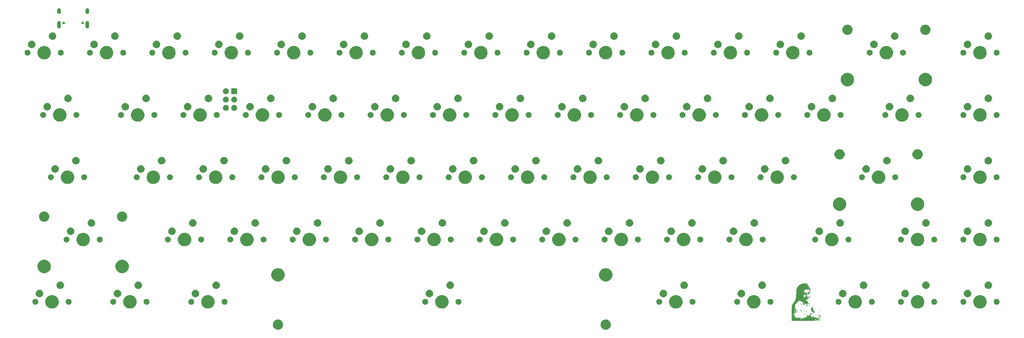
<source format=gbr>
G04 #@! TF.GenerationSoftware,KiCad,Pcbnew,(5.0.0)*
G04 #@! TF.CreationDate,2019-08-12T19:05:11-04:00*
G04 #@! TF.ProjectId,mullet-pcb,6D756C6C65742D7063622E6B69636164,rev?*
G04 #@! TF.SameCoordinates,Original*
G04 #@! TF.FileFunction,Soldermask,Top*
G04 #@! TF.FilePolarity,Negative*
%FSLAX46Y46*%
G04 Gerber Fmt 4.6, Leading zero omitted, Abs format (unit mm)*
G04 Created by KiCad (PCBNEW (5.0.0)) date 08/12/19 19:05:11*
%MOMM*%
%LPD*%
G01*
G04 APERTURE LIST*
%ADD10C,0.010000*%
%ADD11C,0.100000*%
G04 APERTURE END LIST*
D10*
G04 #@! TO.C,MULLETFRONT*
G36*
X305559749Y-179970322D02*
X305548204Y-179981867D01*
X305536658Y-179970322D01*
X305548204Y-179958776D01*
X305559749Y-179970322D01*
X305559749Y-179970322D01*
G37*
X305559749Y-179970322D02*
X305548204Y-179981867D01*
X305536658Y-179970322D01*
X305548204Y-179958776D01*
X305559749Y-179970322D01*
G36*
X301980658Y-182417958D02*
X301969113Y-182429503D01*
X301957568Y-182417958D01*
X301969113Y-182406413D01*
X301980658Y-182417958D01*
X301980658Y-182417958D01*
G37*
X301980658Y-182417958D02*
X301969113Y-182429503D01*
X301957568Y-182417958D01*
X301969113Y-182406413D01*
X301980658Y-182417958D01*
G36*
X302049931Y-182464140D02*
X302038386Y-182475685D01*
X302026840Y-182464140D01*
X302038386Y-182452594D01*
X302049931Y-182464140D01*
X302049931Y-182464140D01*
G37*
X302049931Y-182464140D02*
X302038386Y-182475685D01*
X302026840Y-182464140D01*
X302038386Y-182452594D01*
X302049931Y-182464140D01*
G36*
X301788234Y-182852837D02*
X301785064Y-182866564D01*
X301772840Y-182868231D01*
X301753834Y-182859782D01*
X301757446Y-182852837D01*
X301784850Y-182850073D01*
X301788234Y-182852837D01*
X301788234Y-182852837D01*
G37*
X301788234Y-182852837D02*
X301785064Y-182866564D01*
X301772840Y-182868231D01*
X301753834Y-182859782D01*
X301757446Y-182852837D01*
X301784850Y-182850073D01*
X301788234Y-182852837D01*
G36*
X301680477Y-182879776D02*
X301668931Y-182891322D01*
X301657386Y-182879776D01*
X301668931Y-182868231D01*
X301680477Y-182879776D01*
X301680477Y-182879776D01*
G37*
X301680477Y-182879776D02*
X301668931Y-182891322D01*
X301657386Y-182879776D01*
X301668931Y-182868231D01*
X301680477Y-182879776D01*
G36*
X306598840Y-185281231D02*
X306587295Y-185292776D01*
X306575749Y-185281231D01*
X306587295Y-185269685D01*
X306598840Y-185281231D01*
X306598840Y-185281231D01*
G37*
X306598840Y-185281231D02*
X306587295Y-185292776D01*
X306575749Y-185281231D01*
X306587295Y-185269685D01*
X306598840Y-185281231D01*
G36*
X306575485Y-185333732D02*
X306575749Y-185338958D01*
X306557998Y-185361162D01*
X306551296Y-185362049D01*
X306537505Y-185347903D01*
X306541113Y-185338958D01*
X306561863Y-185316930D01*
X306565567Y-185315867D01*
X306575485Y-185333732D01*
X306575485Y-185333732D01*
G37*
X306575485Y-185333732D02*
X306575749Y-185338958D01*
X306557998Y-185361162D01*
X306551296Y-185362049D01*
X306537505Y-185347903D01*
X306541113Y-185338958D01*
X306561863Y-185316930D01*
X306565567Y-185315867D01*
X306575485Y-185333732D01*
G36*
X306760477Y-185442867D02*
X306748931Y-185454413D01*
X306737386Y-185442867D01*
X306748931Y-185431322D01*
X306760477Y-185442867D01*
X306760477Y-185442867D01*
G37*
X306760477Y-185442867D02*
X306748931Y-185454413D01*
X306737386Y-185442867D01*
X306748931Y-185431322D01*
X306760477Y-185442867D01*
G36*
X306714295Y-185465958D02*
X306702749Y-185477503D01*
X306691204Y-185465958D01*
X306702749Y-185454413D01*
X306714295Y-185465958D01*
X306714295Y-185465958D01*
G37*
X306714295Y-185465958D02*
X306702749Y-185477503D01*
X306691204Y-185465958D01*
X306702749Y-185454413D01*
X306714295Y-185465958D01*
G36*
X306983689Y-185785382D02*
X306980519Y-185799110D01*
X306968295Y-185800776D01*
X306949288Y-185792328D01*
X306952901Y-185785382D01*
X306980304Y-185782619D01*
X306983689Y-185785382D01*
X306983689Y-185785382D01*
G37*
X306983689Y-185785382D02*
X306980519Y-185799110D01*
X306968295Y-185800776D01*
X306949288Y-185792328D01*
X306952901Y-185785382D01*
X306980304Y-185782619D01*
X306983689Y-185785382D01*
G36*
X306113931Y-185535231D02*
X306102386Y-185546776D01*
X306090840Y-185535231D01*
X306102386Y-185523685D01*
X306113931Y-185535231D01*
X306113931Y-185535231D01*
G37*
X306113931Y-185535231D02*
X306102386Y-185546776D01*
X306090840Y-185535231D01*
X306102386Y-185523685D01*
X306113931Y-185535231D01*
G36*
X306067749Y-185535231D02*
X306056204Y-185546776D01*
X306044658Y-185535231D01*
X306056204Y-185523685D01*
X306067749Y-185535231D01*
X306067749Y-185535231D01*
G37*
X306067749Y-185535231D02*
X306056204Y-185546776D01*
X306044658Y-185535231D01*
X306056204Y-185523685D01*
X306067749Y-185535231D01*
G36*
X305883022Y-185789231D02*
X305871477Y-185800776D01*
X305859931Y-185789231D01*
X305871477Y-185777685D01*
X305883022Y-185789231D01*
X305883022Y-185789231D01*
G37*
X305883022Y-185789231D02*
X305871477Y-185800776D01*
X305859931Y-185789231D01*
X305871477Y-185777685D01*
X305883022Y-185789231D01*
G36*
X305535987Y-185933802D02*
X305536658Y-185939322D01*
X305519087Y-185961742D01*
X305513568Y-185962413D01*
X305491148Y-185944841D01*
X305490477Y-185939322D01*
X305508048Y-185916902D01*
X305513568Y-185916231D01*
X305535987Y-185933802D01*
X305535987Y-185933802D01*
G37*
X305535987Y-185933802D02*
X305536658Y-185939322D01*
X305519087Y-185961742D01*
X305513568Y-185962413D01*
X305491148Y-185944841D01*
X305490477Y-185939322D01*
X305508048Y-185916902D01*
X305513568Y-185916231D01*
X305535987Y-185933802D01*
G36*
X303866416Y-185947019D02*
X303863246Y-185960746D01*
X303851022Y-185962413D01*
X303832016Y-185953964D01*
X303835628Y-185947019D01*
X303863032Y-185944255D01*
X303866416Y-185947019D01*
X303866416Y-185947019D01*
G37*
X303866416Y-185947019D02*
X303863246Y-185960746D01*
X303851022Y-185962413D01*
X303832016Y-185953964D01*
X303835628Y-185947019D01*
X303863032Y-185944255D01*
X303866416Y-185947019D01*
G36*
X301580796Y-185958083D02*
X301583549Y-185994171D01*
X301578973Y-186002341D01*
X301568478Y-185995454D01*
X301566845Y-185972034D01*
X301572484Y-185947395D01*
X301580796Y-185958083D01*
X301580796Y-185958083D01*
G37*
X301580796Y-185958083D02*
X301583549Y-185994171D01*
X301578973Y-186002341D01*
X301568478Y-185995454D01*
X301566845Y-185972034D01*
X301572484Y-185947395D01*
X301580796Y-185958083D01*
G36*
X305144113Y-185997049D02*
X305132568Y-186008594D01*
X305121022Y-185997049D01*
X305132568Y-185985503D01*
X305144113Y-185997049D01*
X305144113Y-185997049D01*
G37*
X305144113Y-185997049D02*
X305132568Y-186008594D01*
X305121022Y-185997049D01*
X305132568Y-185985503D01*
X305144113Y-185997049D01*
G36*
X306529568Y-185743049D02*
X306518022Y-185754594D01*
X306506477Y-185743049D01*
X306518022Y-185731503D01*
X306529568Y-185743049D01*
X306529568Y-185743049D01*
G37*
X306529568Y-185743049D02*
X306518022Y-185754594D01*
X306506477Y-185743049D01*
X306518022Y-185731503D01*
X306529568Y-185743049D01*
G36*
X306338586Y-185763734D02*
X306331700Y-185774230D01*
X306308280Y-185775862D01*
X306283641Y-185770223D01*
X306294329Y-185761912D01*
X306330417Y-185759159D01*
X306338586Y-185763734D01*
X306338586Y-185763734D01*
G37*
X306338586Y-185763734D02*
X306331700Y-185774230D01*
X306308280Y-185775862D01*
X306283641Y-185770223D01*
X306294329Y-185761912D01*
X306330417Y-185759159D01*
X306338586Y-185763734D01*
G36*
X306252477Y-185789231D02*
X306274505Y-185809980D01*
X306275568Y-185813684D01*
X306257702Y-185823602D01*
X306252477Y-185823867D01*
X306230273Y-185806116D01*
X306229386Y-185799413D01*
X306243532Y-185785623D01*
X306252477Y-185789231D01*
X306252477Y-185789231D01*
G37*
X306252477Y-185789231D02*
X306274505Y-185809980D01*
X306275568Y-185813684D01*
X306257702Y-185823602D01*
X306252477Y-185823867D01*
X306230273Y-185806116D01*
X306229386Y-185799413D01*
X306243532Y-185785623D01*
X306252477Y-185789231D01*
G36*
X306187010Y-185956717D02*
X306215585Y-185976826D01*
X306209584Y-186003812D01*
X306176553Y-186025614D01*
X306140324Y-186031332D01*
X306101389Y-186027843D01*
X306104035Y-186015602D01*
X306113931Y-186008594D01*
X306126825Y-185997049D01*
X306160113Y-185997049D01*
X306171658Y-186008594D01*
X306183204Y-185997049D01*
X306171658Y-185985503D01*
X306160113Y-185997049D01*
X306126825Y-185997049D01*
X306133615Y-185990970D01*
X306111132Y-185984696D01*
X306102386Y-185984234D01*
X306069408Y-185981543D01*
X306079695Y-185973270D01*
X306102017Y-185964364D01*
X306158311Y-185954042D01*
X306187010Y-185956717D01*
X306187010Y-185956717D01*
G37*
X306187010Y-185956717D02*
X306215585Y-185976826D01*
X306209584Y-186003812D01*
X306176553Y-186025614D01*
X306140324Y-186031332D01*
X306101389Y-186027843D01*
X306104035Y-186015602D01*
X306113931Y-186008594D01*
X306126825Y-185997049D01*
X306160113Y-185997049D01*
X306171658Y-186008594D01*
X306183204Y-185997049D01*
X306171658Y-185985503D01*
X306160113Y-185997049D01*
X306126825Y-185997049D01*
X306133615Y-185990970D01*
X306111132Y-185984696D01*
X306102386Y-185984234D01*
X306069408Y-185981543D01*
X306079695Y-185973270D01*
X306102017Y-185964364D01*
X306158311Y-185954042D01*
X306187010Y-185956717D01*
G36*
X306137022Y-186135594D02*
X306125477Y-186147140D01*
X306113931Y-186135594D01*
X306125477Y-186124049D01*
X306137022Y-186135594D01*
X306137022Y-186135594D01*
G37*
X306137022Y-186135594D02*
X306125477Y-186147140D01*
X306113931Y-186135594D01*
X306125477Y-186124049D01*
X306137022Y-186135594D01*
G36*
X305113325Y-186201019D02*
X305110155Y-186214746D01*
X305097931Y-186216413D01*
X305078925Y-186207964D01*
X305082537Y-186201019D01*
X305109941Y-186198255D01*
X305113325Y-186201019D01*
X305113325Y-186201019D01*
G37*
X305113325Y-186201019D02*
X305110155Y-186214746D01*
X305097931Y-186216413D01*
X305078925Y-186207964D01*
X305082537Y-186201019D01*
X305109941Y-186198255D01*
X305113325Y-186201019D01*
G36*
X302208171Y-186143429D02*
X302211568Y-186170231D01*
X302202493Y-186207762D01*
X302189912Y-186216413D01*
X302173818Y-186197243D01*
X302171735Y-186170231D01*
X302182221Y-186132632D01*
X302193390Y-186124049D01*
X302208171Y-186143429D01*
X302208171Y-186143429D01*
G37*
X302208171Y-186143429D02*
X302211568Y-186170231D01*
X302202493Y-186207762D01*
X302189912Y-186216413D01*
X302173818Y-186197243D01*
X302171735Y-186170231D01*
X302182221Y-186132632D01*
X302193390Y-186124049D01*
X302208171Y-186143429D01*
G36*
X308284477Y-186158685D02*
X308272931Y-186170231D01*
X308261386Y-186158685D01*
X308272931Y-186147140D01*
X308284477Y-186158685D01*
X308284477Y-186158685D01*
G37*
X308284477Y-186158685D02*
X308272931Y-186170231D01*
X308261386Y-186158685D01*
X308272931Y-186147140D01*
X308284477Y-186158685D01*
G36*
X308261386Y-186204867D02*
X308249840Y-186216413D01*
X308238295Y-186204867D01*
X308249840Y-186193322D01*
X308261386Y-186204867D01*
X308261386Y-186204867D01*
G37*
X308261386Y-186204867D02*
X308249840Y-186216413D01*
X308238295Y-186204867D01*
X308249840Y-186193322D01*
X308261386Y-186204867D01*
G36*
X302049931Y-186366503D02*
X302038386Y-186378049D01*
X302026840Y-186366503D01*
X302038386Y-186354958D01*
X302049931Y-186366503D01*
X302049931Y-186366503D01*
G37*
X302049931Y-186366503D02*
X302038386Y-186378049D01*
X302026840Y-186366503D01*
X302038386Y-186354958D01*
X302049931Y-186366503D01*
G36*
X302042234Y-186408837D02*
X302039064Y-186422564D01*
X302026840Y-186424231D01*
X302007834Y-186415782D01*
X302011446Y-186408837D01*
X302038850Y-186406073D01*
X302042234Y-186408837D01*
X302042234Y-186408837D01*
G37*
X302042234Y-186408837D02*
X302039064Y-186422564D01*
X302026840Y-186424231D01*
X302007834Y-186415782D01*
X302011446Y-186408837D01*
X302038850Y-186406073D01*
X302042234Y-186408837D01*
G36*
X305321523Y-175036083D02*
X305324276Y-175072171D01*
X305319700Y-175080341D01*
X305309205Y-175073454D01*
X305307572Y-175050034D01*
X305313212Y-175025395D01*
X305321523Y-175036083D01*
X305321523Y-175036083D01*
G37*
X305321523Y-175036083D02*
X305324276Y-175072171D01*
X305319700Y-175080341D01*
X305309205Y-175073454D01*
X305307572Y-175050034D01*
X305313212Y-175025395D01*
X305321523Y-175036083D01*
G36*
X305852133Y-175057731D02*
X305855183Y-175105006D01*
X305852133Y-175115458D01*
X305843705Y-175118359D01*
X305840486Y-175086594D01*
X305844115Y-175053814D01*
X305852133Y-175057731D01*
X305852133Y-175057731D01*
G37*
X305852133Y-175057731D02*
X305855183Y-175105006D01*
X305852133Y-175115458D01*
X305843705Y-175118359D01*
X305840486Y-175086594D01*
X305844115Y-175053814D01*
X305852133Y-175057731D01*
G36*
X306318738Y-175061540D02*
X306320126Y-175092367D01*
X306316666Y-175144253D01*
X306303418Y-175153824D01*
X306291365Y-175138549D01*
X306290941Y-175105471D01*
X306299925Y-175075049D01*
X306313191Y-175048090D01*
X306318738Y-175061540D01*
X306318738Y-175061540D01*
G37*
X306318738Y-175061540D02*
X306320126Y-175092367D01*
X306316666Y-175144253D01*
X306303418Y-175153824D01*
X306291365Y-175138549D01*
X306290941Y-175105471D01*
X306299925Y-175075049D01*
X306313191Y-175048090D01*
X306318738Y-175061540D01*
G36*
X306129778Y-175147692D02*
X306125477Y-175155867D01*
X306103720Y-175177919D01*
X306099660Y-175178958D01*
X306098085Y-175164042D01*
X306102386Y-175155867D01*
X306124142Y-175133815D01*
X306128202Y-175132776D01*
X306129778Y-175147692D01*
X306129778Y-175147692D01*
G37*
X306129778Y-175147692D02*
X306125477Y-175155867D01*
X306103720Y-175177919D01*
X306099660Y-175178958D01*
X306098085Y-175164042D01*
X306102386Y-175155867D01*
X306124142Y-175133815D01*
X306128202Y-175132776D01*
X306129778Y-175147692D01*
G36*
X305879454Y-175188298D02*
X305904049Y-175209763D01*
X305906113Y-175214957D01*
X305895155Y-175224448D01*
X305872339Y-175203182D01*
X305869272Y-175198481D01*
X305866550Y-175182680D01*
X305879454Y-175188298D01*
X305879454Y-175188298D01*
G37*
X305879454Y-175188298D02*
X305904049Y-175209763D01*
X305906113Y-175214957D01*
X305895155Y-175224448D01*
X305872339Y-175203182D01*
X305869272Y-175198481D01*
X305866550Y-175182680D01*
X305879454Y-175188298D01*
G36*
X305744477Y-175236685D02*
X305732931Y-175248231D01*
X305721386Y-175236685D01*
X305732931Y-175225140D01*
X305744477Y-175236685D01*
X305744477Y-175236685D01*
G37*
X305744477Y-175236685D02*
X305732931Y-175248231D01*
X305721386Y-175236685D01*
X305732931Y-175225140D01*
X305744477Y-175236685D01*
G36*
X304105022Y-175375231D02*
X304093477Y-175386776D01*
X304081931Y-175375231D01*
X304093477Y-175363685D01*
X304105022Y-175375231D01*
X304105022Y-175375231D01*
G37*
X304105022Y-175375231D02*
X304093477Y-175386776D01*
X304081931Y-175375231D01*
X304093477Y-175363685D01*
X304105022Y-175375231D01*
G36*
X306437204Y-175698503D02*
X306425658Y-175710049D01*
X306414113Y-175698503D01*
X306425658Y-175686958D01*
X306437204Y-175698503D01*
X306437204Y-175698503D01*
G37*
X306437204Y-175698503D02*
X306425658Y-175710049D01*
X306414113Y-175698503D01*
X306425658Y-175686958D01*
X306437204Y-175698503D01*
G36*
X306459624Y-175750711D02*
X306460295Y-175756231D01*
X306442723Y-175778651D01*
X306437204Y-175779322D01*
X306414784Y-175761750D01*
X306414113Y-175756231D01*
X306431685Y-175733811D01*
X306437204Y-175733140D01*
X306459624Y-175750711D01*
X306459624Y-175750711D01*
G37*
X306459624Y-175750711D02*
X306460295Y-175756231D01*
X306442723Y-175778651D01*
X306437204Y-175779322D01*
X306414784Y-175761750D01*
X306414113Y-175756231D01*
X306431685Y-175733811D01*
X306437204Y-175733140D01*
X306459624Y-175750711D01*
G36*
X303550840Y-175790867D02*
X303539295Y-175802413D01*
X303527749Y-175790867D01*
X303539295Y-175779322D01*
X303550840Y-175790867D01*
X303550840Y-175790867D01*
G37*
X303550840Y-175790867D02*
X303539295Y-175802413D01*
X303527749Y-175790867D01*
X303539295Y-175779322D01*
X303550840Y-175790867D01*
G36*
X303504658Y-175790867D02*
X303493113Y-175802413D01*
X303481568Y-175790867D01*
X303493113Y-175779322D01*
X303504658Y-175790867D01*
X303504658Y-175790867D01*
G37*
X303504658Y-175790867D02*
X303493113Y-175802413D01*
X303481568Y-175790867D01*
X303493113Y-175779322D01*
X303504658Y-175790867D01*
G36*
X306621931Y-175906322D02*
X306610386Y-175917867D01*
X306598840Y-175906322D01*
X306610386Y-175894776D01*
X306621931Y-175906322D01*
X306621931Y-175906322D01*
G37*
X306621931Y-175906322D02*
X306610386Y-175917867D01*
X306598840Y-175906322D01*
X306610386Y-175894776D01*
X306621931Y-175906322D01*
G36*
X306783568Y-176183413D02*
X306805596Y-176204162D01*
X306806658Y-176207866D01*
X306788793Y-176217784D01*
X306783568Y-176218049D01*
X306761364Y-176200298D01*
X306760477Y-176193595D01*
X306774623Y-176179804D01*
X306783568Y-176183413D01*
X306783568Y-176183413D01*
G37*
X306783568Y-176183413D02*
X306805596Y-176204162D01*
X306806658Y-176207866D01*
X306788793Y-176217784D01*
X306783568Y-176218049D01*
X306761364Y-176200298D01*
X306760477Y-176193595D01*
X306774623Y-176179804D01*
X306783568Y-176183413D01*
G36*
X306795676Y-176288232D02*
X306793925Y-176308888D01*
X306786580Y-176310413D01*
X306753445Y-176325204D01*
X306727490Y-176346698D01*
X306699595Y-176367490D01*
X306691204Y-176363375D01*
X306706275Y-176333028D01*
X306740191Y-176302661D01*
X306776009Y-176284459D01*
X306795676Y-176288232D01*
X306795676Y-176288232D01*
G37*
X306795676Y-176288232D02*
X306793925Y-176308888D01*
X306786580Y-176310413D01*
X306753445Y-176325204D01*
X306727490Y-176346698D01*
X306699595Y-176367490D01*
X306691204Y-176363375D01*
X306706275Y-176333028D01*
X306740191Y-176302661D01*
X306776009Y-176284459D01*
X306795676Y-176288232D01*
G36*
X306660176Y-176347650D02*
X306656568Y-176356594D01*
X306635818Y-176378623D01*
X306632114Y-176379685D01*
X306622196Y-176361820D01*
X306621931Y-176356594D01*
X306639682Y-176334391D01*
X306646385Y-176333503D01*
X306660176Y-176347650D01*
X306660176Y-176347650D01*
G37*
X306660176Y-176347650D02*
X306656568Y-176356594D01*
X306635818Y-176378623D01*
X306632114Y-176379685D01*
X306622196Y-176361820D01*
X306621931Y-176356594D01*
X306639682Y-176334391D01*
X306646385Y-176333503D01*
X306660176Y-176347650D01*
G36*
X306835762Y-176375308D02*
X306843111Y-176381193D01*
X306871604Y-176416498D01*
X306871482Y-176443154D01*
X306855533Y-176448958D01*
X306834123Y-176429699D01*
X306822714Y-176401456D01*
X306818231Y-176369446D01*
X306835762Y-176375308D01*
X306835762Y-176375308D01*
G37*
X306835762Y-176375308D02*
X306843111Y-176381193D01*
X306871604Y-176416498D01*
X306871482Y-176443154D01*
X306855533Y-176448958D01*
X306834123Y-176429699D01*
X306822714Y-176401456D01*
X306818231Y-176369446D01*
X306835762Y-176375308D01*
G36*
X306664545Y-176412117D02*
X306689334Y-176435367D01*
X306684249Y-176448733D01*
X306681021Y-176448958D01*
X306661490Y-176432557D01*
X306654363Y-176422299D01*
X306651641Y-176406498D01*
X306664545Y-176412117D01*
X306664545Y-176412117D01*
G37*
X306664545Y-176412117D02*
X306689334Y-176435367D01*
X306684249Y-176448733D01*
X306681021Y-176448958D01*
X306661490Y-176432557D01*
X306654363Y-176422299D01*
X306651641Y-176406498D01*
X306664545Y-176412117D01*
G36*
X306968295Y-176483594D02*
X306956749Y-176495140D01*
X306945204Y-176483594D01*
X306956749Y-176472049D01*
X306968295Y-176483594D01*
X306968295Y-176483594D01*
G37*
X306968295Y-176483594D02*
X306956749Y-176495140D01*
X306945204Y-176483594D01*
X306956749Y-176472049D01*
X306968295Y-176483594D01*
G36*
X306730141Y-176463873D02*
X306725840Y-176472049D01*
X306704084Y-176494101D01*
X306700024Y-176495140D01*
X306698448Y-176480224D01*
X306702749Y-176472049D01*
X306724506Y-176449997D01*
X306728566Y-176448958D01*
X306730141Y-176463873D01*
X306730141Y-176463873D01*
G37*
X306730141Y-176463873D02*
X306725840Y-176472049D01*
X306704084Y-176494101D01*
X306700024Y-176495140D01*
X306698448Y-176480224D01*
X306702749Y-176472049D01*
X306724506Y-176449997D01*
X306728566Y-176448958D01*
X306730141Y-176463873D01*
G36*
X306912740Y-176483243D02*
X306910568Y-176495140D01*
X306881047Y-176517350D01*
X306874568Y-176518231D01*
X306853462Y-176500618D01*
X306852840Y-176495140D01*
X306871635Y-176474875D01*
X306888839Y-176472049D01*
X306912740Y-176483243D01*
X306912740Y-176483243D01*
G37*
X306912740Y-176483243D02*
X306910568Y-176495140D01*
X306881047Y-176517350D01*
X306874568Y-176518231D01*
X306853462Y-176500618D01*
X306852840Y-176495140D01*
X306871635Y-176474875D01*
X306888839Y-176472049D01*
X306912740Y-176483243D01*
G36*
X306783568Y-176506685D02*
X306772022Y-176518231D01*
X306760477Y-176506685D01*
X306772022Y-176495140D01*
X306783568Y-176506685D01*
X306783568Y-176506685D01*
G37*
X306783568Y-176506685D02*
X306772022Y-176518231D01*
X306760477Y-176506685D01*
X306772022Y-176495140D01*
X306783568Y-176506685D01*
G36*
X306945204Y-176552867D02*
X306933658Y-176564413D01*
X306922113Y-176552867D01*
X306933658Y-176541322D01*
X306945204Y-176552867D01*
X306945204Y-176552867D01*
G37*
X306945204Y-176552867D02*
X306933658Y-176564413D01*
X306922113Y-176552867D01*
X306933658Y-176541322D01*
X306945204Y-176552867D01*
G36*
X306899022Y-176552867D02*
X306887477Y-176564413D01*
X306875931Y-176552867D01*
X306887477Y-176541322D01*
X306899022Y-176552867D01*
X306899022Y-176552867D01*
G37*
X306899022Y-176552867D02*
X306887477Y-176564413D01*
X306875931Y-176552867D01*
X306887477Y-176541322D01*
X306899022Y-176552867D01*
G36*
X306670932Y-176525735D02*
X306686230Y-176563998D01*
X306684628Y-176578686D01*
X306668877Y-176570453D01*
X306659420Y-176551974D01*
X306646338Y-176508129D01*
X306651709Y-176499381D01*
X306670932Y-176525735D01*
X306670932Y-176525735D01*
G37*
X306670932Y-176525735D02*
X306686230Y-176563998D01*
X306684628Y-176578686D01*
X306668877Y-176570453D01*
X306659420Y-176551974D01*
X306646338Y-176508129D01*
X306651709Y-176499381D01*
X306670932Y-176525735D01*
G36*
X306806658Y-176622140D02*
X306795113Y-176633685D01*
X306783568Y-176622140D01*
X306795113Y-176610594D01*
X306806658Y-176622140D01*
X306806658Y-176622140D01*
G37*
X306806658Y-176622140D02*
X306795113Y-176633685D01*
X306783568Y-176622140D01*
X306795113Y-176610594D01*
X306806658Y-176622140D01*
G36*
X306737386Y-176622140D02*
X306725840Y-176633685D01*
X306714295Y-176622140D01*
X306725840Y-176610594D01*
X306737386Y-176622140D01*
X306737386Y-176622140D01*
G37*
X306737386Y-176622140D02*
X306725840Y-176633685D01*
X306714295Y-176622140D01*
X306725840Y-176610594D01*
X306737386Y-176622140D01*
G36*
X305975386Y-176714503D02*
X305963840Y-176726049D01*
X305952295Y-176714503D01*
X305963840Y-176702958D01*
X305975386Y-176714503D01*
X305975386Y-176714503D01*
G37*
X305975386Y-176714503D02*
X305963840Y-176726049D01*
X305952295Y-176714503D01*
X305963840Y-176702958D01*
X305975386Y-176714503D01*
G36*
X306780000Y-176712298D02*
X306804789Y-176735549D01*
X306799704Y-176748915D01*
X306796476Y-176749140D01*
X306776945Y-176732739D01*
X306769817Y-176722481D01*
X306767095Y-176706680D01*
X306780000Y-176712298D01*
X306780000Y-176712298D01*
G37*
X306780000Y-176712298D02*
X306804789Y-176735549D01*
X306799704Y-176748915D01*
X306796476Y-176749140D01*
X306776945Y-176732739D01*
X306769817Y-176722481D01*
X306767095Y-176706680D01*
X306780000Y-176712298D01*
G36*
X306113931Y-176737594D02*
X306102386Y-176749140D01*
X306090840Y-176737594D01*
X306102386Y-176726049D01*
X306113931Y-176737594D01*
X306113931Y-176737594D01*
G37*
X306113931Y-176737594D02*
X306102386Y-176749140D01*
X306090840Y-176737594D01*
X306102386Y-176726049D01*
X306113931Y-176737594D01*
G36*
X306483386Y-176760685D02*
X306471840Y-176772231D01*
X306460295Y-176760685D01*
X306471840Y-176749140D01*
X306483386Y-176760685D01*
X306483386Y-176760685D01*
G37*
X306483386Y-176760685D02*
X306471840Y-176772231D01*
X306460295Y-176760685D01*
X306471840Y-176749140D01*
X306483386Y-176760685D01*
G36*
X305859931Y-176760685D02*
X305848386Y-176772231D01*
X305836840Y-176760685D01*
X305848386Y-176749140D01*
X305859931Y-176760685D01*
X305859931Y-176760685D01*
G37*
X305859931Y-176760685D02*
X305848386Y-176772231D01*
X305836840Y-176760685D01*
X305848386Y-176749140D01*
X305859931Y-176760685D01*
G36*
X306922113Y-176760685D02*
X306944141Y-176781435D01*
X306945204Y-176785139D01*
X306927339Y-176795057D01*
X306922113Y-176795322D01*
X306899909Y-176777570D01*
X306899022Y-176770868D01*
X306913168Y-176757077D01*
X306922113Y-176760685D01*
X306922113Y-176760685D01*
G37*
X306922113Y-176760685D02*
X306944141Y-176781435D01*
X306945204Y-176785139D01*
X306927339Y-176795057D01*
X306922113Y-176795322D01*
X306899909Y-176777570D01*
X306899022Y-176770868D01*
X306913168Y-176757077D01*
X306922113Y-176760685D01*
G36*
X306868234Y-176779928D02*
X306865064Y-176793655D01*
X306852840Y-176795322D01*
X306833834Y-176786873D01*
X306837446Y-176779928D01*
X306864850Y-176777164D01*
X306868234Y-176779928D01*
X306868234Y-176779928D01*
G37*
X306868234Y-176779928D02*
X306865064Y-176793655D01*
X306852840Y-176795322D01*
X306833834Y-176786873D01*
X306837446Y-176779928D01*
X306864850Y-176777164D01*
X306868234Y-176779928D01*
G36*
X306575749Y-176783776D02*
X306564204Y-176795322D01*
X306552658Y-176783776D01*
X306564204Y-176772231D01*
X306575749Y-176783776D01*
X306575749Y-176783776D01*
G37*
X306575749Y-176783776D02*
X306564204Y-176795322D01*
X306552658Y-176783776D01*
X306564204Y-176772231D01*
X306575749Y-176783776D01*
G36*
X305690598Y-176779928D02*
X305687428Y-176793655D01*
X305675204Y-176795322D01*
X305656197Y-176786873D01*
X305659810Y-176779928D01*
X305687213Y-176777164D01*
X305690598Y-176779928D01*
X305690598Y-176779928D01*
G37*
X305690598Y-176779928D02*
X305687428Y-176793655D01*
X305675204Y-176795322D01*
X305656197Y-176786873D01*
X305659810Y-176779928D01*
X305687213Y-176777164D01*
X305690598Y-176779928D01*
G36*
X306198598Y-176779928D02*
X306201361Y-176807331D01*
X306198598Y-176810716D01*
X306184870Y-176807546D01*
X306183204Y-176795322D01*
X306191652Y-176776315D01*
X306198598Y-176779928D01*
X306198598Y-176779928D01*
G37*
X306198598Y-176779928D02*
X306201361Y-176807331D01*
X306198598Y-176810716D01*
X306184870Y-176807546D01*
X306183204Y-176795322D01*
X306191652Y-176776315D01*
X306198598Y-176779928D01*
G36*
X306875931Y-176829958D02*
X306864386Y-176841503D01*
X306852840Y-176829958D01*
X306864386Y-176818413D01*
X306875931Y-176829958D01*
X306875931Y-176829958D01*
G37*
X306875931Y-176829958D02*
X306864386Y-176841503D01*
X306852840Y-176829958D01*
X306864386Y-176818413D01*
X306875931Y-176829958D01*
G36*
X306529568Y-176829958D02*
X306518022Y-176841503D01*
X306506477Y-176829958D01*
X306518022Y-176818413D01*
X306529568Y-176829958D01*
X306529568Y-176829958D01*
G37*
X306529568Y-176829958D02*
X306518022Y-176841503D01*
X306506477Y-176829958D01*
X306518022Y-176818413D01*
X306529568Y-176829958D01*
G36*
X306113931Y-176829958D02*
X306102386Y-176841503D01*
X306090840Y-176829958D01*
X306102386Y-176818413D01*
X306113931Y-176829958D01*
X306113931Y-176829958D01*
G37*
X306113931Y-176829958D02*
X306102386Y-176841503D01*
X306090840Y-176829958D01*
X306102386Y-176818413D01*
X306113931Y-176829958D01*
G36*
X306391022Y-176853049D02*
X306379477Y-176864594D01*
X306367931Y-176853049D01*
X306379477Y-176841503D01*
X306391022Y-176853049D01*
X306391022Y-176853049D01*
G37*
X306391022Y-176853049D02*
X306379477Y-176864594D01*
X306367931Y-176853049D01*
X306379477Y-176841503D01*
X306391022Y-176853049D01*
G36*
X305690598Y-176849200D02*
X305687428Y-176862928D01*
X305675204Y-176864594D01*
X305656197Y-176856146D01*
X305659810Y-176849200D01*
X305687213Y-176846437D01*
X305690598Y-176849200D01*
X305690598Y-176849200D01*
G37*
X305690598Y-176849200D02*
X305687428Y-176862928D01*
X305675204Y-176864594D01*
X305656197Y-176856146D01*
X305659810Y-176849200D01*
X305687213Y-176846437D01*
X305690598Y-176849200D01*
G36*
X306668113Y-176876140D02*
X306656568Y-176887685D01*
X306645022Y-176876140D01*
X306656568Y-176864594D01*
X306668113Y-176876140D01*
X306668113Y-176876140D01*
G37*
X306668113Y-176876140D02*
X306656568Y-176887685D01*
X306645022Y-176876140D01*
X306656568Y-176864594D01*
X306668113Y-176876140D01*
G36*
X306761516Y-176833781D02*
X306789755Y-176864594D01*
X306811505Y-176898033D01*
X306807245Y-176910776D01*
X306780162Y-176892766D01*
X306760477Y-176864594D01*
X306743986Y-176828778D01*
X306742987Y-176818413D01*
X306761516Y-176833781D01*
X306761516Y-176833781D01*
G37*
X306761516Y-176833781D02*
X306789755Y-176864594D01*
X306811505Y-176898033D01*
X306807245Y-176910776D01*
X306780162Y-176892766D01*
X306760477Y-176864594D01*
X306743986Y-176828778D01*
X306742987Y-176818413D01*
X306761516Y-176833781D01*
G36*
X306243890Y-176864157D02*
X306281830Y-176885186D01*
X306310204Y-176894311D01*
X306356386Y-176905419D01*
X306310204Y-176905796D01*
X306251086Y-176899811D01*
X306206295Y-176890093D01*
X306169837Y-176876343D01*
X306175482Y-176864203D01*
X306186163Y-176859563D01*
X306228822Y-176856601D01*
X306243890Y-176864157D01*
X306243890Y-176864157D01*
G37*
X306243890Y-176864157D02*
X306281830Y-176885186D01*
X306310204Y-176894311D01*
X306356386Y-176905419D01*
X306310204Y-176905796D01*
X306251086Y-176899811D01*
X306206295Y-176890093D01*
X306169837Y-176876343D01*
X306175482Y-176864203D01*
X306186163Y-176859563D01*
X306228822Y-176856601D01*
X306243890Y-176864157D01*
G36*
X305805532Y-176853546D02*
X305780931Y-176882462D01*
X305752480Y-176908379D01*
X305753206Y-176899922D01*
X305769886Y-176871417D01*
X305796175Y-176837355D01*
X305811501Y-176831558D01*
X305805532Y-176853546D01*
X305805532Y-176853546D01*
G37*
X305805532Y-176853546D02*
X305780931Y-176882462D01*
X305752480Y-176908379D01*
X305753206Y-176899922D01*
X305769886Y-176871417D01*
X305796175Y-176837355D01*
X305811501Y-176831558D01*
X305805532Y-176853546D01*
G36*
X306691204Y-176922322D02*
X306679658Y-176933867D01*
X306668113Y-176922322D01*
X306679658Y-176910776D01*
X306691204Y-176922322D01*
X306691204Y-176922322D01*
G37*
X306691204Y-176922322D02*
X306679658Y-176933867D01*
X306668113Y-176922322D01*
X306679658Y-176910776D01*
X306691204Y-176922322D01*
G36*
X306391022Y-176922322D02*
X306379477Y-176933867D01*
X306367931Y-176922322D01*
X306379477Y-176910776D01*
X306391022Y-176922322D01*
X306391022Y-176922322D01*
G37*
X306391022Y-176922322D02*
X306379477Y-176933867D01*
X306367931Y-176922322D01*
X306379477Y-176910776D01*
X306391022Y-176922322D01*
G36*
X305582840Y-176922322D02*
X305571295Y-176933867D01*
X305559749Y-176922322D01*
X305571295Y-176910776D01*
X305582840Y-176922322D01*
X305582840Y-176922322D01*
G37*
X305582840Y-176922322D02*
X305571295Y-176933867D01*
X305559749Y-176922322D01*
X305571295Y-176910776D01*
X305582840Y-176922322D01*
G36*
X306945204Y-176945413D02*
X306933658Y-176956958D01*
X306922113Y-176945413D01*
X306933658Y-176933867D01*
X306945204Y-176945413D01*
X306945204Y-176945413D01*
G37*
X306945204Y-176945413D02*
X306933658Y-176956958D01*
X306922113Y-176945413D01*
X306933658Y-176933867D01*
X306945204Y-176945413D01*
G36*
X306891224Y-176881913D02*
X306894274Y-176929188D01*
X306891224Y-176939640D01*
X306882796Y-176942541D01*
X306879577Y-176910776D01*
X306883206Y-176877996D01*
X306891224Y-176881913D01*
X306891224Y-176881913D01*
G37*
X306891224Y-176881913D02*
X306894274Y-176929188D01*
X306891224Y-176939640D01*
X306882796Y-176942541D01*
X306879577Y-176910776D01*
X306883206Y-176877996D01*
X306891224Y-176881913D01*
G36*
X305644796Y-176906447D02*
X305647549Y-176942535D01*
X305642973Y-176950704D01*
X305632478Y-176943818D01*
X305630845Y-176920397D01*
X305636484Y-176895759D01*
X305644796Y-176906447D01*
X305644796Y-176906447D01*
G37*
X305644796Y-176906447D02*
X305647549Y-176942535D01*
X305642973Y-176950704D01*
X305632478Y-176943818D01*
X305630845Y-176920397D01*
X305636484Y-176895759D01*
X305644796Y-176906447D01*
G36*
X306963622Y-176598096D02*
X306964540Y-176626255D01*
X306982268Y-176650957D01*
X307004975Y-176693870D01*
X307003731Y-176720747D01*
X306998835Y-176743248D01*
X307019246Y-176731586D01*
X307026051Y-176726024D01*
X307060746Y-176706616D01*
X307080561Y-176723932D01*
X307090245Y-176782440D01*
X307090563Y-176786742D01*
X307088573Y-176833452D01*
X307066461Y-176847447D01*
X307043340Y-176845825D01*
X307003134Y-176849277D01*
X306991386Y-176863143D01*
X307009860Y-176885383D01*
X307023329Y-176887685D01*
X307054345Y-176907031D01*
X307067349Y-176933867D01*
X307075580Y-176970593D01*
X307075815Y-176979182D01*
X307058230Y-176964645D01*
X307016820Y-176928159D01*
X306979840Y-176894999D01*
X306936533Y-176854841D01*
X306918555Y-176835790D01*
X306926022Y-176839419D01*
X306961052Y-176853808D01*
X306987214Y-176828011D01*
X306988708Y-176825466D01*
X306997780Y-176792660D01*
X306991745Y-176781852D01*
X307039390Y-176781852D01*
X307043636Y-176811801D01*
X307051518Y-176812159D01*
X307057030Y-176781254D01*
X307053341Y-176767901D01*
X307043088Y-176759155D01*
X307039390Y-176781852D01*
X306991745Y-176781852D01*
X306978735Y-176758554D01*
X306938617Y-176721321D01*
X306894477Y-176682943D01*
X306884103Y-176667631D01*
X306905414Y-176669336D01*
X306922113Y-176673370D01*
X306961000Y-176680349D01*
X306962393Y-176667860D01*
X306949855Y-176651291D01*
X306931421Y-176618832D01*
X306948603Y-176598134D01*
X306949855Y-176597403D01*
X306967657Y-176591292D01*
X306963622Y-176598096D01*
X306963622Y-176598096D01*
G37*
X306963622Y-176598096D02*
X306964540Y-176626255D01*
X306982268Y-176650957D01*
X307004975Y-176693870D01*
X307003731Y-176720747D01*
X306998835Y-176743248D01*
X307019246Y-176731586D01*
X307026051Y-176726024D01*
X307060746Y-176706616D01*
X307080561Y-176723932D01*
X307090245Y-176782440D01*
X307090563Y-176786742D01*
X307088573Y-176833452D01*
X307066461Y-176847447D01*
X307043340Y-176845825D01*
X307003134Y-176849277D01*
X306991386Y-176863143D01*
X307009860Y-176885383D01*
X307023329Y-176887685D01*
X307054345Y-176907031D01*
X307067349Y-176933867D01*
X307075580Y-176970593D01*
X307075815Y-176979182D01*
X307058230Y-176964645D01*
X307016820Y-176928159D01*
X306979840Y-176894999D01*
X306936533Y-176854841D01*
X306918555Y-176835790D01*
X306926022Y-176839419D01*
X306961052Y-176853808D01*
X306987214Y-176828011D01*
X306988708Y-176825466D01*
X306997780Y-176792660D01*
X306991745Y-176781852D01*
X307039390Y-176781852D01*
X307043636Y-176811801D01*
X307051518Y-176812159D01*
X307057030Y-176781254D01*
X307053341Y-176767901D01*
X307043088Y-176759155D01*
X307039390Y-176781852D01*
X306991745Y-176781852D01*
X306978735Y-176758554D01*
X306938617Y-176721321D01*
X306894477Y-176682943D01*
X306884103Y-176667631D01*
X306905414Y-176669336D01*
X306922113Y-176673370D01*
X306961000Y-176680349D01*
X306962393Y-176667860D01*
X306949855Y-176651291D01*
X306931421Y-176618832D01*
X306948603Y-176598134D01*
X306949855Y-176597403D01*
X306967657Y-176591292D01*
X306963622Y-176598096D01*
G36*
X306706598Y-176987746D02*
X306703428Y-177001473D01*
X306691204Y-177003140D01*
X306672197Y-176994691D01*
X306675810Y-176987746D01*
X306703213Y-176984982D01*
X306706598Y-176987746D01*
X306706598Y-176987746D01*
G37*
X306706598Y-176987746D02*
X306703428Y-177001473D01*
X306691204Y-177003140D01*
X306672197Y-176994691D01*
X306675810Y-176987746D01*
X306703213Y-176984982D01*
X306706598Y-176987746D01*
G36*
X307126496Y-176899467D02*
X307125316Y-176960511D01*
X307117444Y-177037776D01*
X307098399Y-176961080D01*
X307089171Y-176905704D01*
X307091908Y-176872239D01*
X307093097Y-176870640D01*
X307115181Y-176865568D01*
X307126496Y-176899467D01*
X307126496Y-176899467D01*
G37*
X307126496Y-176899467D02*
X307125316Y-176960511D01*
X307117444Y-177037776D01*
X307098399Y-176961080D01*
X307089171Y-176905704D01*
X307091908Y-176872239D01*
X307093097Y-176870640D01*
X307115181Y-176865568D01*
X307126496Y-176899467D01*
G36*
X306922113Y-177037776D02*
X306910568Y-177049322D01*
X306899022Y-177037776D01*
X306910568Y-177026231D01*
X306922113Y-177037776D01*
X306922113Y-177037776D01*
G37*
X306922113Y-177037776D02*
X306910568Y-177049322D01*
X306899022Y-177037776D01*
X306910568Y-177026231D01*
X306922113Y-177037776D01*
G36*
X306737386Y-177037776D02*
X306725840Y-177049322D01*
X306714295Y-177037776D01*
X306725840Y-177026231D01*
X306737386Y-177037776D01*
X306737386Y-177037776D01*
G37*
X306737386Y-177037776D02*
X306725840Y-177049322D01*
X306714295Y-177037776D01*
X306725840Y-177026231D01*
X306737386Y-177037776D01*
G36*
X306244245Y-176959200D02*
X306245387Y-176963170D01*
X306248768Y-177013469D01*
X306244532Y-177032443D01*
X306236951Y-177033210D01*
X306233856Y-176997063D01*
X306233887Y-176991594D01*
X306237217Y-176955781D01*
X306244245Y-176959200D01*
X306244245Y-176959200D01*
G37*
X306244245Y-176959200D02*
X306245387Y-176963170D01*
X306248768Y-177013469D01*
X306244532Y-177032443D01*
X306236951Y-177033210D01*
X306233856Y-176997063D01*
X306233887Y-176991594D01*
X306237217Y-176955781D01*
X306244245Y-176959200D01*
G36*
X306760477Y-177083958D02*
X306748931Y-177095503D01*
X306737386Y-177083958D01*
X306748931Y-177072413D01*
X306760477Y-177083958D01*
X306760477Y-177083958D01*
G37*
X306760477Y-177083958D02*
X306748931Y-177095503D01*
X306737386Y-177083958D01*
X306748931Y-177072413D01*
X306760477Y-177083958D01*
G36*
X306406416Y-177057019D02*
X306409180Y-177084422D01*
X306406416Y-177087806D01*
X306392688Y-177084637D01*
X306391022Y-177072413D01*
X306399471Y-177053406D01*
X306406416Y-177057019D01*
X306406416Y-177057019D01*
G37*
X306406416Y-177057019D02*
X306409180Y-177084422D01*
X306406416Y-177087806D01*
X306392688Y-177084637D01*
X306391022Y-177072413D01*
X306399471Y-177053406D01*
X306406416Y-177057019D01*
G36*
X305467386Y-177083958D02*
X305455840Y-177095503D01*
X305444295Y-177083958D01*
X305455840Y-177072413D01*
X305467386Y-177083958D01*
X305467386Y-177083958D01*
G37*
X305467386Y-177083958D02*
X305455840Y-177095503D01*
X305444295Y-177083958D01*
X305455840Y-177072413D01*
X305467386Y-177083958D01*
G36*
X305390868Y-177064237D02*
X305386568Y-177072413D01*
X305364811Y-177094464D01*
X305360751Y-177095503D01*
X305359176Y-177080588D01*
X305363477Y-177072413D01*
X305385233Y-177050361D01*
X305389293Y-177049322D01*
X305390868Y-177064237D01*
X305390868Y-177064237D01*
G37*
X305390868Y-177064237D02*
X305386568Y-177072413D01*
X305364811Y-177094464D01*
X305360751Y-177095503D01*
X305359176Y-177080588D01*
X305363477Y-177072413D01*
X305385233Y-177050361D01*
X305389293Y-177049322D01*
X305390868Y-177064237D01*
G36*
X306968295Y-177107049D02*
X306956749Y-177118594D01*
X306945204Y-177107049D01*
X306956749Y-177095503D01*
X306968295Y-177107049D01*
X306968295Y-177107049D01*
G37*
X306968295Y-177107049D02*
X306956749Y-177118594D01*
X306945204Y-177107049D01*
X306956749Y-177095503D01*
X306968295Y-177107049D01*
G36*
X305744477Y-177107049D02*
X305732931Y-177118594D01*
X305721386Y-177107049D01*
X305732931Y-177095503D01*
X305744477Y-177107049D01*
X305744477Y-177107049D01*
G37*
X305744477Y-177107049D02*
X305732931Y-177118594D01*
X305721386Y-177107049D01*
X305732931Y-177095503D01*
X305744477Y-177107049D01*
G36*
X305297812Y-176971104D02*
X305294204Y-176980049D01*
X305299439Y-176999817D01*
X305315932Y-177003140D01*
X305347868Y-177013925D01*
X305342348Y-177047853D01*
X305317238Y-177085317D01*
X305293655Y-177113075D01*
X305292012Y-177103874D01*
X305296618Y-177089731D01*
X305297241Y-177056329D01*
X305285129Y-177049322D01*
X305264370Y-177030006D01*
X305259568Y-177003140D01*
X305269801Y-176965627D01*
X305284021Y-176956958D01*
X305297812Y-176971104D01*
X305297812Y-176971104D01*
G37*
X305297812Y-176971104D02*
X305294204Y-176980049D01*
X305299439Y-176999817D01*
X305315932Y-177003140D01*
X305347868Y-177013925D01*
X305342348Y-177047853D01*
X305317238Y-177085317D01*
X305293655Y-177113075D01*
X305292012Y-177103874D01*
X305296618Y-177089731D01*
X305297241Y-177056329D01*
X305285129Y-177049322D01*
X305264370Y-177030006D01*
X305259568Y-177003140D01*
X305269801Y-176965627D01*
X305284021Y-176956958D01*
X305297812Y-176971104D01*
G36*
X305413959Y-177156601D02*
X305409658Y-177164776D01*
X305387902Y-177186828D01*
X305383842Y-177187867D01*
X305382267Y-177172952D01*
X305386568Y-177164776D01*
X305408324Y-177142724D01*
X305412384Y-177141685D01*
X305413959Y-177156601D01*
X305413959Y-177156601D01*
G37*
X305413959Y-177156601D02*
X305409658Y-177164776D01*
X305387902Y-177186828D01*
X305383842Y-177187867D01*
X305382267Y-177172952D01*
X305386568Y-177164776D01*
X305408324Y-177142724D01*
X305412384Y-177141685D01*
X305413959Y-177156601D01*
G36*
X306989786Y-176945064D02*
X306991386Y-176964655D01*
X307009262Y-177000390D01*
X307061400Y-177006601D01*
X307066431Y-177005874D01*
X307081576Y-177022075D01*
X307083749Y-177039139D01*
X307072555Y-177063039D01*
X307060658Y-177060867D01*
X307039449Y-177064203D01*
X307037568Y-177073743D01*
X307055656Y-177091171D01*
X307081295Y-177089455D01*
X307114250Y-177094933D01*
X307119596Y-177124579D01*
X307099812Y-177156411D01*
X307085999Y-177191019D01*
X307083749Y-177214806D01*
X307066940Y-177250281D01*
X307046286Y-177257140D01*
X307021927Y-177250243D01*
X307035537Y-177224950D01*
X307049333Y-177189572D01*
X307030461Y-177160969D01*
X307014631Y-177130140D01*
X307060658Y-177130140D01*
X307072204Y-177141685D01*
X307083749Y-177130140D01*
X307072204Y-177118594D01*
X307060658Y-177130140D01*
X307014631Y-177130140D01*
X307006296Y-177113909D01*
X307004792Y-177087462D01*
X306998398Y-177057109D01*
X306981457Y-177057051D01*
X306960030Y-177049559D01*
X306958338Y-177010618D01*
X306967997Y-176962592D01*
X306980477Y-176937963D01*
X306989786Y-176945064D01*
X306989786Y-176945064D01*
G37*
X306989786Y-176945064D02*
X306991386Y-176964655D01*
X307009262Y-177000390D01*
X307061400Y-177006601D01*
X307066431Y-177005874D01*
X307081576Y-177022075D01*
X307083749Y-177039139D01*
X307072555Y-177063039D01*
X307060658Y-177060867D01*
X307039449Y-177064203D01*
X307037568Y-177073743D01*
X307055656Y-177091171D01*
X307081295Y-177089455D01*
X307114250Y-177094933D01*
X307119596Y-177124579D01*
X307099812Y-177156411D01*
X307085999Y-177191019D01*
X307083749Y-177214806D01*
X307066940Y-177250281D01*
X307046286Y-177257140D01*
X307021927Y-177250243D01*
X307035537Y-177224950D01*
X307049333Y-177189572D01*
X307030461Y-177160969D01*
X307014631Y-177130140D01*
X307060658Y-177130140D01*
X307072204Y-177141685D01*
X307083749Y-177130140D01*
X307072204Y-177118594D01*
X307060658Y-177130140D01*
X307014631Y-177130140D01*
X307006296Y-177113909D01*
X307004792Y-177087462D01*
X306998398Y-177057109D01*
X306981457Y-177057051D01*
X306960030Y-177049559D01*
X306958338Y-177010618D01*
X306967997Y-176962592D01*
X306980477Y-176937963D01*
X306989786Y-176945064D01*
G36*
X305536658Y-177245594D02*
X305525113Y-177257140D01*
X305513568Y-177245594D01*
X305525113Y-177234049D01*
X305536658Y-177245594D01*
X305536658Y-177245594D01*
G37*
X305536658Y-177245594D02*
X305525113Y-177257140D01*
X305513568Y-177245594D01*
X305525113Y-177234049D01*
X305536658Y-177245594D01*
G36*
X306621931Y-177314867D02*
X306610386Y-177326413D01*
X306598840Y-177314867D01*
X306610386Y-177303322D01*
X306621931Y-177314867D01*
X306621931Y-177314867D01*
G37*
X306621931Y-177314867D02*
X306610386Y-177326413D01*
X306598840Y-177314867D01*
X306610386Y-177303322D01*
X306621931Y-177314867D01*
G36*
X305113325Y-177334109D02*
X305110155Y-177347837D01*
X305097931Y-177349503D01*
X305078925Y-177341055D01*
X305082537Y-177334109D01*
X305109941Y-177331346D01*
X305113325Y-177334109D01*
X305113325Y-177334109D01*
G37*
X305113325Y-177334109D02*
X305110155Y-177347837D01*
X305097931Y-177349503D01*
X305078925Y-177341055D01*
X305082537Y-177334109D01*
X305109941Y-177331346D01*
X305113325Y-177334109D01*
G36*
X305121022Y-177407231D02*
X305109477Y-177418776D01*
X305097931Y-177407231D01*
X305109477Y-177395685D01*
X305121022Y-177407231D01*
X305121022Y-177407231D01*
G37*
X305121022Y-177407231D02*
X305109477Y-177418776D01*
X305097931Y-177407231D01*
X305109477Y-177395685D01*
X305121022Y-177407231D01*
G36*
X305144113Y-177453413D02*
X305132568Y-177464958D01*
X305121022Y-177453413D01*
X305132568Y-177441867D01*
X305144113Y-177453413D01*
X305144113Y-177453413D01*
G37*
X305144113Y-177453413D02*
X305132568Y-177464958D01*
X305121022Y-177453413D01*
X305132568Y-177441867D01*
X305144113Y-177453413D01*
G36*
X305236477Y-177476503D02*
X305224931Y-177488049D01*
X305213386Y-177476503D01*
X305224931Y-177464958D01*
X305236477Y-177476503D01*
X305236477Y-177476503D01*
G37*
X305236477Y-177476503D02*
X305224931Y-177488049D01*
X305213386Y-177476503D01*
X305224931Y-177464958D01*
X305236477Y-177476503D01*
G36*
X305094363Y-177497389D02*
X305119153Y-177520639D01*
X305114067Y-177534006D01*
X305110839Y-177534231D01*
X305091309Y-177517830D01*
X305084181Y-177507572D01*
X305081459Y-177491771D01*
X305094363Y-177497389D01*
X305094363Y-177497389D01*
G37*
X305094363Y-177497389D02*
X305119153Y-177520639D01*
X305114067Y-177534006D01*
X305110839Y-177534231D01*
X305091309Y-177517830D01*
X305084181Y-177507572D01*
X305081459Y-177491771D01*
X305094363Y-177497389D01*
G36*
X306968295Y-177545776D02*
X306956749Y-177557322D01*
X306945204Y-177545776D01*
X306956749Y-177534231D01*
X306968295Y-177545776D01*
X306968295Y-177545776D01*
G37*
X306968295Y-177545776D02*
X306956749Y-177557322D01*
X306945204Y-177545776D01*
X306956749Y-177534231D01*
X306968295Y-177545776D01*
G36*
X305274961Y-177518837D02*
X305277725Y-177546240D01*
X305274961Y-177549625D01*
X305261234Y-177546455D01*
X305259568Y-177534231D01*
X305268016Y-177515224D01*
X305274961Y-177518837D01*
X305274961Y-177518837D01*
G37*
X305274961Y-177518837D02*
X305277725Y-177546240D01*
X305274961Y-177549625D01*
X305261234Y-177546455D01*
X305259568Y-177534231D01*
X305268016Y-177515224D01*
X305274961Y-177518837D01*
G36*
X305163636Y-177566662D02*
X305188425Y-177589912D01*
X305183340Y-177603279D01*
X305180112Y-177603503D01*
X305160581Y-177587102D01*
X305153453Y-177576845D01*
X305150732Y-177561044D01*
X305163636Y-177566662D01*
X305163636Y-177566662D01*
G37*
X305163636Y-177566662D02*
X305188425Y-177589912D01*
X305183340Y-177603279D01*
X305180112Y-177603503D01*
X305160581Y-177587102D01*
X305153453Y-177576845D01*
X305150732Y-177561044D01*
X305163636Y-177566662D01*
G36*
X306737386Y-177615049D02*
X306725840Y-177626594D01*
X306714295Y-177615049D01*
X306725840Y-177603503D01*
X306737386Y-177615049D01*
X306737386Y-177615049D01*
G37*
X306737386Y-177615049D02*
X306725840Y-177626594D01*
X306714295Y-177615049D01*
X306725840Y-177603503D01*
X306737386Y-177615049D01*
G36*
X305229159Y-177576083D02*
X305231912Y-177612171D01*
X305227336Y-177620341D01*
X305216841Y-177613454D01*
X305215209Y-177590034D01*
X305220848Y-177565395D01*
X305229159Y-177576083D01*
X305229159Y-177576083D01*
G37*
X305229159Y-177576083D02*
X305231912Y-177612171D01*
X305227336Y-177620341D01*
X305216841Y-177613454D01*
X305215209Y-177590034D01*
X305220848Y-177565395D01*
X305229159Y-177576083D01*
G36*
X305113325Y-177588109D02*
X305116089Y-177615513D01*
X305113325Y-177618897D01*
X305099598Y-177615728D01*
X305097931Y-177603503D01*
X305106380Y-177584497D01*
X305113325Y-177588109D01*
X305113325Y-177588109D01*
G37*
X305113325Y-177588109D02*
X305116089Y-177615513D01*
X305113325Y-177618897D01*
X305099598Y-177615728D01*
X305097931Y-177603503D01*
X305106380Y-177584497D01*
X305113325Y-177588109D01*
G36*
X305074169Y-177597984D02*
X305074840Y-177603503D01*
X305057269Y-177625923D01*
X305051749Y-177626594D01*
X305029329Y-177609023D01*
X305028658Y-177603503D01*
X305046230Y-177581083D01*
X305051749Y-177580413D01*
X305074169Y-177597984D01*
X305074169Y-177597984D01*
G37*
X305074169Y-177597984D02*
X305074840Y-177603503D01*
X305057269Y-177625923D01*
X305051749Y-177626594D01*
X305029329Y-177609023D01*
X305028658Y-177603503D01*
X305046230Y-177581083D01*
X305051749Y-177580413D01*
X305074169Y-177597984D01*
G36*
X305259568Y-177661231D02*
X305248022Y-177672776D01*
X305236477Y-177661231D01*
X305248022Y-177649685D01*
X305259568Y-177661231D01*
X305259568Y-177661231D01*
G37*
X305259568Y-177661231D02*
X305248022Y-177672776D01*
X305236477Y-177661231D01*
X305248022Y-177649685D01*
X305259568Y-177661231D01*
G36*
X306829749Y-177684322D02*
X306818204Y-177695867D01*
X306806658Y-177684322D01*
X306818204Y-177672776D01*
X306829749Y-177684322D01*
X306829749Y-177684322D01*
G37*
X306829749Y-177684322D02*
X306818204Y-177695867D01*
X306806658Y-177684322D01*
X306818204Y-177672776D01*
X306829749Y-177684322D01*
G36*
X306937507Y-177703564D02*
X306934337Y-177717292D01*
X306922113Y-177718958D01*
X306903107Y-177710509D01*
X306906719Y-177703564D01*
X306934123Y-177700800D01*
X306937507Y-177703564D01*
X306937507Y-177703564D01*
G37*
X306937507Y-177703564D02*
X306934337Y-177717292D01*
X306922113Y-177718958D01*
X306903107Y-177710509D01*
X306906719Y-177703564D01*
X306934123Y-177700800D01*
X306937507Y-177703564D01*
G36*
X307099681Y-177299357D02*
X307102619Y-177358486D01*
X307096228Y-177459185D01*
X307083762Y-177582937D01*
X307071563Y-177666730D01*
X307058226Y-177716756D01*
X307042348Y-177739209D01*
X307032126Y-177742049D01*
X307019840Y-177720552D01*
X307019912Y-177659244D01*
X307023950Y-177620822D01*
X307033033Y-177539126D01*
X307038875Y-177467654D01*
X307039947Y-177441867D01*
X307042029Y-177403419D01*
X307050413Y-177408192D01*
X307060549Y-177430322D01*
X307075987Y-177462359D01*
X307081137Y-177452320D01*
X307082126Y-177432140D01*
X307068987Y-177381336D01*
X307043340Y-177340174D01*
X307016610Y-177307699D01*
X307021061Y-177306927D01*
X307047664Y-177326810D01*
X307079351Y-177348518D01*
X307083508Y-177338942D01*
X307077252Y-177320640D01*
X307075394Y-177287163D01*
X307087187Y-177280231D01*
X307099681Y-177299357D01*
X307099681Y-177299357D01*
G37*
X307099681Y-177299357D02*
X307102619Y-177358486D01*
X307096228Y-177459185D01*
X307083762Y-177582937D01*
X307071563Y-177666730D01*
X307058226Y-177716756D01*
X307042348Y-177739209D01*
X307032126Y-177742049D01*
X307019840Y-177720552D01*
X307019912Y-177659244D01*
X307023950Y-177620822D01*
X307033033Y-177539126D01*
X307038875Y-177467654D01*
X307039947Y-177441867D01*
X307042029Y-177403419D01*
X307050413Y-177408192D01*
X307060549Y-177430322D01*
X307075987Y-177462359D01*
X307081137Y-177452320D01*
X307082126Y-177432140D01*
X307068987Y-177381336D01*
X307043340Y-177340174D01*
X307016610Y-177307699D01*
X307021061Y-177306927D01*
X307047664Y-177326810D01*
X307079351Y-177348518D01*
X307083508Y-177338942D01*
X307077252Y-177320640D01*
X307075394Y-177287163D01*
X307087187Y-177280231D01*
X307099681Y-177299357D01*
G36*
X305229232Y-177710783D02*
X305224931Y-177718958D01*
X305203175Y-177741010D01*
X305199115Y-177742049D01*
X305197539Y-177727133D01*
X305201840Y-177718958D01*
X305223597Y-177696906D01*
X305227657Y-177695867D01*
X305229232Y-177710783D01*
X305229232Y-177710783D01*
G37*
X305229232Y-177710783D02*
X305224931Y-177718958D01*
X305203175Y-177741010D01*
X305199115Y-177742049D01*
X305197539Y-177727133D01*
X305201840Y-177718958D01*
X305223597Y-177696906D01*
X305227657Y-177695867D01*
X305229232Y-177710783D01*
G36*
X306991386Y-177776685D02*
X306979840Y-177788231D01*
X306968295Y-177776685D01*
X306979840Y-177765140D01*
X306991386Y-177776685D01*
X306991386Y-177776685D01*
G37*
X306991386Y-177776685D02*
X306979840Y-177788231D01*
X306968295Y-177776685D01*
X306979840Y-177765140D01*
X306991386Y-177776685D01*
G36*
X306760477Y-177776685D02*
X306748931Y-177788231D01*
X306737386Y-177776685D01*
X306748931Y-177765140D01*
X306760477Y-177776685D01*
X306760477Y-177776685D01*
G37*
X306760477Y-177776685D02*
X306748931Y-177788231D01*
X306737386Y-177776685D01*
X306748931Y-177765140D01*
X306760477Y-177776685D01*
G36*
X305328840Y-177776685D02*
X305317295Y-177788231D01*
X305305749Y-177776685D01*
X305317295Y-177765140D01*
X305328840Y-177776685D01*
X305328840Y-177776685D01*
G37*
X305328840Y-177776685D02*
X305317295Y-177788231D01*
X305305749Y-177776685D01*
X305317295Y-177765140D01*
X305328840Y-177776685D01*
G36*
X306568052Y-177795928D02*
X306570816Y-177823331D01*
X306568052Y-177826716D01*
X306554325Y-177823546D01*
X306552658Y-177811322D01*
X306561107Y-177792315D01*
X306568052Y-177795928D01*
X306568052Y-177795928D01*
G37*
X306568052Y-177795928D02*
X306570816Y-177823331D01*
X306568052Y-177826716D01*
X306554325Y-177823546D01*
X306552658Y-177811322D01*
X306561107Y-177792315D01*
X306568052Y-177795928D01*
G36*
X307099143Y-177842109D02*
X307101907Y-177869513D01*
X307099143Y-177872897D01*
X307085416Y-177869728D01*
X307083749Y-177857503D01*
X307092198Y-177838497D01*
X307099143Y-177842109D01*
X307099143Y-177842109D01*
G37*
X307099143Y-177842109D02*
X307101907Y-177869513D01*
X307099143Y-177872897D01*
X307085416Y-177869728D01*
X307083749Y-177857503D01*
X307092198Y-177838497D01*
X307099143Y-177842109D01*
G36*
X306737386Y-177869049D02*
X306725840Y-177880594D01*
X306714295Y-177869049D01*
X306725840Y-177857503D01*
X306737386Y-177869049D01*
X306737386Y-177869049D01*
G37*
X306737386Y-177869049D02*
X306725840Y-177880594D01*
X306714295Y-177869049D01*
X306725840Y-177857503D01*
X306737386Y-177869049D01*
G36*
X307083749Y-177915231D02*
X307072204Y-177926776D01*
X307060658Y-177915231D01*
X307072204Y-177903685D01*
X307083749Y-177915231D01*
X307083749Y-177915231D01*
G37*
X307083749Y-177915231D02*
X307072204Y-177926776D01*
X307060658Y-177915231D01*
X307072204Y-177903685D01*
X307083749Y-177915231D01*
G36*
X306367931Y-177915231D02*
X306356386Y-177926776D01*
X306344840Y-177915231D01*
X306356386Y-177903685D01*
X306367931Y-177915231D01*
X306367931Y-177915231D01*
G37*
X306367931Y-177915231D02*
X306356386Y-177926776D01*
X306344840Y-177915231D01*
X306356386Y-177903685D01*
X306367931Y-177915231D01*
G36*
X305177615Y-177895952D02*
X305190295Y-177903685D01*
X305208429Y-177920529D01*
X305185495Y-177926166D01*
X305172977Y-177926423D01*
X305132435Y-177918007D01*
X305121022Y-177903685D01*
X305135558Y-177882199D01*
X305177615Y-177895952D01*
X305177615Y-177895952D01*
G37*
X305177615Y-177895952D02*
X305190295Y-177903685D01*
X305208429Y-177920529D01*
X305185495Y-177926166D01*
X305172977Y-177926423D01*
X305132435Y-177918007D01*
X305121022Y-177903685D01*
X305135558Y-177882199D01*
X305177615Y-177895952D01*
G36*
X306360234Y-177980655D02*
X306362998Y-178008058D01*
X306360234Y-178011443D01*
X306346507Y-178008273D01*
X306344840Y-177996049D01*
X306353289Y-177977042D01*
X306360234Y-177980655D01*
X306360234Y-177980655D01*
G37*
X306360234Y-177980655D02*
X306362998Y-178008058D01*
X306360234Y-178011443D01*
X306346507Y-178008273D01*
X306344840Y-177996049D01*
X306353289Y-177977042D01*
X306360234Y-177980655D01*
G36*
X306229386Y-178007594D02*
X306217840Y-178019140D01*
X306206295Y-178007594D01*
X306217840Y-177996049D01*
X306229386Y-178007594D01*
X306229386Y-178007594D01*
G37*
X306229386Y-178007594D02*
X306217840Y-178019140D01*
X306206295Y-178007594D01*
X306217840Y-177996049D01*
X306229386Y-178007594D01*
G36*
X306113931Y-178053776D02*
X306102386Y-178065322D01*
X306090840Y-178053776D01*
X306102386Y-178042231D01*
X306113931Y-178053776D01*
X306113931Y-178053776D01*
G37*
X306113931Y-178053776D02*
X306102386Y-178065322D01*
X306090840Y-178053776D01*
X306102386Y-178042231D01*
X306113931Y-178053776D01*
G36*
X306275568Y-178192322D02*
X306264022Y-178203867D01*
X306252477Y-178192322D01*
X306264022Y-178180776D01*
X306275568Y-178192322D01*
X306275568Y-178192322D01*
G37*
X306275568Y-178192322D02*
X306264022Y-178203867D01*
X306252477Y-178192322D01*
X306264022Y-178180776D01*
X306275568Y-178192322D01*
G36*
X306021568Y-178261594D02*
X306010022Y-178273140D01*
X305998477Y-178261594D01*
X306010022Y-178250049D01*
X306021568Y-178261594D01*
X306021568Y-178261594D01*
G37*
X306021568Y-178261594D02*
X306010022Y-178273140D01*
X305998477Y-178261594D01*
X306010022Y-178250049D01*
X306021568Y-178261594D01*
G36*
X306229386Y-178284685D02*
X306217840Y-178296231D01*
X306206295Y-178284685D01*
X306217840Y-178273140D01*
X306229386Y-178284685D01*
X306229386Y-178284685D01*
G37*
X306229386Y-178284685D02*
X306217840Y-178296231D01*
X306206295Y-178284685D01*
X306217840Y-178273140D01*
X306229386Y-178284685D01*
G36*
X306820731Y-177717038D02*
X306869040Y-177735197D01*
X306884316Y-177753684D01*
X306882779Y-177771213D01*
X306851845Y-177770405D01*
X306814495Y-177761169D01*
X306736164Y-177748586D01*
X306684948Y-177759293D01*
X306668113Y-177788869D01*
X306682180Y-177803415D01*
X306690939Y-177799940D01*
X306704075Y-177803650D01*
X306700065Y-177821535D01*
X306679555Y-177846707D01*
X306668319Y-177846085D01*
X306649146Y-177855506D01*
X306638239Y-177880949D01*
X306616551Y-177914056D01*
X306585644Y-177911402D01*
X306557844Y-177907090D01*
X306561615Y-177922588D01*
X306562494Y-177939896D01*
X306542312Y-177935587D01*
X306513352Y-177937983D01*
X306506477Y-177969125D01*
X306516550Y-178014353D01*
X306529568Y-178030685D01*
X306550783Y-178027472D01*
X306552658Y-178018032D01*
X306569240Y-178001008D01*
X306585425Y-178003682D01*
X306624919Y-177998955D01*
X306669776Y-177971516D01*
X306716330Y-177934826D01*
X306733995Y-177929955D01*
X306724886Y-177951411D01*
X306727936Y-177970850D01*
X306740841Y-177971766D01*
X306821606Y-177967629D01*
X306885056Y-177977103D01*
X306919258Y-177997830D01*
X306922113Y-178007594D01*
X306937646Y-178038480D01*
X306950977Y-178042584D01*
X306963077Y-178050618D01*
X306945204Y-178065675D01*
X306922897Y-178087918D01*
X306942044Y-178108699D01*
X306942389Y-178108922D01*
X306961086Y-178138898D01*
X306947648Y-178166612D01*
X306912942Y-178172962D01*
X306907033Y-178171069D01*
X306885174Y-178170786D01*
X306887640Y-178181041D01*
X306890188Y-178201491D01*
X306867017Y-178199235D01*
X306831766Y-178175728D01*
X306830980Y-178175003D01*
X306809796Y-178158086D01*
X306816650Y-178175560D01*
X306818030Y-178177999D01*
X306822449Y-178201342D01*
X306808141Y-178200513D01*
X306784420Y-178179219D01*
X306783808Y-178171235D01*
X306769739Y-178143397D01*
X306733023Y-178118597D01*
X306705996Y-178111857D01*
X306695290Y-178131671D01*
X306694454Y-178180929D01*
X306695586Y-178192322D01*
X306695869Y-178252102D01*
X306677303Y-178273032D01*
X306675022Y-178273140D01*
X306647218Y-178290698D01*
X306644668Y-178302003D01*
X306638522Y-178316756D01*
X306624321Y-178299307D01*
X306598631Y-178280194D01*
X306551377Y-178284121D01*
X306526538Y-178290878D01*
X306426108Y-178309974D01*
X306345091Y-178304281D01*
X306315106Y-178291636D01*
X306302178Y-178276602D01*
X306321749Y-178273140D01*
X306341471Y-178266383D01*
X306330193Y-178255468D01*
X306297959Y-178211749D01*
X306299198Y-178165382D01*
X306537264Y-178165382D01*
X306540434Y-178179110D01*
X306552658Y-178180776D01*
X306571665Y-178172328D01*
X306568052Y-178165382D01*
X306540649Y-178162619D01*
X306537264Y-178165382D01*
X306299198Y-178165382D01*
X306299383Y-178158490D01*
X306332240Y-178118094D01*
X306365199Y-178096903D01*
X306358651Y-178090001D01*
X306333295Y-178088877D01*
X306303359Y-178084306D01*
X306316129Y-178069416D01*
X306320647Y-178066492D01*
X306324192Y-178065322D01*
X306414113Y-178065322D01*
X306431685Y-178087742D01*
X306437204Y-178088413D01*
X306459624Y-178070841D01*
X306460295Y-178065322D01*
X306442723Y-178042902D01*
X306437204Y-178042231D01*
X306414784Y-178059802D01*
X306414113Y-178065322D01*
X306324192Y-178065322D01*
X306359022Y-178053828D01*
X306372601Y-178056663D01*
X306388631Y-178048927D01*
X306391022Y-178033374D01*
X306408370Y-178007782D01*
X306438413Y-178007827D01*
X306471980Y-178007732D01*
X306473989Y-177980301D01*
X306469937Y-177966092D01*
X306449383Y-177920483D01*
X306434093Y-177902324D01*
X306430547Y-177876756D01*
X306447197Y-177844596D01*
X306476958Y-177814967D01*
X306503558Y-177823360D01*
X306510695Y-177830008D01*
X306527830Y-177851085D01*
X306506723Y-177847105D01*
X306500704Y-177844856D01*
X306467296Y-177843873D01*
X306460295Y-177866578D01*
X306475761Y-177898793D01*
X306490906Y-177903685D01*
X306528544Y-177886805D01*
X306573856Y-177847282D01*
X306610290Y-177801789D01*
X306621931Y-177771683D01*
X306641978Y-177741021D01*
X306691956Y-177720996D01*
X306756622Y-177712653D01*
X306820731Y-177717038D01*
X306820731Y-177717038D01*
G37*
X306820731Y-177717038D02*
X306869040Y-177735197D01*
X306884316Y-177753684D01*
X306882779Y-177771213D01*
X306851845Y-177770405D01*
X306814495Y-177761169D01*
X306736164Y-177748586D01*
X306684948Y-177759293D01*
X306668113Y-177788869D01*
X306682180Y-177803415D01*
X306690939Y-177799940D01*
X306704075Y-177803650D01*
X306700065Y-177821535D01*
X306679555Y-177846707D01*
X306668319Y-177846085D01*
X306649146Y-177855506D01*
X306638239Y-177880949D01*
X306616551Y-177914056D01*
X306585644Y-177911402D01*
X306557844Y-177907090D01*
X306561615Y-177922588D01*
X306562494Y-177939896D01*
X306542312Y-177935587D01*
X306513352Y-177937983D01*
X306506477Y-177969125D01*
X306516550Y-178014353D01*
X306529568Y-178030685D01*
X306550783Y-178027472D01*
X306552658Y-178018032D01*
X306569240Y-178001008D01*
X306585425Y-178003682D01*
X306624919Y-177998955D01*
X306669776Y-177971516D01*
X306716330Y-177934826D01*
X306733995Y-177929955D01*
X306724886Y-177951411D01*
X306727936Y-177970850D01*
X306740841Y-177971766D01*
X306821606Y-177967629D01*
X306885056Y-177977103D01*
X306919258Y-177997830D01*
X306922113Y-178007594D01*
X306937646Y-178038480D01*
X306950977Y-178042584D01*
X306963077Y-178050618D01*
X306945204Y-178065675D01*
X306922897Y-178087918D01*
X306942044Y-178108699D01*
X306942389Y-178108922D01*
X306961086Y-178138898D01*
X306947648Y-178166612D01*
X306912942Y-178172962D01*
X306907033Y-178171069D01*
X306885174Y-178170786D01*
X306887640Y-178181041D01*
X306890188Y-178201491D01*
X306867017Y-178199235D01*
X306831766Y-178175728D01*
X306830980Y-178175003D01*
X306809796Y-178158086D01*
X306816650Y-178175560D01*
X306818030Y-178177999D01*
X306822449Y-178201342D01*
X306808141Y-178200513D01*
X306784420Y-178179219D01*
X306783808Y-178171235D01*
X306769739Y-178143397D01*
X306733023Y-178118597D01*
X306705996Y-178111857D01*
X306695290Y-178131671D01*
X306694454Y-178180929D01*
X306695586Y-178192322D01*
X306695869Y-178252102D01*
X306677303Y-178273032D01*
X306675022Y-178273140D01*
X306647218Y-178290698D01*
X306644668Y-178302003D01*
X306638522Y-178316756D01*
X306624321Y-178299307D01*
X306598631Y-178280194D01*
X306551377Y-178284121D01*
X306526538Y-178290878D01*
X306426108Y-178309974D01*
X306345091Y-178304281D01*
X306315106Y-178291636D01*
X306302178Y-178276602D01*
X306321749Y-178273140D01*
X306341471Y-178266383D01*
X306330193Y-178255468D01*
X306297959Y-178211749D01*
X306299198Y-178165382D01*
X306537264Y-178165382D01*
X306540434Y-178179110D01*
X306552658Y-178180776D01*
X306571665Y-178172328D01*
X306568052Y-178165382D01*
X306540649Y-178162619D01*
X306537264Y-178165382D01*
X306299198Y-178165382D01*
X306299383Y-178158490D01*
X306332240Y-178118094D01*
X306365199Y-178096903D01*
X306358651Y-178090001D01*
X306333295Y-178088877D01*
X306303359Y-178084306D01*
X306316129Y-178069416D01*
X306320647Y-178066492D01*
X306324192Y-178065322D01*
X306414113Y-178065322D01*
X306431685Y-178087742D01*
X306437204Y-178088413D01*
X306459624Y-178070841D01*
X306460295Y-178065322D01*
X306442723Y-178042902D01*
X306437204Y-178042231D01*
X306414784Y-178059802D01*
X306414113Y-178065322D01*
X306324192Y-178065322D01*
X306359022Y-178053828D01*
X306372601Y-178056663D01*
X306388631Y-178048927D01*
X306391022Y-178033374D01*
X306408370Y-178007782D01*
X306438413Y-178007827D01*
X306471980Y-178007732D01*
X306473989Y-177980301D01*
X306469937Y-177966092D01*
X306449383Y-177920483D01*
X306434093Y-177902324D01*
X306430547Y-177876756D01*
X306447197Y-177844596D01*
X306476958Y-177814967D01*
X306503558Y-177823360D01*
X306510695Y-177830008D01*
X306527830Y-177851085D01*
X306506723Y-177847105D01*
X306500704Y-177844856D01*
X306467296Y-177843873D01*
X306460295Y-177866578D01*
X306475761Y-177898793D01*
X306490906Y-177903685D01*
X306528544Y-177886805D01*
X306573856Y-177847282D01*
X306610290Y-177801789D01*
X306621931Y-177771683D01*
X306641978Y-177741021D01*
X306691956Y-177720996D01*
X306756622Y-177712653D01*
X306820731Y-177717038D01*
G36*
X306067749Y-178446322D02*
X306056204Y-178457867D01*
X306044658Y-178446322D01*
X306056204Y-178434776D01*
X306067749Y-178446322D01*
X306067749Y-178446322D01*
G37*
X306067749Y-178446322D02*
X306056204Y-178457867D01*
X306044658Y-178446322D01*
X306056204Y-178434776D01*
X306067749Y-178446322D01*
G36*
X305444295Y-178492503D02*
X305432749Y-178504049D01*
X305421204Y-178492503D01*
X305432749Y-178480958D01*
X305444295Y-178492503D01*
X305444295Y-178492503D01*
G37*
X305444295Y-178492503D02*
X305432749Y-178504049D01*
X305421204Y-178492503D01*
X305432749Y-178480958D01*
X305444295Y-178492503D01*
G36*
X306113931Y-178561776D02*
X306102386Y-178573322D01*
X306090840Y-178561776D01*
X306102386Y-178550231D01*
X306113931Y-178561776D01*
X306113931Y-178561776D01*
G37*
X306113931Y-178561776D02*
X306102386Y-178573322D01*
X306090840Y-178561776D01*
X306102386Y-178550231D01*
X306113931Y-178561776D01*
G36*
X305582840Y-178584867D02*
X305571295Y-178596413D01*
X305559749Y-178584867D01*
X305571295Y-178573322D01*
X305582840Y-178584867D01*
X305582840Y-178584867D01*
G37*
X305582840Y-178584867D02*
X305571295Y-178596413D01*
X305559749Y-178584867D01*
X305571295Y-178573322D01*
X305582840Y-178584867D01*
G36*
X305110088Y-178600872D02*
X305103158Y-178618049D01*
X305081609Y-178629564D01*
X305054632Y-178636595D01*
X305065699Y-178619679D01*
X305068683Y-178616638D01*
X305098958Y-178598399D01*
X305110088Y-178600872D01*
X305110088Y-178600872D01*
G37*
X305110088Y-178600872D02*
X305103158Y-178618049D01*
X305081609Y-178629564D01*
X305054632Y-178636595D01*
X305065699Y-178619679D01*
X305068683Y-178616638D01*
X305098958Y-178598399D01*
X305110088Y-178600872D01*
G36*
X306106687Y-178634419D02*
X306102386Y-178642594D01*
X306080629Y-178664646D01*
X306076569Y-178665685D01*
X306074994Y-178650770D01*
X306079295Y-178642594D01*
X306101051Y-178620542D01*
X306105111Y-178619503D01*
X306106687Y-178634419D01*
X306106687Y-178634419D01*
G37*
X306106687Y-178634419D02*
X306102386Y-178642594D01*
X306080629Y-178664646D01*
X306076569Y-178665685D01*
X306074994Y-178650770D01*
X306079295Y-178642594D01*
X306101051Y-178620542D01*
X306105111Y-178619503D01*
X306106687Y-178634419D01*
G36*
X305444295Y-178654140D02*
X305432749Y-178665685D01*
X305421204Y-178654140D01*
X305432749Y-178642594D01*
X305444295Y-178654140D01*
X305444295Y-178654140D01*
G37*
X305444295Y-178654140D02*
X305432749Y-178665685D01*
X305421204Y-178654140D01*
X305432749Y-178642594D01*
X305444295Y-178654140D01*
G36*
X306113931Y-178700322D02*
X306102386Y-178711867D01*
X306090840Y-178700322D01*
X306102386Y-178688776D01*
X306113931Y-178700322D01*
X306113931Y-178700322D01*
G37*
X306113931Y-178700322D02*
X306102386Y-178711867D01*
X306090840Y-178700322D01*
X306102386Y-178688776D01*
X306113931Y-178700322D01*
G36*
X305213121Y-178683550D02*
X305213386Y-178688776D01*
X305195634Y-178710980D01*
X305188932Y-178711867D01*
X305175141Y-178697721D01*
X305178749Y-178688776D01*
X305199499Y-178666748D01*
X305203203Y-178665685D01*
X305213121Y-178683550D01*
X305213121Y-178683550D01*
G37*
X305213121Y-178683550D02*
X305213386Y-178688776D01*
X305195634Y-178710980D01*
X305188932Y-178711867D01*
X305175141Y-178697721D01*
X305178749Y-178688776D01*
X305199499Y-178666748D01*
X305203203Y-178665685D01*
X305213121Y-178683550D01*
G36*
X305992902Y-178660508D02*
X306021084Y-178686093D01*
X306040810Y-178690399D01*
X306062406Y-178694858D01*
X306042148Y-178707892D01*
X306033113Y-178711867D01*
X305982773Y-178730232D01*
X305964447Y-178723123D01*
X305969280Y-178686571D01*
X305970049Y-178683599D01*
X305983281Y-178654740D01*
X305992902Y-178660508D01*
X305992902Y-178660508D01*
G37*
X305992902Y-178660508D02*
X306021084Y-178686093D01*
X306040810Y-178690399D01*
X306062406Y-178694858D01*
X306042148Y-178707892D01*
X306033113Y-178711867D01*
X305982773Y-178730232D01*
X305964447Y-178723123D01*
X305969280Y-178686571D01*
X305970049Y-178683599D01*
X305983281Y-178654740D01*
X305992902Y-178660508D01*
G36*
X305097931Y-178723413D02*
X305086386Y-178734958D01*
X305074840Y-178723413D01*
X305086386Y-178711867D01*
X305097931Y-178723413D01*
X305097931Y-178723413D01*
G37*
X305097931Y-178723413D02*
X305086386Y-178734958D01*
X305074840Y-178723413D01*
X305086386Y-178711867D01*
X305097931Y-178723413D01*
G36*
X305948741Y-178624618D02*
X305933203Y-178639634D01*
X305910578Y-178676225D01*
X305910112Y-178699692D01*
X305903267Y-178720567D01*
X305894568Y-178711867D01*
X305883022Y-178723413D01*
X305894568Y-178734958D01*
X305900491Y-178729035D01*
X305896744Y-178740462D01*
X305864533Y-178760423D01*
X305828210Y-178769070D01*
X305824516Y-178759309D01*
X305814710Y-178741316D01*
X305773732Y-178728444D01*
X305740629Y-178722065D01*
X305749154Y-178718079D01*
X305796431Y-178715327D01*
X305854909Y-178708147D01*
X305879520Y-178688383D01*
X305883022Y-178665685D01*
X305899268Y-178626926D01*
X305923431Y-178619857D01*
X305948741Y-178624618D01*
X305948741Y-178624618D01*
G37*
X305948741Y-178624618D02*
X305933203Y-178639634D01*
X305910578Y-178676225D01*
X305910112Y-178699692D01*
X305903267Y-178720567D01*
X305894568Y-178711867D01*
X305883022Y-178723413D01*
X305894568Y-178734958D01*
X305900491Y-178729035D01*
X305896744Y-178740462D01*
X305864533Y-178760423D01*
X305828210Y-178769070D01*
X305824516Y-178759309D01*
X305814710Y-178741316D01*
X305773732Y-178728444D01*
X305740629Y-178722065D01*
X305749154Y-178718079D01*
X305796431Y-178715327D01*
X305854909Y-178708147D01*
X305879520Y-178688383D01*
X305883022Y-178665685D01*
X305899268Y-178626926D01*
X305923431Y-178619857D01*
X305948741Y-178624618D01*
G36*
X305767568Y-178769594D02*
X305756022Y-178781140D01*
X305744477Y-178769594D01*
X305756022Y-178758049D01*
X305767568Y-178769594D01*
X305767568Y-178769594D01*
G37*
X305767568Y-178769594D02*
X305756022Y-178781140D01*
X305744477Y-178769594D01*
X305756022Y-178758049D01*
X305767568Y-178769594D01*
G36*
X304936295Y-178792685D02*
X304924749Y-178804231D01*
X304913204Y-178792685D01*
X304924749Y-178781140D01*
X304936295Y-178792685D01*
X304936295Y-178792685D01*
G37*
X304936295Y-178792685D02*
X304924749Y-178804231D01*
X304913204Y-178792685D01*
X304924749Y-178781140D01*
X304936295Y-178792685D01*
G36*
X307106840Y-178815776D02*
X307095295Y-178827322D01*
X307083749Y-178815776D01*
X307095295Y-178804231D01*
X307106840Y-178815776D01*
X307106840Y-178815776D01*
G37*
X307106840Y-178815776D02*
X307095295Y-178827322D01*
X307083749Y-178815776D01*
X307095295Y-178804231D01*
X307106840Y-178815776D01*
G36*
X305790658Y-178815776D02*
X305779113Y-178827322D01*
X305767568Y-178815776D01*
X305779113Y-178804231D01*
X305790658Y-178815776D01*
X305790658Y-178815776D01*
G37*
X305790658Y-178815776D02*
X305779113Y-178827322D01*
X305767568Y-178815776D01*
X305779113Y-178804231D01*
X305790658Y-178815776D01*
G36*
X304951689Y-178858109D02*
X304948519Y-178871837D01*
X304936295Y-178873503D01*
X304917288Y-178865055D01*
X304920901Y-178858109D01*
X304948304Y-178855346D01*
X304951689Y-178858109D01*
X304951689Y-178858109D01*
G37*
X304951689Y-178858109D02*
X304948519Y-178871837D01*
X304936295Y-178873503D01*
X304917288Y-178865055D01*
X304920901Y-178858109D01*
X304948304Y-178855346D01*
X304951689Y-178858109D01*
G36*
X306067749Y-178885049D02*
X306056204Y-178896594D01*
X306044658Y-178885049D01*
X306056204Y-178873503D01*
X306067749Y-178885049D01*
X306067749Y-178885049D01*
G37*
X306067749Y-178885049D02*
X306056204Y-178896594D01*
X306044658Y-178885049D01*
X306056204Y-178873503D01*
X306067749Y-178885049D01*
G36*
X304982477Y-178908140D02*
X304970931Y-178919685D01*
X304959386Y-178908140D01*
X304970931Y-178896594D01*
X304982477Y-178908140D01*
X304982477Y-178908140D01*
G37*
X304982477Y-178908140D02*
X304970931Y-178919685D01*
X304959386Y-178908140D01*
X304970931Y-178896594D01*
X304982477Y-178908140D01*
G36*
X305028658Y-178977413D02*
X305017113Y-178988958D01*
X305005568Y-178977413D01*
X305017113Y-178965867D01*
X305028658Y-178977413D01*
X305028658Y-178977413D01*
G37*
X305028658Y-178977413D02*
X305017113Y-178988958D01*
X305005568Y-178977413D01*
X305017113Y-178965867D01*
X305028658Y-178977413D01*
G36*
X306049873Y-178778169D02*
X306053749Y-178790318D01*
X306052009Y-178836150D01*
X306038017Y-178855798D01*
X306025367Y-178877919D01*
X306050431Y-178905351D01*
X306085731Y-178941205D01*
X306083273Y-178961166D01*
X306044658Y-178959176D01*
X306006079Y-178961023D01*
X305998477Y-178979574D01*
X305984838Y-179008882D01*
X305974573Y-179012049D01*
X305962464Y-178997914D01*
X305974573Y-178967385D01*
X305995892Y-178914182D01*
X305982789Y-178888408D01*
X305930694Y-178883377D01*
X305917658Y-178884101D01*
X305864352Y-178882786D01*
X305837580Y-178872556D01*
X305836840Y-178869965D01*
X305856210Y-178854070D01*
X305883022Y-178850413D01*
X305920544Y-178840743D01*
X305929204Y-178827322D01*
X305911453Y-178805118D01*
X305904750Y-178804231D01*
X305884503Y-178797215D01*
X305884868Y-178796751D01*
X305961954Y-178796751D01*
X305966476Y-178814318D01*
X305994925Y-178836386D01*
X306013869Y-178834196D01*
X306035805Y-178818932D01*
X306017731Y-178801371D01*
X305975272Y-178782569D01*
X305961954Y-178796751D01*
X305884868Y-178796751D01*
X305897122Y-178781215D01*
X305932362Y-178763806D01*
X305973517Y-178753398D01*
X306025452Y-178753258D01*
X306049873Y-178778169D01*
X306049873Y-178778169D01*
G37*
X306049873Y-178778169D02*
X306053749Y-178790318D01*
X306052009Y-178836150D01*
X306038017Y-178855798D01*
X306025367Y-178877919D01*
X306050431Y-178905351D01*
X306085731Y-178941205D01*
X306083273Y-178961166D01*
X306044658Y-178959176D01*
X306006079Y-178961023D01*
X305998477Y-178979574D01*
X305984838Y-179008882D01*
X305974573Y-179012049D01*
X305962464Y-178997914D01*
X305974573Y-178967385D01*
X305995892Y-178914182D01*
X305982789Y-178888408D01*
X305930694Y-178883377D01*
X305917658Y-178884101D01*
X305864352Y-178882786D01*
X305837580Y-178872556D01*
X305836840Y-178869965D01*
X305856210Y-178854070D01*
X305883022Y-178850413D01*
X305920544Y-178840743D01*
X305929204Y-178827322D01*
X305911453Y-178805118D01*
X305904750Y-178804231D01*
X305884503Y-178797215D01*
X305884868Y-178796751D01*
X305961954Y-178796751D01*
X305966476Y-178814318D01*
X305994925Y-178836386D01*
X306013869Y-178834196D01*
X306035805Y-178818932D01*
X306017731Y-178801371D01*
X305975272Y-178782569D01*
X305961954Y-178796751D01*
X305884868Y-178796751D01*
X305897122Y-178781215D01*
X305932362Y-178763806D01*
X305973517Y-178753398D01*
X306025452Y-178753258D01*
X306049873Y-178778169D01*
G36*
X305921507Y-179065928D02*
X305918337Y-179079655D01*
X305906113Y-179081322D01*
X305887107Y-179072873D01*
X305890719Y-179065928D01*
X305918123Y-179063164D01*
X305921507Y-179065928D01*
X305921507Y-179065928D01*
G37*
X305921507Y-179065928D02*
X305918337Y-179079655D01*
X305906113Y-179081322D01*
X305887107Y-179072873D01*
X305890719Y-179065928D01*
X305918123Y-179063164D01*
X305921507Y-179065928D01*
G36*
X305002000Y-179044480D02*
X305026789Y-179067730D01*
X305021704Y-179081097D01*
X305018476Y-179081322D01*
X304998945Y-179064921D01*
X304991817Y-179054663D01*
X304989095Y-179038862D01*
X305002000Y-179044480D01*
X305002000Y-179044480D01*
G37*
X305002000Y-179044480D02*
X305026789Y-179067730D01*
X305021704Y-179081097D01*
X305018476Y-179081322D01*
X304998945Y-179064921D01*
X304991817Y-179054663D01*
X304989095Y-179038862D01*
X305002000Y-179044480D01*
G36*
X306899022Y-179092867D02*
X306887477Y-179104413D01*
X306875931Y-179092867D01*
X306887477Y-179081322D01*
X306899022Y-179092867D01*
X306899022Y-179092867D01*
G37*
X306899022Y-179092867D02*
X306887477Y-179104413D01*
X306875931Y-179092867D01*
X306887477Y-179081322D01*
X306899022Y-179092867D01*
G36*
X306517199Y-179075937D02*
X306515644Y-179085170D01*
X306485189Y-179104222D01*
X306482023Y-179104413D01*
X306460712Y-179088920D01*
X306460295Y-179085170D01*
X306478982Y-179067943D01*
X306493915Y-179065928D01*
X306517199Y-179075937D01*
X306517199Y-179075937D01*
G37*
X306517199Y-179075937D02*
X306515644Y-179085170D01*
X306485189Y-179104222D01*
X306482023Y-179104413D01*
X306460712Y-179088920D01*
X306460295Y-179085170D01*
X306478982Y-179067943D01*
X306493915Y-179065928D01*
X306517199Y-179075937D01*
G36*
X306406868Y-179165510D02*
X306402568Y-179173685D01*
X306380811Y-179195737D01*
X306376751Y-179196776D01*
X306375176Y-179181861D01*
X306379477Y-179173685D01*
X306401233Y-179151633D01*
X306405293Y-179150594D01*
X306406868Y-179165510D01*
X306406868Y-179165510D01*
G37*
X306406868Y-179165510D02*
X306402568Y-179173685D01*
X306380811Y-179195737D01*
X306376751Y-179196776D01*
X306375176Y-179181861D01*
X306379477Y-179173685D01*
X306401233Y-179151633D01*
X306405293Y-179150594D01*
X306406868Y-179165510D01*
G36*
X305039192Y-179149755D02*
X305080149Y-179165345D01*
X305100487Y-179160560D01*
X305117335Y-179156819D01*
X305111682Y-179170117D01*
X305087734Y-179192624D01*
X305049180Y-179187117D01*
X305034431Y-179181483D01*
X305007658Y-179155627D01*
X305005568Y-179145843D01*
X305018750Y-179136796D01*
X305039192Y-179149755D01*
X305039192Y-179149755D01*
G37*
X305039192Y-179149755D02*
X305080149Y-179165345D01*
X305100487Y-179160560D01*
X305117335Y-179156819D01*
X305111682Y-179170117D01*
X305087734Y-179192624D01*
X305049180Y-179187117D01*
X305034431Y-179181483D01*
X305007658Y-179155627D01*
X305005568Y-179145843D01*
X305018750Y-179136796D01*
X305039192Y-179149755D01*
G36*
X306335467Y-179184880D02*
X306333295Y-179196776D01*
X306303774Y-179218986D01*
X306297296Y-179219867D01*
X306276189Y-179202255D01*
X306275568Y-179196776D01*
X306294363Y-179176511D01*
X306311567Y-179173685D01*
X306335467Y-179184880D01*
X306335467Y-179184880D01*
G37*
X306335467Y-179184880D02*
X306333295Y-179196776D01*
X306303774Y-179218986D01*
X306297296Y-179219867D01*
X306276189Y-179202255D01*
X306275568Y-179196776D01*
X306294363Y-179176511D01*
X306311567Y-179173685D01*
X306335467Y-179184880D01*
G36*
X307034000Y-179252298D02*
X307058594Y-179273763D01*
X307060658Y-179278957D01*
X307049700Y-179288448D01*
X307026885Y-179267182D01*
X307023817Y-179262481D01*
X307021095Y-179246680D01*
X307034000Y-179252298D01*
X307034000Y-179252298D01*
G37*
X307034000Y-179252298D02*
X307058594Y-179273763D01*
X307060658Y-179278957D01*
X307049700Y-179288448D01*
X307026885Y-179267182D01*
X307023817Y-179262481D01*
X307021095Y-179246680D01*
X307034000Y-179252298D01*
G36*
X305167028Y-179256908D02*
X305170069Y-179259891D01*
X305188308Y-179290166D01*
X305185835Y-179301296D01*
X305168659Y-179294367D01*
X305157143Y-179272817D01*
X305150113Y-179245841D01*
X305167028Y-179256908D01*
X305167028Y-179256908D01*
G37*
X305167028Y-179256908D02*
X305170069Y-179259891D01*
X305188308Y-179290166D01*
X305185835Y-179301296D01*
X305168659Y-179294367D01*
X305157143Y-179272817D01*
X305150113Y-179245841D01*
X305167028Y-179256908D01*
G36*
X306737386Y-179323776D02*
X306725840Y-179335322D01*
X306714295Y-179323776D01*
X306725840Y-179312231D01*
X306737386Y-179323776D01*
X306737386Y-179323776D01*
G37*
X306737386Y-179323776D02*
X306725840Y-179335322D01*
X306714295Y-179323776D01*
X306725840Y-179312231D01*
X306737386Y-179323776D01*
G36*
X305636163Y-179306786D02*
X305637509Y-179317179D01*
X305607959Y-179335236D01*
X305605931Y-179335322D01*
X305575536Y-179318939D01*
X305574353Y-179317179D01*
X305583454Y-179302330D01*
X305605931Y-179299036D01*
X305636163Y-179306786D01*
X305636163Y-179306786D01*
G37*
X305636163Y-179306786D02*
X305637509Y-179317179D01*
X305607959Y-179335236D01*
X305605931Y-179335322D01*
X305575536Y-179318939D01*
X305574353Y-179317179D01*
X305583454Y-179302330D01*
X305605931Y-179299036D01*
X305636163Y-179306786D01*
G36*
X305144113Y-179323776D02*
X305132568Y-179335322D01*
X305121022Y-179323776D01*
X305132568Y-179312231D01*
X305144113Y-179323776D01*
X305144113Y-179323776D01*
G37*
X305144113Y-179323776D02*
X305132568Y-179335322D01*
X305121022Y-179323776D01*
X305132568Y-179312231D01*
X305144113Y-179323776D01*
G36*
X306183204Y-179346867D02*
X306171658Y-179358413D01*
X306160113Y-179346867D01*
X306171658Y-179335322D01*
X306183204Y-179346867D01*
X306183204Y-179346867D01*
G37*
X306183204Y-179346867D02*
X306171658Y-179358413D01*
X306160113Y-179346867D01*
X306171658Y-179335322D01*
X306183204Y-179346867D01*
G36*
X306090840Y-179346867D02*
X306079295Y-179358413D01*
X306067749Y-179346867D01*
X306079295Y-179335322D01*
X306090840Y-179346867D01*
X306090840Y-179346867D01*
G37*
X306090840Y-179346867D02*
X306079295Y-179358413D01*
X306067749Y-179346867D01*
X306079295Y-179335322D01*
X306090840Y-179346867D01*
G36*
X305883022Y-179346867D02*
X305871477Y-179358413D01*
X305859931Y-179346867D01*
X305871477Y-179335322D01*
X305883022Y-179346867D01*
X305883022Y-179346867D01*
G37*
X305883022Y-179346867D02*
X305871477Y-179358413D01*
X305859931Y-179346867D01*
X305871477Y-179335322D01*
X305883022Y-179346867D01*
G36*
X305944992Y-178930506D02*
X305919961Y-178953478D01*
X305881310Y-178968701D01*
X305849682Y-178980747D01*
X305853886Y-178986656D01*
X305874064Y-179007817D01*
X305876977Y-179040913D01*
X305883915Y-179082424D01*
X305917686Y-179093726D01*
X305970966Y-179103018D01*
X305992732Y-179112407D01*
X306017556Y-179117908D01*
X306017802Y-179096975D01*
X305993478Y-179062266D01*
X305992704Y-179061481D01*
X305977461Y-179041560D01*
X306000178Y-179046259D01*
X306004249Y-179047788D01*
X306038296Y-179072436D01*
X306044658Y-179088410D01*
X306052743Y-179101748D01*
X306070922Y-179084273D01*
X306090082Y-179047173D01*
X306097466Y-179023594D01*
X306105735Y-178998487D01*
X306110057Y-179016322D01*
X306111253Y-179037064D01*
X306124292Y-179082916D01*
X306146366Y-179096716D01*
X306168676Y-179080573D01*
X306166986Y-179065928D01*
X306162718Y-179038380D01*
X306166532Y-179035140D01*
X306190079Y-179054452D01*
X306219781Y-179102033D01*
X306247164Y-179162346D01*
X306261814Y-179209815D01*
X306268217Y-179258991D01*
X306252384Y-179278745D01*
X306224433Y-179282705D01*
X306130358Y-179290127D01*
X306069211Y-179302279D01*
X306027765Y-179322286D01*
X306014801Y-179332284D01*
X305985422Y-179354524D01*
X305983127Y-179342750D01*
X305990261Y-179322482D01*
X305998766Y-179291972D01*
X305982292Y-179298147D01*
X305968164Y-179309285D01*
X305938303Y-179328645D01*
X305929486Y-179313407D01*
X305929204Y-179302700D01*
X305921828Y-179277360D01*
X305891915Y-179284543D01*
X305883022Y-179289140D01*
X305847462Y-179302070D01*
X305836840Y-179297084D01*
X305825279Y-179299549D01*
X305802147Y-179325136D01*
X305778564Y-179352893D01*
X305776921Y-179343693D01*
X305781527Y-179329549D01*
X305782150Y-179296148D01*
X305770038Y-179289140D01*
X305745642Y-179303617D01*
X305744477Y-179309760D01*
X305726101Y-179335003D01*
X305709840Y-179343672D01*
X305680107Y-179344152D01*
X305675204Y-179334597D01*
X305692975Y-179313085D01*
X305699658Y-179312231D01*
X305713448Y-179298084D01*
X305709840Y-179289140D01*
X305710437Y-179267808D01*
X305717861Y-179266049D01*
X305730822Y-179247695D01*
X305728076Y-179219867D01*
X305711810Y-179180394D01*
X305688784Y-179182479D01*
X305659157Y-179214094D01*
X305636960Y-179239834D01*
X305639493Y-179227963D01*
X305650027Y-179205585D01*
X305662444Y-179161686D01*
X305657777Y-179140865D01*
X305662043Y-179134846D01*
X305685468Y-179141752D01*
X305715484Y-179147534D01*
X305713798Y-179139049D01*
X306183204Y-179139049D01*
X306194749Y-179150594D01*
X306206295Y-179139049D01*
X306194749Y-179127503D01*
X306183204Y-179139049D01*
X305713798Y-179139049D01*
X305712290Y-179131468D01*
X305710453Y-179097997D01*
X305728411Y-179058692D01*
X305755129Y-179030395D01*
X305779113Y-179029514D01*
X305787198Y-179030021D01*
X305781343Y-179017644D01*
X305781260Y-178978727D01*
X305817656Y-178942176D01*
X305881270Y-178916741D01*
X305890115Y-178914885D01*
X305935586Y-178914326D01*
X305944992Y-178930506D01*
X305944992Y-178930506D01*
G37*
X305944992Y-178930506D02*
X305919961Y-178953478D01*
X305881310Y-178968701D01*
X305849682Y-178980747D01*
X305853886Y-178986656D01*
X305874064Y-179007817D01*
X305876977Y-179040913D01*
X305883915Y-179082424D01*
X305917686Y-179093726D01*
X305970966Y-179103018D01*
X305992732Y-179112407D01*
X306017556Y-179117908D01*
X306017802Y-179096975D01*
X305993478Y-179062266D01*
X305992704Y-179061481D01*
X305977461Y-179041560D01*
X306000178Y-179046259D01*
X306004249Y-179047788D01*
X306038296Y-179072436D01*
X306044658Y-179088410D01*
X306052743Y-179101748D01*
X306070922Y-179084273D01*
X306090082Y-179047173D01*
X306097466Y-179023594D01*
X306105735Y-178998487D01*
X306110057Y-179016322D01*
X306111253Y-179037064D01*
X306124292Y-179082916D01*
X306146366Y-179096716D01*
X306168676Y-179080573D01*
X306166986Y-179065928D01*
X306162718Y-179038380D01*
X306166532Y-179035140D01*
X306190079Y-179054452D01*
X306219781Y-179102033D01*
X306247164Y-179162346D01*
X306261814Y-179209815D01*
X306268217Y-179258991D01*
X306252384Y-179278745D01*
X306224433Y-179282705D01*
X306130358Y-179290127D01*
X306069211Y-179302279D01*
X306027765Y-179322286D01*
X306014801Y-179332284D01*
X305985422Y-179354524D01*
X305983127Y-179342750D01*
X305990261Y-179322482D01*
X305998766Y-179291972D01*
X305982292Y-179298147D01*
X305968164Y-179309285D01*
X305938303Y-179328645D01*
X305929486Y-179313407D01*
X305929204Y-179302700D01*
X305921828Y-179277360D01*
X305891915Y-179284543D01*
X305883022Y-179289140D01*
X305847462Y-179302070D01*
X305836840Y-179297084D01*
X305825279Y-179299549D01*
X305802147Y-179325136D01*
X305778564Y-179352893D01*
X305776921Y-179343693D01*
X305781527Y-179329549D01*
X305782150Y-179296148D01*
X305770038Y-179289140D01*
X305745642Y-179303617D01*
X305744477Y-179309760D01*
X305726101Y-179335003D01*
X305709840Y-179343672D01*
X305680107Y-179344152D01*
X305675204Y-179334597D01*
X305692975Y-179313085D01*
X305699658Y-179312231D01*
X305713448Y-179298084D01*
X305709840Y-179289140D01*
X305710437Y-179267808D01*
X305717861Y-179266049D01*
X305730822Y-179247695D01*
X305728076Y-179219867D01*
X305711810Y-179180394D01*
X305688784Y-179182479D01*
X305659157Y-179214094D01*
X305636960Y-179239834D01*
X305639493Y-179227963D01*
X305650027Y-179205585D01*
X305662444Y-179161686D01*
X305657777Y-179140865D01*
X305662043Y-179134846D01*
X305685468Y-179141752D01*
X305715484Y-179147534D01*
X305713798Y-179139049D01*
X306183204Y-179139049D01*
X306194749Y-179150594D01*
X306206295Y-179139049D01*
X306194749Y-179127503D01*
X306183204Y-179139049D01*
X305713798Y-179139049D01*
X305712290Y-179131468D01*
X305710453Y-179097997D01*
X305728411Y-179058692D01*
X305755129Y-179030395D01*
X305779113Y-179029514D01*
X305787198Y-179030021D01*
X305781343Y-179017644D01*
X305781260Y-178978727D01*
X305817656Y-178942176D01*
X305881270Y-178916741D01*
X305890115Y-178914885D01*
X305935586Y-178914326D01*
X305944992Y-178930506D01*
G36*
X305836840Y-179369958D02*
X305825295Y-179381503D01*
X305813749Y-179369958D01*
X305825295Y-179358413D01*
X305836840Y-179369958D01*
X305836840Y-179369958D01*
G37*
X305836840Y-179369958D02*
X305825295Y-179381503D01*
X305813749Y-179369958D01*
X305825295Y-179358413D01*
X305836840Y-179369958D01*
G36*
X305883022Y-179393049D02*
X305871477Y-179404594D01*
X305859931Y-179393049D01*
X305871477Y-179381503D01*
X305883022Y-179393049D01*
X305883022Y-179393049D01*
G37*
X305883022Y-179393049D02*
X305871477Y-179404594D01*
X305859931Y-179393049D01*
X305871477Y-179381503D01*
X305883022Y-179393049D01*
G36*
X305582840Y-179393049D02*
X305571295Y-179404594D01*
X305559749Y-179393049D01*
X305571295Y-179381503D01*
X305582840Y-179393049D01*
X305582840Y-179393049D01*
G37*
X305582840Y-179393049D02*
X305571295Y-179404594D01*
X305559749Y-179393049D01*
X305571295Y-179381503D01*
X305582840Y-179393049D01*
G36*
X305259568Y-179393049D02*
X305248022Y-179404594D01*
X305236477Y-179393049D01*
X305248022Y-179381503D01*
X305259568Y-179393049D01*
X305259568Y-179393049D01*
G37*
X305259568Y-179393049D02*
X305248022Y-179404594D01*
X305236477Y-179393049D01*
X305248022Y-179381503D01*
X305259568Y-179393049D01*
G36*
X306716710Y-178990251D02*
X306748855Y-179014106D01*
X306752297Y-179027926D01*
X306753970Y-179051453D01*
X306778020Y-179078569D01*
X306806234Y-179090834D01*
X306812594Y-179088980D01*
X306834217Y-179097348D01*
X306843928Y-179114494D01*
X306875736Y-179144509D01*
X306907265Y-179152417D01*
X306934743Y-179157927D01*
X306927886Y-179165887D01*
X306901128Y-179190788D01*
X306899022Y-179200063D01*
X306913247Y-179212131D01*
X306921848Y-179208485D01*
X306934970Y-179212202D01*
X306930923Y-179230213D01*
X306933991Y-179260475D01*
X306960052Y-179267513D01*
X306982969Y-179271703D01*
X306964642Y-179283969D01*
X306947062Y-179291307D01*
X306910097Y-179312862D01*
X306913883Y-179335980D01*
X306918199Y-179340644D01*
X306942034Y-179377885D01*
X306944850Y-179391894D01*
X306935236Y-179396989D01*
X306922671Y-179381616D01*
X306902338Y-179361334D01*
X306878876Y-179377014D01*
X306866032Y-179393161D01*
X306842801Y-179420371D01*
X306832546Y-179413890D01*
X306828971Y-179367864D01*
X306828661Y-179358413D01*
X306824291Y-179313337D01*
X306816647Y-179302524D01*
X306814457Y-179306458D01*
X306789914Y-179333210D01*
X306780831Y-179335322D01*
X306771344Y-179319109D01*
X306781657Y-179292710D01*
X306790101Y-179240973D01*
X306771739Y-179203379D01*
X306751670Y-179163156D01*
X306752609Y-179143068D01*
X306750491Y-179116759D01*
X306728837Y-179067215D01*
X306717595Y-179047093D01*
X306668988Y-178964711D01*
X306716710Y-178990251D01*
X306716710Y-178990251D01*
G37*
X306716710Y-178990251D02*
X306748855Y-179014106D01*
X306752297Y-179027926D01*
X306753970Y-179051453D01*
X306778020Y-179078569D01*
X306806234Y-179090834D01*
X306812594Y-179088980D01*
X306834217Y-179097348D01*
X306843928Y-179114494D01*
X306875736Y-179144509D01*
X306907265Y-179152417D01*
X306934743Y-179157927D01*
X306927886Y-179165887D01*
X306901128Y-179190788D01*
X306899022Y-179200063D01*
X306913247Y-179212131D01*
X306921848Y-179208485D01*
X306934970Y-179212202D01*
X306930923Y-179230213D01*
X306933991Y-179260475D01*
X306960052Y-179267513D01*
X306982969Y-179271703D01*
X306964642Y-179283969D01*
X306947062Y-179291307D01*
X306910097Y-179312862D01*
X306913883Y-179335980D01*
X306918199Y-179340644D01*
X306942034Y-179377885D01*
X306944850Y-179391894D01*
X306935236Y-179396989D01*
X306922671Y-179381616D01*
X306902338Y-179361334D01*
X306878876Y-179377014D01*
X306866032Y-179393161D01*
X306842801Y-179420371D01*
X306832546Y-179413890D01*
X306828971Y-179367864D01*
X306828661Y-179358413D01*
X306824291Y-179313337D01*
X306816647Y-179302524D01*
X306814457Y-179306458D01*
X306789914Y-179333210D01*
X306780831Y-179335322D01*
X306771344Y-179319109D01*
X306781657Y-179292710D01*
X306790101Y-179240973D01*
X306771739Y-179203379D01*
X306751670Y-179163156D01*
X306752609Y-179143068D01*
X306750491Y-179116759D01*
X306728837Y-179067215D01*
X306717595Y-179047093D01*
X306668988Y-178964711D01*
X306716710Y-178990251D01*
G36*
X305967689Y-179412291D02*
X305964519Y-179426019D01*
X305952295Y-179427685D01*
X305933288Y-179419237D01*
X305936901Y-179412291D01*
X305964304Y-179409528D01*
X305967689Y-179412291D01*
X305967689Y-179412291D01*
G37*
X305967689Y-179412291D02*
X305964519Y-179426019D01*
X305952295Y-179427685D01*
X305933288Y-179419237D01*
X305936901Y-179412291D01*
X305964304Y-179409528D01*
X305967689Y-179412291D01*
G36*
X305744477Y-179416140D02*
X305732931Y-179427685D01*
X305721386Y-179416140D01*
X305732931Y-179404594D01*
X305744477Y-179416140D01*
X305744477Y-179416140D01*
G37*
X305744477Y-179416140D02*
X305732931Y-179427685D01*
X305721386Y-179416140D01*
X305732931Y-179404594D01*
X305744477Y-179416140D01*
G36*
X305664269Y-179385963D02*
X305657340Y-179403140D01*
X305635791Y-179414655D01*
X305608814Y-179421685D01*
X305619881Y-179404770D01*
X305622864Y-179401729D01*
X305653139Y-179383490D01*
X305664269Y-179385963D01*
X305664269Y-179385963D01*
G37*
X305664269Y-179385963D02*
X305657340Y-179403140D01*
X305635791Y-179414655D01*
X305608814Y-179421685D01*
X305619881Y-179404770D01*
X305622864Y-179401729D01*
X305653139Y-179383490D01*
X305664269Y-179385963D01*
G36*
X305375022Y-179416140D02*
X305363477Y-179427685D01*
X305351931Y-179416140D01*
X305363477Y-179404594D01*
X305375022Y-179416140D01*
X305375022Y-179416140D01*
G37*
X305375022Y-179416140D02*
X305363477Y-179427685D01*
X305351931Y-179416140D01*
X305363477Y-179404594D01*
X305375022Y-179416140D01*
G36*
X305236477Y-179439231D02*
X305224931Y-179450776D01*
X305213386Y-179439231D01*
X305224931Y-179427685D01*
X305236477Y-179439231D01*
X305236477Y-179439231D01*
G37*
X305236477Y-179439231D02*
X305224931Y-179450776D01*
X305213386Y-179439231D01*
X305224931Y-179427685D01*
X305236477Y-179439231D01*
G36*
X305539455Y-179417868D02*
X305549765Y-179443223D01*
X305531661Y-179468542D01*
X305512929Y-179473867D01*
X305501372Y-179456897D01*
X305505166Y-179439363D01*
X305527079Y-179416034D01*
X305539455Y-179417868D01*
X305539455Y-179417868D01*
G37*
X305539455Y-179417868D02*
X305549765Y-179443223D01*
X305531661Y-179468542D01*
X305512929Y-179473867D01*
X305501372Y-179456897D01*
X305505166Y-179439363D01*
X305527079Y-179416034D01*
X305539455Y-179417868D01*
G36*
X305809330Y-179444954D02*
X305831978Y-179464651D01*
X305846697Y-179490708D01*
X305839113Y-179496958D01*
X305807174Y-179480053D01*
X305801254Y-179472331D01*
X305791767Y-179443702D01*
X305809330Y-179444954D01*
X305809330Y-179444954D01*
G37*
X305809330Y-179444954D02*
X305831978Y-179464651D01*
X305846697Y-179490708D01*
X305839113Y-179496958D01*
X305807174Y-179480053D01*
X305801254Y-179472331D01*
X305791767Y-179443702D01*
X305809330Y-179444954D01*
G36*
X305713448Y-179488013D02*
X305709840Y-179496958D01*
X305689091Y-179518986D01*
X305685387Y-179520049D01*
X305675469Y-179502184D01*
X305675204Y-179496958D01*
X305692955Y-179474754D01*
X305699658Y-179473867D01*
X305713448Y-179488013D01*
X305713448Y-179488013D01*
G37*
X305713448Y-179488013D02*
X305709840Y-179496958D01*
X305689091Y-179518986D01*
X305685387Y-179520049D01*
X305675469Y-179502184D01*
X305675204Y-179496958D01*
X305692955Y-179474754D01*
X305699658Y-179473867D01*
X305713448Y-179488013D01*
G36*
X305207231Y-179484800D02*
X305213386Y-179496958D01*
X305209839Y-179517120D01*
X305189850Y-179511124D01*
X305167204Y-179496958D01*
X305145976Y-179479063D01*
X305167800Y-179474295D01*
X305172977Y-179474221D01*
X305207231Y-179484800D01*
X305207231Y-179484800D01*
G37*
X305207231Y-179484800D02*
X305213386Y-179496958D01*
X305209839Y-179517120D01*
X305189850Y-179511124D01*
X305167204Y-179496958D01*
X305145976Y-179479063D01*
X305167800Y-179474295D01*
X305172977Y-179474221D01*
X305207231Y-179484800D01*
G36*
X306487025Y-179445179D02*
X306501232Y-179477230D01*
X306484198Y-179507525D01*
X306442219Y-179540647D01*
X306408655Y-179528475D01*
X306402335Y-179519672D01*
X306373469Y-179507563D01*
X306362768Y-179511694D01*
X306348807Y-179512956D01*
X306355424Y-179498514D01*
X306389540Y-179479768D01*
X306416719Y-179481239D01*
X306453081Y-179477919D01*
X306460295Y-179455542D01*
X306467057Y-179431970D01*
X306487025Y-179445179D01*
X306487025Y-179445179D01*
G37*
X306487025Y-179445179D02*
X306501232Y-179477230D01*
X306484198Y-179507525D01*
X306442219Y-179540647D01*
X306408655Y-179528475D01*
X306402335Y-179519672D01*
X306373469Y-179507563D01*
X306362768Y-179511694D01*
X306348807Y-179512956D01*
X306355424Y-179498514D01*
X306389540Y-179479768D01*
X306416719Y-179481239D01*
X306453081Y-179477919D01*
X306460295Y-179455542D01*
X306467057Y-179431970D01*
X306487025Y-179445179D01*
G36*
X305328840Y-179531594D02*
X305317295Y-179543140D01*
X305305749Y-179531594D01*
X305317295Y-179520049D01*
X305328840Y-179531594D01*
X305328840Y-179531594D01*
G37*
X305328840Y-179531594D02*
X305317295Y-179543140D01*
X305305749Y-179531594D01*
X305317295Y-179520049D01*
X305328840Y-179531594D01*
G36*
X306391022Y-179554685D02*
X306379477Y-179566231D01*
X306367931Y-179554685D01*
X306379477Y-179543140D01*
X306391022Y-179554685D01*
X306391022Y-179554685D01*
G37*
X306391022Y-179554685D02*
X306379477Y-179566231D01*
X306367931Y-179554685D01*
X306379477Y-179543140D01*
X306391022Y-179554685D01*
G36*
X305205689Y-179550837D02*
X305202519Y-179564564D01*
X305190295Y-179566231D01*
X305171288Y-179557782D01*
X305174901Y-179550837D01*
X305202304Y-179548073D01*
X305205689Y-179550837D01*
X305205689Y-179550837D01*
G37*
X305205689Y-179550837D02*
X305202519Y-179564564D01*
X305190295Y-179566231D01*
X305171288Y-179557782D01*
X305174901Y-179550837D01*
X305202304Y-179548073D01*
X305205689Y-179550837D01*
G36*
X306991386Y-179577776D02*
X306979840Y-179589322D01*
X306968295Y-179577776D01*
X306979840Y-179566231D01*
X306991386Y-179577776D01*
X306991386Y-179577776D01*
G37*
X306991386Y-179577776D02*
X306979840Y-179589322D01*
X306968295Y-179577776D01*
X306979840Y-179566231D01*
X306991386Y-179577776D01*
G36*
X306781298Y-179376877D02*
X306783568Y-179390222D01*
X306770050Y-179427035D01*
X306740596Y-179456104D01*
X306711857Y-179462347D01*
X306707373Y-179459248D01*
X306682645Y-179463463D01*
X306638604Y-179491486D01*
X306624187Y-179503062D01*
X306583824Y-179542901D01*
X306567910Y-179570938D01*
X306569333Y-179575208D01*
X306574933Y-179586915D01*
X306544349Y-179577500D01*
X306537792Y-179574846D01*
X306521979Y-179546979D01*
X306530330Y-179497358D01*
X306559342Y-179441209D01*
X306572397Y-179424374D01*
X306607982Y-179397526D01*
X306637892Y-179408259D01*
X306663192Y-179420949D01*
X306668113Y-179405866D01*
X306685779Y-179388872D01*
X306717186Y-179393967D01*
X306751509Y-179398843D01*
X306750460Y-179383977D01*
X306750069Y-179360967D01*
X306759114Y-179358413D01*
X306781298Y-179376877D01*
X306781298Y-179376877D01*
G37*
X306781298Y-179376877D02*
X306783568Y-179390222D01*
X306770050Y-179427035D01*
X306740596Y-179456104D01*
X306711857Y-179462347D01*
X306707373Y-179459248D01*
X306682645Y-179463463D01*
X306638604Y-179491486D01*
X306624187Y-179503062D01*
X306583824Y-179542901D01*
X306567910Y-179570938D01*
X306569333Y-179575208D01*
X306574933Y-179586915D01*
X306544349Y-179577500D01*
X306537792Y-179574846D01*
X306521979Y-179546979D01*
X306530330Y-179497358D01*
X306559342Y-179441209D01*
X306572397Y-179424374D01*
X306607982Y-179397526D01*
X306637892Y-179408259D01*
X306663192Y-179420949D01*
X306668113Y-179405866D01*
X306685779Y-179388872D01*
X306717186Y-179393967D01*
X306751509Y-179398843D01*
X306750460Y-179383977D01*
X306750069Y-179360967D01*
X306759114Y-179358413D01*
X306781298Y-179376877D01*
G36*
X306575749Y-179623958D02*
X306564204Y-179635503D01*
X306552658Y-179623958D01*
X306564204Y-179612413D01*
X306575749Y-179623958D01*
X306575749Y-179623958D01*
G37*
X306575749Y-179623958D02*
X306564204Y-179635503D01*
X306552658Y-179623958D01*
X306564204Y-179612413D01*
X306575749Y-179623958D01*
G36*
X306506477Y-179901049D02*
X306494931Y-179912594D01*
X306483386Y-179901049D01*
X306494931Y-179889503D01*
X306506477Y-179901049D01*
X306506477Y-179901049D01*
G37*
X306506477Y-179901049D02*
X306494931Y-179912594D01*
X306483386Y-179901049D01*
X306494931Y-179889503D01*
X306506477Y-179901049D01*
G36*
X305398113Y-179901049D02*
X305386568Y-179912594D01*
X305375022Y-179901049D01*
X305386568Y-179889503D01*
X305398113Y-179901049D01*
X305398113Y-179901049D01*
G37*
X305398113Y-179901049D02*
X305386568Y-179912594D01*
X305375022Y-179901049D01*
X305386568Y-179889503D01*
X305398113Y-179901049D01*
G36*
X306113931Y-179924140D02*
X306102386Y-179935685D01*
X306090840Y-179924140D01*
X306102386Y-179912594D01*
X306113931Y-179924140D01*
X306113931Y-179924140D01*
G37*
X306113931Y-179924140D02*
X306102386Y-179935685D01*
X306090840Y-179924140D01*
X306102386Y-179912594D01*
X306113931Y-179924140D01*
G36*
X306036961Y-179897200D02*
X306039725Y-179924604D01*
X306036961Y-179927988D01*
X306023234Y-179924819D01*
X306021568Y-179912594D01*
X306030016Y-179893588D01*
X306036961Y-179897200D01*
X306036961Y-179897200D01*
G37*
X306036961Y-179897200D02*
X306039725Y-179924604D01*
X306036961Y-179927988D01*
X306023234Y-179924819D01*
X306021568Y-179912594D01*
X306030016Y-179893588D01*
X306036961Y-179897200D01*
G36*
X305328840Y-179970322D02*
X305317295Y-179981867D01*
X305305749Y-179970322D01*
X305317295Y-179958776D01*
X305328840Y-179970322D01*
X305328840Y-179970322D01*
G37*
X305328840Y-179970322D02*
X305317295Y-179981867D01*
X305305749Y-179970322D01*
X305317295Y-179958776D01*
X305328840Y-179970322D01*
G36*
X305236477Y-179970322D02*
X305224931Y-179981867D01*
X305213386Y-179970322D01*
X305224931Y-179958776D01*
X305236477Y-179970322D01*
X305236477Y-179970322D01*
G37*
X305236477Y-179970322D02*
X305224931Y-179981867D01*
X305213386Y-179970322D01*
X305224931Y-179958776D01*
X305236477Y-179970322D01*
G36*
X303943352Y-179889036D02*
X303946130Y-179893153D01*
X303964734Y-179936051D01*
X303947664Y-179960264D01*
X303935445Y-179965743D01*
X303914236Y-179962138D01*
X303914994Y-179922356D01*
X303915452Y-179919908D01*
X303927471Y-179883041D01*
X303943352Y-179889036D01*
X303943352Y-179889036D01*
G37*
X303943352Y-179889036D02*
X303946130Y-179893153D01*
X303964734Y-179936051D01*
X303947664Y-179960264D01*
X303935445Y-179965743D01*
X303914236Y-179962138D01*
X303914994Y-179922356D01*
X303915452Y-179919908D01*
X303927471Y-179883041D01*
X303943352Y-179889036D01*
G36*
X304012658Y-179993413D02*
X304001113Y-180004958D01*
X303989568Y-179993413D01*
X304001113Y-179981867D01*
X304012658Y-179993413D01*
X304012658Y-179993413D01*
G37*
X304012658Y-179993413D02*
X304001113Y-180004958D01*
X303989568Y-179993413D01*
X304001113Y-179981867D01*
X304012658Y-179993413D01*
G36*
X305948727Y-179991208D02*
X305973322Y-180012672D01*
X305975386Y-180017866D01*
X305964427Y-180027357D01*
X305941612Y-180006091D01*
X305938544Y-180001390D01*
X305935823Y-179985589D01*
X305948727Y-179991208D01*
X305948727Y-179991208D01*
G37*
X305948727Y-179991208D02*
X305973322Y-180012672D01*
X305975386Y-180017866D01*
X305964427Y-180027357D01*
X305941612Y-180006091D01*
X305938544Y-180001390D01*
X305935823Y-179985589D01*
X305948727Y-179991208D01*
G36*
X305859931Y-180085776D02*
X305848386Y-180097322D01*
X305836840Y-180085776D01*
X305848386Y-180074231D01*
X305859931Y-180085776D01*
X305859931Y-180085776D01*
G37*
X305859931Y-180085776D02*
X305848386Y-180097322D01*
X305836840Y-180085776D01*
X305848386Y-180074231D01*
X305859931Y-180085776D01*
G36*
X303867090Y-179983613D02*
X303878923Y-180020810D01*
X303889446Y-180076425D01*
X303880150Y-180090388D01*
X303854513Y-180066891D01*
X303839479Y-180033010D01*
X303843525Y-180020152D01*
X303844472Y-180005498D01*
X303840098Y-180004958D01*
X303812778Y-180021283D01*
X303790802Y-180045367D01*
X303767086Y-180066519D01*
X303759393Y-180058222D01*
X303776002Y-180025760D01*
X303810414Y-179994417D01*
X303848405Y-179972080D01*
X303867090Y-179983613D01*
X303867090Y-179983613D01*
G37*
X303867090Y-179983613D02*
X303878923Y-180020810D01*
X303889446Y-180076425D01*
X303880150Y-180090388D01*
X303854513Y-180066891D01*
X303839479Y-180033010D01*
X303843525Y-180020152D01*
X303844472Y-180005498D01*
X303840098Y-180004958D01*
X303812778Y-180021283D01*
X303790802Y-180045367D01*
X303767086Y-180066519D01*
X303759393Y-180058222D01*
X303776002Y-180025760D01*
X303810414Y-179994417D01*
X303848405Y-179972080D01*
X303867090Y-179983613D01*
G36*
X305467386Y-180108867D02*
X305455840Y-180120413D01*
X305444295Y-180108867D01*
X305455840Y-180097322D01*
X305467386Y-180108867D01*
X305467386Y-180108867D01*
G37*
X305467386Y-180108867D02*
X305455840Y-180120413D01*
X305444295Y-180108867D01*
X305455840Y-180097322D01*
X305467386Y-180108867D01*
G36*
X304121859Y-180106462D02*
X304114973Y-180116957D01*
X304091552Y-180118590D01*
X304066914Y-180112950D01*
X304077602Y-180104639D01*
X304113690Y-180101886D01*
X304121859Y-180106462D01*
X304121859Y-180106462D01*
G37*
X304121859Y-180106462D02*
X304114973Y-180116957D01*
X304091552Y-180118590D01*
X304066914Y-180112950D01*
X304077602Y-180104639D01*
X304113690Y-180101886D01*
X304121859Y-180106462D01*
G36*
X305952295Y-180131958D02*
X305940749Y-180143503D01*
X305929204Y-180131958D01*
X305940749Y-180120413D01*
X305952295Y-180131958D01*
X305952295Y-180131958D01*
G37*
X305952295Y-180131958D02*
X305940749Y-180143503D01*
X305929204Y-180131958D01*
X305940749Y-180120413D01*
X305952295Y-180131958D01*
G36*
X303874113Y-180131958D02*
X303862568Y-180143503D01*
X303851022Y-180131958D01*
X303862568Y-180120413D01*
X303874113Y-180131958D01*
X303874113Y-180131958D01*
G37*
X303874113Y-180131958D02*
X303862568Y-180143503D01*
X303851022Y-180131958D01*
X303862568Y-180120413D01*
X303874113Y-180131958D01*
G36*
X305906113Y-180155049D02*
X305894568Y-180166594D01*
X305883022Y-180155049D01*
X305894568Y-180143503D01*
X305906113Y-180155049D01*
X305906113Y-180155049D01*
G37*
X305906113Y-180155049D02*
X305894568Y-180166594D01*
X305883022Y-180155049D01*
X305894568Y-180143503D01*
X305906113Y-180155049D01*
G36*
X305789775Y-179852987D02*
X305752915Y-179858799D01*
X305750249Y-179859162D01*
X305696980Y-179875163D01*
X305675221Y-179900411D01*
X305675204Y-179901149D01*
X305687832Y-179935850D01*
X305714161Y-179954005D01*
X305736860Y-179945165D01*
X305739265Y-179939773D01*
X305755649Y-179916379D01*
X305785251Y-179921581D01*
X305835638Y-179957792D01*
X305859334Y-179978019D01*
X305902255Y-180021205D01*
X305906558Y-180041770D01*
X305898115Y-180043443D01*
X305870901Y-180036694D01*
X305870113Y-180029973D01*
X305859788Y-180008311D01*
X305824300Y-179976060D01*
X305778691Y-179952210D01*
X305755942Y-179958905D01*
X305761125Y-179985154D01*
X305778976Y-179996555D01*
X305805472Y-180022437D01*
X305805273Y-180039923D01*
X305808876Y-180079230D01*
X305828346Y-180117762D01*
X305849416Y-180153721D01*
X305849891Y-180166594D01*
X305829351Y-180149441D01*
X305808391Y-180120413D01*
X305772163Y-180083858D01*
X305744695Y-180073877D01*
X305722519Y-180069605D01*
X305741662Y-180053368D01*
X305759531Y-180022381D01*
X305745245Y-179991235D01*
X305718660Y-179981867D01*
X305705138Y-179995580D01*
X305707738Y-180001556D01*
X305705640Y-180033745D01*
X305690926Y-180060878D01*
X305671162Y-180082054D01*
X305661725Y-180068373D01*
X305657695Y-180023871D01*
X305652715Y-179955191D01*
X305647005Y-179901049D01*
X305649803Y-179870865D01*
X305676970Y-179856579D01*
X305732931Y-179851926D01*
X305783633Y-179850913D01*
X305789775Y-179852987D01*
X305789775Y-179852987D01*
G37*
X305789775Y-179852987D02*
X305752915Y-179858799D01*
X305750249Y-179859162D01*
X305696980Y-179875163D01*
X305675221Y-179900411D01*
X305675204Y-179901149D01*
X305687832Y-179935850D01*
X305714161Y-179954005D01*
X305736860Y-179945165D01*
X305739265Y-179939773D01*
X305755649Y-179916379D01*
X305785251Y-179921581D01*
X305835638Y-179957792D01*
X305859334Y-179978019D01*
X305902255Y-180021205D01*
X305906558Y-180041770D01*
X305898115Y-180043443D01*
X305870901Y-180036694D01*
X305870113Y-180029973D01*
X305859788Y-180008311D01*
X305824300Y-179976060D01*
X305778691Y-179952210D01*
X305755942Y-179958905D01*
X305761125Y-179985154D01*
X305778976Y-179996555D01*
X305805472Y-180022437D01*
X305805273Y-180039923D01*
X305808876Y-180079230D01*
X305828346Y-180117762D01*
X305849416Y-180153721D01*
X305849891Y-180166594D01*
X305829351Y-180149441D01*
X305808391Y-180120413D01*
X305772163Y-180083858D01*
X305744695Y-180073877D01*
X305722519Y-180069605D01*
X305741662Y-180053368D01*
X305759531Y-180022381D01*
X305745245Y-179991235D01*
X305718660Y-179981867D01*
X305705138Y-179995580D01*
X305707738Y-180001556D01*
X305705640Y-180033745D01*
X305690926Y-180060878D01*
X305671162Y-180082054D01*
X305661725Y-180068373D01*
X305657695Y-180023871D01*
X305652715Y-179955191D01*
X305647005Y-179901049D01*
X305649803Y-179870865D01*
X305676970Y-179856579D01*
X305732931Y-179851926D01*
X305783633Y-179850913D01*
X305789775Y-179852987D01*
G36*
X304170727Y-180129753D02*
X304195516Y-180153003D01*
X304190431Y-180166370D01*
X304187203Y-180166594D01*
X304167672Y-180150193D01*
X304160544Y-180139936D01*
X304157823Y-180124135D01*
X304170727Y-180129753D01*
X304170727Y-180129753D01*
G37*
X304170727Y-180129753D02*
X304195516Y-180153003D01*
X304190431Y-180166370D01*
X304187203Y-180166594D01*
X304167672Y-180150193D01*
X304160544Y-180139936D01*
X304157823Y-180124135D01*
X304170727Y-180129753D01*
G36*
X305790658Y-180178140D02*
X305779113Y-180189685D01*
X305767568Y-180178140D01*
X305779113Y-180166594D01*
X305790658Y-180178140D01*
X305790658Y-180178140D01*
G37*
X305790658Y-180178140D02*
X305779113Y-180189685D01*
X305767568Y-180178140D01*
X305779113Y-180166594D01*
X305790658Y-180178140D01*
G36*
X303972474Y-180026246D02*
X303975003Y-180035786D01*
X303999886Y-180095026D01*
X304024416Y-180128871D01*
X304044150Y-180161071D01*
X304039303Y-180175943D01*
X304016781Y-180166825D01*
X303992846Y-180129932D01*
X303966652Y-180092334D01*
X303943287Y-180085837D01*
X303924463Y-180083637D01*
X303922583Y-180054000D01*
X303938177Y-180012657D01*
X303940685Y-180008537D01*
X303957966Y-179996444D01*
X303972474Y-180026246D01*
X303972474Y-180026246D01*
G37*
X303972474Y-180026246D02*
X303975003Y-180035786D01*
X303999886Y-180095026D01*
X304024416Y-180128871D01*
X304044150Y-180161071D01*
X304039303Y-180175943D01*
X304016781Y-180166825D01*
X303992846Y-180129932D01*
X303966652Y-180092334D01*
X303943287Y-180085837D01*
X303924463Y-180083637D01*
X303922583Y-180054000D01*
X303938177Y-180012657D01*
X303940685Y-180008537D01*
X303957966Y-179996444D01*
X303972474Y-180026246D01*
G36*
X305421204Y-180201231D02*
X305409658Y-180212776D01*
X305398113Y-180201231D01*
X305409658Y-180189685D01*
X305421204Y-180201231D01*
X305421204Y-180201231D01*
G37*
X305421204Y-180201231D02*
X305409658Y-180212776D01*
X305398113Y-180201231D01*
X305409658Y-180189685D01*
X305421204Y-180201231D01*
G36*
X303897204Y-180201231D02*
X303885658Y-180212776D01*
X303874113Y-180201231D01*
X303885658Y-180189685D01*
X303897204Y-180201231D01*
X303897204Y-180201231D01*
G37*
X303897204Y-180201231D02*
X303885658Y-180212776D01*
X303874113Y-180201231D01*
X303885658Y-180189685D01*
X303897204Y-180201231D01*
G36*
X304191613Y-180222128D02*
X304235244Y-180263069D01*
X304241543Y-180280900D01*
X304235601Y-180282049D01*
X304216743Y-180266477D01*
X304183646Y-180230094D01*
X304139658Y-180178140D01*
X304191613Y-180222128D01*
X304191613Y-180222128D01*
G37*
X304191613Y-180222128D02*
X304235244Y-180263069D01*
X304241543Y-180280900D01*
X304235601Y-180282049D01*
X304216743Y-180266477D01*
X304183646Y-180230094D01*
X304139658Y-180178140D01*
X304191613Y-180222128D01*
G36*
X303964537Y-180139061D02*
X303966477Y-180153493D01*
X303985551Y-180186955D01*
X304029389Y-180203849D01*
X304077907Y-180198647D01*
X304094585Y-180188766D01*
X304122379Y-180173752D01*
X304128113Y-180186858D01*
X304110262Y-180211483D01*
X304102195Y-180212776D01*
X304090947Y-180225953D01*
X304106854Y-180253185D01*
X304125740Y-180279892D01*
X304115204Y-180273632D01*
X304105063Y-180264731D01*
X304055434Y-180241055D01*
X304025358Y-180237490D01*
X303992155Y-180240157D01*
X304003628Y-180248957D01*
X304022671Y-180256598D01*
X304049634Y-180276108D01*
X304042558Y-180289386D01*
X304014841Y-180282334D01*
X303974604Y-180246446D01*
X303958499Y-180226946D01*
X303919765Y-180165248D01*
X303918232Y-180130055D01*
X303947234Y-180120413D01*
X303964537Y-180139061D01*
X303964537Y-180139061D01*
G37*
X303964537Y-180139061D02*
X303966477Y-180153493D01*
X303985551Y-180186955D01*
X304029389Y-180203849D01*
X304077907Y-180198647D01*
X304094585Y-180188766D01*
X304122379Y-180173752D01*
X304128113Y-180186858D01*
X304110262Y-180211483D01*
X304102195Y-180212776D01*
X304090947Y-180225953D01*
X304106854Y-180253185D01*
X304125740Y-180279892D01*
X304115204Y-180273632D01*
X304105063Y-180264731D01*
X304055434Y-180241055D01*
X304025358Y-180237490D01*
X303992155Y-180240157D01*
X304003628Y-180248957D01*
X304022671Y-180256598D01*
X304049634Y-180276108D01*
X304042558Y-180289386D01*
X304014841Y-180282334D01*
X303974604Y-180246446D01*
X303958499Y-180226946D01*
X303919765Y-180165248D01*
X303918232Y-180130055D01*
X303947234Y-180120413D01*
X303964537Y-180139061D01*
G36*
X304289749Y-180316685D02*
X304278204Y-180328231D01*
X304266658Y-180316685D01*
X304278204Y-180305140D01*
X304289749Y-180316685D01*
X304289749Y-180316685D01*
G37*
X304289749Y-180316685D02*
X304278204Y-180328231D01*
X304266658Y-180316685D01*
X304278204Y-180305140D01*
X304289749Y-180316685D01*
G36*
X303774505Y-180296964D02*
X303770204Y-180305140D01*
X303748447Y-180327192D01*
X303744387Y-180328231D01*
X303742812Y-180313315D01*
X303747113Y-180305140D01*
X303768870Y-180283088D01*
X303772929Y-180282049D01*
X303774505Y-180296964D01*
X303774505Y-180296964D01*
G37*
X303774505Y-180296964D02*
X303770204Y-180305140D01*
X303748447Y-180327192D01*
X303744387Y-180328231D01*
X303742812Y-180313315D01*
X303747113Y-180305140D01*
X303768870Y-180283088D01*
X303772929Y-180282049D01*
X303774505Y-180296964D01*
G36*
X303689386Y-180339776D02*
X303677840Y-180351322D01*
X303666295Y-180339776D01*
X303677840Y-180328231D01*
X303689386Y-180339776D01*
X303689386Y-180339776D01*
G37*
X303689386Y-180339776D02*
X303677840Y-180351322D01*
X303666295Y-180339776D01*
X303677840Y-180328231D01*
X303689386Y-180339776D01*
G36*
X305859931Y-180362867D02*
X305848386Y-180374413D01*
X305836840Y-180362867D01*
X305848386Y-180351322D01*
X305859931Y-180362867D01*
X305859931Y-180362867D01*
G37*
X305859931Y-180362867D02*
X305848386Y-180374413D01*
X305836840Y-180362867D01*
X305848386Y-180351322D01*
X305859931Y-180362867D01*
G36*
X304312840Y-180385958D02*
X304301295Y-180397503D01*
X304289749Y-180385958D01*
X304301295Y-180374413D01*
X304312840Y-180385958D01*
X304312840Y-180385958D01*
G37*
X304312840Y-180385958D02*
X304301295Y-180397503D01*
X304289749Y-180385958D01*
X304301295Y-180374413D01*
X304312840Y-180385958D01*
G36*
X304167495Y-180310899D02*
X304185677Y-180327966D01*
X304182043Y-180341314D01*
X304165968Y-180337816D01*
X304132799Y-180344523D01*
X304121266Y-180366944D01*
X304111581Y-180388467D01*
X304107701Y-180378822D01*
X304091220Y-180360789D01*
X304076158Y-180365937D01*
X304062224Y-180368988D01*
X304078986Y-180344209D01*
X304124184Y-180310155D01*
X304167495Y-180310899D01*
X304167495Y-180310899D01*
G37*
X304167495Y-180310899D02*
X304185677Y-180327966D01*
X304182043Y-180341314D01*
X304165968Y-180337816D01*
X304132799Y-180344523D01*
X304121266Y-180366944D01*
X304111581Y-180388467D01*
X304107701Y-180378822D01*
X304091220Y-180360789D01*
X304076158Y-180365937D01*
X304062224Y-180368988D01*
X304078986Y-180344209D01*
X304124184Y-180310155D01*
X304167495Y-180310899D01*
G36*
X305998477Y-180409049D02*
X305986931Y-180420594D01*
X305975386Y-180409049D01*
X305986931Y-180397503D01*
X305998477Y-180409049D01*
X305998477Y-180409049D01*
G37*
X305998477Y-180409049D02*
X305986931Y-180420594D01*
X305975386Y-180409049D01*
X305986931Y-180397503D01*
X305998477Y-180409049D01*
G36*
X304235703Y-180392183D02*
X304243568Y-180402451D01*
X304224890Y-180418744D01*
X304210294Y-180420594D01*
X304173070Y-180409697D01*
X304165807Y-180402451D01*
X304175126Y-180387783D01*
X304199081Y-180384309D01*
X304235703Y-180392183D01*
X304235703Y-180392183D01*
G37*
X304235703Y-180392183D02*
X304243568Y-180402451D01*
X304224890Y-180418744D01*
X304210294Y-180420594D01*
X304173070Y-180409697D01*
X304165807Y-180402451D01*
X304175126Y-180387783D01*
X304199081Y-180384309D01*
X304235703Y-180392183D01*
G36*
X303727871Y-180405200D02*
X303724701Y-180418928D01*
X303712477Y-180420594D01*
X303693470Y-180412146D01*
X303697083Y-180405200D01*
X303724486Y-180402437D01*
X303727871Y-180405200D01*
X303727871Y-180405200D01*
G37*
X303727871Y-180405200D02*
X303724701Y-180418928D01*
X303712477Y-180420594D01*
X303693470Y-180412146D01*
X303697083Y-180405200D01*
X303724486Y-180402437D01*
X303727871Y-180405200D01*
G36*
X305883022Y-180432140D02*
X305871477Y-180443685D01*
X305859931Y-180432140D01*
X305871477Y-180420594D01*
X305883022Y-180432140D01*
X305883022Y-180432140D01*
G37*
X305883022Y-180432140D02*
X305871477Y-180443685D01*
X305859931Y-180432140D01*
X305871477Y-180420594D01*
X305883022Y-180432140D01*
G36*
X304289749Y-180432140D02*
X304278204Y-180443685D01*
X304266658Y-180432140D01*
X304278204Y-180420594D01*
X304289749Y-180432140D01*
X304289749Y-180432140D01*
G37*
X304289749Y-180432140D02*
X304278204Y-180443685D01*
X304266658Y-180432140D01*
X304278204Y-180420594D01*
X304289749Y-180432140D01*
G36*
X304371002Y-180414429D02*
X304367372Y-180432140D01*
X304350983Y-180462522D01*
X304345006Y-180466776D01*
X304336934Y-180447921D01*
X304335931Y-180432140D01*
X304348015Y-180401405D01*
X304358297Y-180397503D01*
X304371002Y-180414429D01*
X304371002Y-180414429D01*
G37*
X304371002Y-180414429D02*
X304367372Y-180432140D01*
X304350983Y-180462522D01*
X304345006Y-180466776D01*
X304336934Y-180447921D01*
X304335931Y-180432140D01*
X304348015Y-180401405D01*
X304358297Y-180397503D01*
X304371002Y-180414429D01*
G36*
X306391022Y-180478322D02*
X306379477Y-180489867D01*
X306367931Y-180478322D01*
X306379477Y-180466776D01*
X306391022Y-180478322D01*
X306391022Y-180478322D01*
G37*
X306391022Y-180478322D02*
X306379477Y-180489867D01*
X306367931Y-180478322D01*
X306379477Y-180466776D01*
X306391022Y-180478322D01*
G36*
X305942167Y-180441590D02*
X305944598Y-180456246D01*
X305939561Y-180487620D01*
X305922843Y-180474878D01*
X305918645Y-180468372D01*
X305919807Y-180439261D01*
X305924979Y-180434751D01*
X305942167Y-180441590D01*
X305942167Y-180441590D01*
G37*
X305942167Y-180441590D02*
X305944598Y-180456246D01*
X305939561Y-180487620D01*
X305922843Y-180474878D01*
X305918645Y-180468372D01*
X305919807Y-180439261D01*
X305924979Y-180434751D01*
X305942167Y-180441590D01*
G36*
X304231859Y-180467041D02*
X304207161Y-180486182D01*
X304180695Y-180489394D01*
X304174295Y-180480792D01*
X304192407Y-180465962D01*
X304210130Y-180457966D01*
X304233967Y-180456352D01*
X304231859Y-180467041D01*
X304231859Y-180467041D01*
G37*
X304231859Y-180467041D02*
X304207161Y-180486182D01*
X304180695Y-180489394D01*
X304174295Y-180480792D01*
X304192407Y-180465962D01*
X304210130Y-180457966D01*
X304233967Y-180456352D01*
X304231859Y-180467041D01*
G36*
X306298658Y-180501413D02*
X306287113Y-180512958D01*
X306275568Y-180501413D01*
X306287113Y-180489867D01*
X306298658Y-180501413D01*
X306298658Y-180501413D01*
G37*
X306298658Y-180501413D02*
X306287113Y-180512958D01*
X306275568Y-180501413D01*
X306287113Y-180489867D01*
X306298658Y-180501413D01*
G36*
X304428295Y-180501413D02*
X304416749Y-180512958D01*
X304405204Y-180501413D01*
X304416749Y-180489867D01*
X304428295Y-180501413D01*
X304428295Y-180501413D01*
G37*
X304428295Y-180501413D02*
X304416749Y-180512958D01*
X304405204Y-180501413D01*
X304416749Y-180489867D01*
X304428295Y-180501413D01*
G36*
X303620113Y-180501413D02*
X303608568Y-180512958D01*
X303597022Y-180501413D01*
X303608568Y-180489867D01*
X303620113Y-180501413D01*
X303620113Y-180501413D01*
G37*
X303620113Y-180501413D02*
X303608568Y-180512958D01*
X303597022Y-180501413D01*
X303608568Y-180489867D01*
X303620113Y-180501413D01*
G36*
X306344840Y-180524503D02*
X306333295Y-180536049D01*
X306321749Y-180524503D01*
X306333295Y-180512958D01*
X306344840Y-180524503D01*
X306344840Y-180524503D01*
G37*
X306344840Y-180524503D02*
X306333295Y-180536049D01*
X306321749Y-180524503D01*
X306333295Y-180512958D01*
X306344840Y-180524503D01*
G36*
X306090840Y-180524503D02*
X306079295Y-180536049D01*
X306067749Y-180524503D01*
X306079295Y-180512958D01*
X306090840Y-180524503D01*
X306090840Y-180524503D01*
G37*
X306090840Y-180524503D02*
X306079295Y-180536049D01*
X306067749Y-180524503D01*
X306079295Y-180512958D01*
X306090840Y-180524503D01*
G36*
X305990780Y-180520655D02*
X305993543Y-180548058D01*
X305990780Y-180551443D01*
X305977052Y-180548273D01*
X305975386Y-180536049D01*
X305983834Y-180517042D01*
X305990780Y-180520655D01*
X305990780Y-180520655D01*
G37*
X305990780Y-180520655D02*
X305993543Y-180548058D01*
X305990780Y-180551443D01*
X305977052Y-180548273D01*
X305975386Y-180536049D01*
X305983834Y-180517042D01*
X305990780Y-180520655D01*
G36*
X305875972Y-180525228D02*
X305862796Y-180542206D01*
X305843382Y-180556799D01*
X305848226Y-180533661D01*
X305849870Y-180529280D01*
X305868163Y-180501004D01*
X305878563Y-180500801D01*
X305875972Y-180525228D01*
X305875972Y-180525228D01*
G37*
X305875972Y-180525228D02*
X305862796Y-180542206D01*
X305843382Y-180556799D01*
X305848226Y-180533661D01*
X305849870Y-180529280D01*
X305868163Y-180501004D01*
X305878563Y-180500801D01*
X305875972Y-180525228D01*
G36*
X306229210Y-180526908D02*
X306232251Y-180529891D01*
X306250490Y-180560166D01*
X306248017Y-180571296D01*
X306230840Y-180564367D01*
X306219325Y-180542817D01*
X306212295Y-180515841D01*
X306229210Y-180526908D01*
X306229210Y-180526908D01*
G37*
X306229210Y-180526908D02*
X306232251Y-180529891D01*
X306250490Y-180560166D01*
X306248017Y-180571296D01*
X306230840Y-180564367D01*
X306219325Y-180542817D01*
X306212295Y-180515841D01*
X306229210Y-180526908D01*
G36*
X305929204Y-180547594D02*
X305951232Y-180568344D01*
X305952295Y-180572048D01*
X305934430Y-180581966D01*
X305929204Y-180582231D01*
X305907000Y-180564479D01*
X305906113Y-180557777D01*
X305920259Y-180543986D01*
X305929204Y-180547594D01*
X305929204Y-180547594D01*
G37*
X305929204Y-180547594D02*
X305951232Y-180568344D01*
X305952295Y-180572048D01*
X305934430Y-180581966D01*
X305929204Y-180582231D01*
X305907000Y-180564479D01*
X305906113Y-180557777D01*
X305920259Y-180543986D01*
X305929204Y-180547594D01*
G36*
X303620113Y-180570685D02*
X303642141Y-180591435D01*
X303643204Y-180595139D01*
X303625339Y-180605057D01*
X303620113Y-180605322D01*
X303597909Y-180587570D01*
X303597022Y-180580868D01*
X303611168Y-180567077D01*
X303620113Y-180570685D01*
X303620113Y-180570685D01*
G37*
X303620113Y-180570685D02*
X303642141Y-180591435D01*
X303643204Y-180595139D01*
X303625339Y-180605057D01*
X303620113Y-180605322D01*
X303597909Y-180587570D01*
X303597022Y-180580868D01*
X303611168Y-180567077D01*
X303620113Y-180570685D01*
G36*
X304451386Y-180616867D02*
X304439840Y-180628413D01*
X304428295Y-180616867D01*
X304439840Y-180605322D01*
X304451386Y-180616867D01*
X304451386Y-180616867D01*
G37*
X304451386Y-180616867D02*
X304439840Y-180628413D01*
X304428295Y-180616867D01*
X304439840Y-180605322D01*
X304451386Y-180616867D01*
G36*
X306263859Y-180628677D02*
X306239161Y-180647819D01*
X306212695Y-180651031D01*
X306206295Y-180642428D01*
X306224407Y-180627598D01*
X306242130Y-180619602D01*
X306265967Y-180617988D01*
X306263859Y-180628677D01*
X306263859Y-180628677D01*
G37*
X306263859Y-180628677D02*
X306239161Y-180647819D01*
X306212695Y-180651031D01*
X306206295Y-180642428D01*
X306224407Y-180627598D01*
X306242130Y-180619602D01*
X306265967Y-180617988D01*
X306263859Y-180628677D01*
G36*
X303666295Y-180639958D02*
X303654749Y-180651503D01*
X303643204Y-180639958D01*
X303654749Y-180628413D01*
X303666295Y-180639958D01*
X303666295Y-180639958D01*
G37*
X303666295Y-180639958D02*
X303654749Y-180651503D01*
X303643204Y-180639958D01*
X303654749Y-180628413D01*
X303666295Y-180639958D01*
G36*
X301795931Y-180686140D02*
X301784386Y-180697685D01*
X301772840Y-180686140D01*
X301784386Y-180674594D01*
X301795931Y-180686140D01*
X301795931Y-180686140D01*
G37*
X301795931Y-180686140D02*
X301784386Y-180697685D01*
X301772840Y-180686140D01*
X301784386Y-180674594D01*
X301795931Y-180686140D01*
G36*
X306337143Y-180728473D02*
X306339907Y-180755877D01*
X306337143Y-180759261D01*
X306323416Y-180756091D01*
X306321749Y-180743867D01*
X306330198Y-180724861D01*
X306337143Y-180728473D01*
X306337143Y-180728473D01*
G37*
X306337143Y-180728473D02*
X306339907Y-180755877D01*
X306337143Y-180759261D01*
X306323416Y-180756091D01*
X306321749Y-180743867D01*
X306330198Y-180724861D01*
X306337143Y-180728473D01*
G36*
X306413848Y-180807914D02*
X306414113Y-180813140D01*
X306396362Y-180835343D01*
X306389659Y-180836231D01*
X306375869Y-180822084D01*
X306379477Y-180813140D01*
X306400226Y-180791111D01*
X306403930Y-180790049D01*
X306413848Y-180807914D01*
X306413848Y-180807914D01*
G37*
X306413848Y-180807914D02*
X306414113Y-180813140D01*
X306396362Y-180835343D01*
X306389659Y-180836231D01*
X306375869Y-180822084D01*
X306379477Y-180813140D01*
X306400226Y-180791111D01*
X306403930Y-180790049D01*
X306413848Y-180807914D01*
G36*
X306460295Y-180847776D02*
X306448749Y-180859322D01*
X306437204Y-180847776D01*
X306448749Y-180836231D01*
X306460295Y-180847776D01*
X306460295Y-180847776D01*
G37*
X306460295Y-180847776D02*
X306448749Y-180859322D01*
X306437204Y-180847776D01*
X306448749Y-180836231D01*
X306460295Y-180847776D01*
G36*
X306414113Y-180870867D02*
X306402568Y-180882413D01*
X306391022Y-180870867D01*
X306402568Y-180859322D01*
X306414113Y-180870867D01*
X306414113Y-180870867D01*
G37*
X306414113Y-180870867D02*
X306402568Y-180882413D01*
X306391022Y-180870867D01*
X306402568Y-180859322D01*
X306414113Y-180870867D01*
G36*
X306483386Y-180893958D02*
X306471840Y-180905503D01*
X306460295Y-180893958D01*
X306471840Y-180882413D01*
X306483386Y-180893958D01*
X306483386Y-180893958D01*
G37*
X306483386Y-180893958D02*
X306471840Y-180905503D01*
X306460295Y-180893958D01*
X306471840Y-180882413D01*
X306483386Y-180893958D01*
G36*
X303874113Y-180893958D02*
X303862568Y-180905503D01*
X303851022Y-180893958D01*
X303862568Y-180882413D01*
X303874113Y-180893958D01*
X303874113Y-180893958D01*
G37*
X303874113Y-180893958D02*
X303862568Y-180905503D01*
X303851022Y-180893958D01*
X303862568Y-180882413D01*
X303874113Y-180893958D01*
G36*
X306506477Y-180940140D02*
X306494931Y-180951685D01*
X306483386Y-180940140D01*
X306494931Y-180928594D01*
X306506477Y-180940140D01*
X306506477Y-180940140D01*
G37*
X306506477Y-180940140D02*
X306494931Y-180951685D01*
X306483386Y-180940140D01*
X306494931Y-180928594D01*
X306506477Y-180940140D01*
G36*
X305975386Y-180940140D02*
X305997414Y-180960889D01*
X305998477Y-180964593D01*
X305980611Y-180974511D01*
X305975386Y-180974776D01*
X305953182Y-180957025D01*
X305952295Y-180950322D01*
X305966441Y-180936532D01*
X305975386Y-180940140D01*
X305975386Y-180940140D01*
G37*
X305975386Y-180940140D02*
X305997414Y-180960889D01*
X305998477Y-180964593D01*
X305980611Y-180974511D01*
X305975386Y-180974776D01*
X305953182Y-180957025D01*
X305952295Y-180950322D01*
X305966441Y-180936532D01*
X305975386Y-180940140D01*
G36*
X306475689Y-180982473D02*
X306478452Y-181009877D01*
X306475689Y-181013261D01*
X306461961Y-181010091D01*
X306460295Y-180997867D01*
X306468743Y-180978861D01*
X306475689Y-180982473D01*
X306475689Y-180982473D01*
G37*
X306475689Y-180982473D02*
X306478452Y-181009877D01*
X306475689Y-181013261D01*
X306461961Y-181010091D01*
X306460295Y-180997867D01*
X306468743Y-180978861D01*
X306475689Y-180982473D01*
G36*
X306298658Y-181009413D02*
X306287113Y-181020958D01*
X306275568Y-181009413D01*
X306287113Y-180997867D01*
X306298658Y-181009413D01*
X306298658Y-181009413D01*
G37*
X306298658Y-181009413D02*
X306287113Y-181020958D01*
X306275568Y-181009413D01*
X306287113Y-180997867D01*
X306298658Y-181009413D01*
G36*
X302927210Y-181011817D02*
X302930251Y-181014800D01*
X302948490Y-181045075D01*
X302946017Y-181056205D01*
X302928840Y-181049276D01*
X302917325Y-181027727D01*
X302910295Y-181000750D01*
X302927210Y-181011817D01*
X302927210Y-181011817D01*
G37*
X302927210Y-181011817D02*
X302930251Y-181014800D01*
X302948490Y-181045075D01*
X302946017Y-181056205D01*
X302928840Y-181049276D01*
X302917325Y-181027727D01*
X302910295Y-181000750D01*
X302927210Y-181011817D01*
G36*
X306506477Y-181078685D02*
X306494931Y-181090231D01*
X306483386Y-181078685D01*
X306494931Y-181067140D01*
X306506477Y-181078685D01*
X306506477Y-181078685D01*
G37*
X306506477Y-181078685D02*
X306494931Y-181090231D01*
X306483386Y-181078685D01*
X306494931Y-181067140D01*
X306506477Y-181078685D01*
G36*
X305952295Y-181124867D02*
X305940749Y-181136413D01*
X305929204Y-181124867D01*
X305940749Y-181113322D01*
X305952295Y-181124867D01*
X305952295Y-181124867D01*
G37*
X305952295Y-181124867D02*
X305940749Y-181136413D01*
X305929204Y-181124867D01*
X305940749Y-181113322D01*
X305952295Y-181124867D01*
G36*
X305998477Y-181147958D02*
X305986931Y-181159503D01*
X305975386Y-181147958D01*
X305986931Y-181136413D01*
X305998477Y-181147958D01*
X305998477Y-181147958D01*
G37*
X305998477Y-181147958D02*
X305986931Y-181159503D01*
X305975386Y-181147958D01*
X305986931Y-181136413D01*
X305998477Y-181147958D01*
G36*
X304974780Y-181144109D02*
X304971610Y-181157837D01*
X304959386Y-181159503D01*
X304940379Y-181151055D01*
X304943992Y-181144109D01*
X304971395Y-181141346D01*
X304974780Y-181144109D01*
X304974780Y-181144109D01*
G37*
X304974780Y-181144109D02*
X304971610Y-181157837D01*
X304959386Y-181159503D01*
X304940379Y-181151055D01*
X304943992Y-181144109D01*
X304971395Y-181141346D01*
X304974780Y-181144109D01*
G36*
X306041091Y-181168844D02*
X306065685Y-181190309D01*
X306067749Y-181195503D01*
X306056791Y-181204993D01*
X306033976Y-181183727D01*
X306030908Y-181179027D01*
X306028186Y-181163226D01*
X306041091Y-181168844D01*
X306041091Y-181168844D01*
G37*
X306041091Y-181168844D02*
X306065685Y-181190309D01*
X306067749Y-181195503D01*
X306056791Y-181204993D01*
X306033976Y-181183727D01*
X306030908Y-181179027D01*
X306028186Y-181163226D01*
X306041091Y-181168844D01*
G36*
X302880939Y-181177369D02*
X302881204Y-181182594D01*
X302863453Y-181204798D01*
X302856750Y-181205685D01*
X302842959Y-181191539D01*
X302846568Y-181182594D01*
X302867317Y-181160566D01*
X302871021Y-181159503D01*
X302880939Y-181177369D01*
X302880939Y-181177369D01*
G37*
X302880939Y-181177369D02*
X302881204Y-181182594D01*
X302863453Y-181204798D01*
X302856750Y-181205685D01*
X302842959Y-181191539D01*
X302846568Y-181182594D01*
X302867317Y-181160566D01*
X302871021Y-181159503D01*
X302880939Y-181177369D01*
G36*
X306866933Y-181103182D02*
X306866363Y-181128042D01*
X306853973Y-181179990D01*
X306852840Y-181196028D01*
X306840153Y-181225531D01*
X306830474Y-181228776D01*
X306817824Y-181211828D01*
X306821512Y-181193846D01*
X306820183Y-181146938D01*
X306810419Y-181129398D01*
X306801556Y-181105418D01*
X306832903Y-181096342D01*
X306866933Y-181103182D01*
X306866933Y-181103182D01*
G37*
X306866933Y-181103182D02*
X306866363Y-181128042D01*
X306853973Y-181179990D01*
X306852840Y-181196028D01*
X306840153Y-181225531D01*
X306830474Y-181228776D01*
X306817824Y-181211828D01*
X306821512Y-181193846D01*
X306820183Y-181146938D01*
X306810419Y-181129398D01*
X306801556Y-181105418D01*
X306832903Y-181096342D01*
X306866933Y-181103182D01*
G36*
X305788603Y-181129184D02*
X305832636Y-181155365D01*
X305847332Y-181176629D01*
X305856022Y-181212928D01*
X305839388Y-181211638D01*
X305796777Y-181172696D01*
X305795632Y-181171508D01*
X305763003Y-181135537D01*
X305762144Y-181124243D01*
X305788603Y-181129184D01*
X305788603Y-181129184D01*
G37*
X305788603Y-181129184D02*
X305832636Y-181155365D01*
X305847332Y-181176629D01*
X305856022Y-181212928D01*
X305839388Y-181211638D01*
X305796777Y-181172696D01*
X305795632Y-181171508D01*
X305763003Y-181135537D01*
X305762144Y-181124243D01*
X305788603Y-181129184D01*
G36*
X305790658Y-181217231D02*
X305779113Y-181228776D01*
X305767568Y-181217231D01*
X305779113Y-181205685D01*
X305790658Y-181217231D01*
X305790658Y-181217231D01*
G37*
X305790658Y-181217231D02*
X305779113Y-181228776D01*
X305767568Y-181217231D01*
X305779113Y-181205685D01*
X305790658Y-181217231D01*
G36*
X306360234Y-181236473D02*
X306357064Y-181250201D01*
X306344840Y-181251867D01*
X306325834Y-181243418D01*
X306329446Y-181236473D01*
X306356850Y-181233710D01*
X306360234Y-181236473D01*
X306360234Y-181236473D01*
G37*
X306360234Y-181236473D02*
X306357064Y-181250201D01*
X306344840Y-181251867D01*
X306325834Y-181243418D01*
X306329446Y-181236473D01*
X306356850Y-181233710D01*
X306360234Y-181236473D01*
G36*
X304895886Y-181236574D02*
X304898786Y-181245002D01*
X304867022Y-181248221D01*
X304834241Y-181244592D01*
X304838158Y-181236574D01*
X304885434Y-181233525D01*
X304895886Y-181236574D01*
X304895886Y-181236574D01*
G37*
X304895886Y-181236574D02*
X304898786Y-181245002D01*
X304867022Y-181248221D01*
X304834241Y-181244592D01*
X304838158Y-181236574D01*
X304885434Y-181233525D01*
X304895886Y-181236574D01*
G36*
X306460295Y-181263413D02*
X306448749Y-181274958D01*
X306437204Y-181263413D01*
X306448749Y-181251867D01*
X306460295Y-181263413D01*
X306460295Y-181263413D01*
G37*
X306460295Y-181263413D02*
X306448749Y-181274958D01*
X306437204Y-181263413D01*
X306448749Y-181251867D01*
X306460295Y-181263413D01*
G36*
X305767568Y-181263413D02*
X305756022Y-181274958D01*
X305744477Y-181263413D01*
X305756022Y-181251867D01*
X305767568Y-181263413D01*
X305767568Y-181263413D01*
G37*
X305767568Y-181263413D02*
X305756022Y-181274958D01*
X305744477Y-181263413D01*
X305756022Y-181251867D01*
X305767568Y-181263413D01*
G36*
X302881204Y-181263413D02*
X302869658Y-181274958D01*
X302858113Y-181263413D01*
X302869658Y-181251867D01*
X302881204Y-181263413D01*
X302881204Y-181263413D01*
G37*
X302881204Y-181263413D02*
X302869658Y-181274958D01*
X302858113Y-181263413D01*
X302869658Y-181251867D01*
X302881204Y-181263413D01*
G36*
X305929028Y-181242726D02*
X305932069Y-181245709D01*
X305950308Y-181275984D01*
X305947835Y-181287114D01*
X305930659Y-181280185D01*
X305919143Y-181258636D01*
X305912113Y-181231659D01*
X305929028Y-181242726D01*
X305929028Y-181242726D01*
G37*
X305929028Y-181242726D02*
X305932069Y-181245709D01*
X305950308Y-181275984D01*
X305947835Y-181287114D01*
X305930659Y-181280185D01*
X305919143Y-181258636D01*
X305912113Y-181231659D01*
X305929028Y-181242726D01*
G36*
X305621325Y-181259564D02*
X305624089Y-181286968D01*
X305621325Y-181290352D01*
X305607598Y-181287182D01*
X305605931Y-181274958D01*
X305614380Y-181255952D01*
X305621325Y-181259564D01*
X305621325Y-181259564D01*
G37*
X305621325Y-181259564D02*
X305624089Y-181286968D01*
X305621325Y-181290352D01*
X305607598Y-181287182D01*
X305605931Y-181274958D01*
X305614380Y-181255952D01*
X305621325Y-181259564D01*
G36*
X302019143Y-181259564D02*
X302021907Y-181286968D01*
X302019143Y-181290352D01*
X302005416Y-181287182D01*
X302003749Y-181274958D01*
X302012198Y-181255952D01*
X302019143Y-181259564D01*
X302019143Y-181259564D01*
G37*
X302019143Y-181259564D02*
X302021907Y-181286968D01*
X302019143Y-181290352D01*
X302005416Y-181287182D01*
X302003749Y-181274958D01*
X302012198Y-181255952D01*
X302019143Y-181259564D01*
G36*
X306740689Y-181195404D02*
X306750858Y-181213926D01*
X306779305Y-181246623D01*
X306797583Y-181251867D01*
X306823668Y-181271107D01*
X306829749Y-181298049D01*
X306826061Y-181335177D01*
X306811474Y-181337320D01*
X306780705Y-181302639D01*
X306759530Y-181273628D01*
X306730316Y-181224887D01*
X306721188Y-181192959D01*
X306722778Y-181189505D01*
X306740689Y-181195404D01*
X306740689Y-181195404D01*
G37*
X306740689Y-181195404D02*
X306750858Y-181213926D01*
X306779305Y-181246623D01*
X306797583Y-181251867D01*
X306823668Y-181271107D01*
X306829749Y-181298049D01*
X306826061Y-181335177D01*
X306811474Y-181337320D01*
X306780705Y-181302639D01*
X306759530Y-181273628D01*
X306730316Y-181224887D01*
X306721188Y-181192959D01*
X306722778Y-181189505D01*
X306740689Y-181195404D01*
G36*
X306437204Y-181332685D02*
X306425658Y-181344231D01*
X306414113Y-181332685D01*
X306425658Y-181321140D01*
X306437204Y-181332685D01*
X306437204Y-181332685D01*
G37*
X306437204Y-181332685D02*
X306425658Y-181344231D01*
X306414113Y-181332685D01*
X306425658Y-181321140D01*
X306437204Y-181332685D01*
G36*
X304312840Y-181355776D02*
X304301295Y-181367322D01*
X304289749Y-181355776D01*
X304301295Y-181344231D01*
X304312840Y-181355776D01*
X304312840Y-181355776D01*
G37*
X304312840Y-181355776D02*
X304301295Y-181367322D01*
X304289749Y-181355776D01*
X304301295Y-181344231D01*
X304312840Y-181355776D01*
G36*
X306668113Y-181378867D02*
X306656568Y-181390413D01*
X306645022Y-181378867D01*
X306656568Y-181367322D01*
X306668113Y-181378867D01*
X306668113Y-181378867D01*
G37*
X306668113Y-181378867D02*
X306656568Y-181390413D01*
X306645022Y-181378867D01*
X306656568Y-181367322D01*
X306668113Y-181378867D01*
G36*
X304967487Y-181322617D02*
X304972580Y-181346854D01*
X304970573Y-181384435D01*
X304957175Y-181380180D01*
X304938533Y-181358473D01*
X304924546Y-181328861D01*
X304942303Y-181314914D01*
X304967487Y-181322617D01*
X304967487Y-181322617D01*
G37*
X304967487Y-181322617D02*
X304972580Y-181346854D01*
X304970573Y-181384435D01*
X304957175Y-181380180D01*
X304938533Y-181358473D01*
X304924546Y-181328861D01*
X304942303Y-181314914D01*
X304967487Y-181322617D01*
G36*
X306206295Y-181448140D02*
X306194749Y-181459685D01*
X306183204Y-181448140D01*
X306194749Y-181436594D01*
X306206295Y-181448140D01*
X306206295Y-181448140D01*
G37*
X306206295Y-181448140D02*
X306194749Y-181459685D01*
X306183204Y-181448140D01*
X306194749Y-181436594D01*
X306206295Y-181448140D01*
G36*
X304682295Y-181448140D02*
X304670749Y-181459685D01*
X304659204Y-181448140D01*
X304670749Y-181436594D01*
X304682295Y-181448140D01*
X304682295Y-181448140D01*
G37*
X304682295Y-181448140D02*
X304670749Y-181459685D01*
X304659204Y-181448140D01*
X304670749Y-181436594D01*
X304682295Y-181448140D01*
G36*
X305744477Y-181494322D02*
X305732931Y-181505867D01*
X305721386Y-181494322D01*
X305732931Y-181482776D01*
X305744477Y-181494322D01*
X305744477Y-181494322D01*
G37*
X305744477Y-181494322D02*
X305732931Y-181505867D01*
X305721386Y-181494322D01*
X305732931Y-181482776D01*
X305744477Y-181494322D01*
G36*
X302534575Y-181477550D02*
X302534840Y-181482776D01*
X302517089Y-181504980D01*
X302510387Y-181505867D01*
X302496596Y-181491721D01*
X302500204Y-181482776D01*
X302520954Y-181460748D01*
X302524658Y-181459685D01*
X302534575Y-181477550D01*
X302534575Y-181477550D01*
G37*
X302534575Y-181477550D02*
X302534840Y-181482776D01*
X302517089Y-181504980D01*
X302510387Y-181505867D01*
X302496596Y-181491721D01*
X302500204Y-181482776D01*
X302520954Y-181460748D01*
X302524658Y-181459685D01*
X302534575Y-181477550D01*
G36*
X306413173Y-181522629D02*
X306414113Y-181528958D01*
X306406235Y-181551449D01*
X306403930Y-181552049D01*
X306384216Y-181535868D01*
X306379477Y-181528958D01*
X306381307Y-181507680D01*
X306389659Y-181505867D01*
X306413173Y-181522629D01*
X306413173Y-181522629D01*
G37*
X306413173Y-181522629D02*
X306414113Y-181528958D01*
X306406235Y-181551449D01*
X306403930Y-181552049D01*
X306384216Y-181535868D01*
X306379477Y-181528958D01*
X306381307Y-181507680D01*
X306389659Y-181505867D01*
X306413173Y-181522629D01*
G36*
X305034772Y-181174827D02*
X305074170Y-181186583D01*
X305135655Y-181193851D01*
X305142858Y-181194196D01*
X305227664Y-181208227D01*
X305309121Y-181239103D01*
X305373082Y-181279832D01*
X305405396Y-181323422D01*
X305405553Y-181324004D01*
X305409596Y-181354948D01*
X305391133Y-181347866D01*
X305384751Y-181342723D01*
X305362237Y-181331452D01*
X305353135Y-181353980D01*
X305351931Y-181389234D01*
X305337237Y-181466316D01*
X305290667Y-181514380D01*
X305208487Y-181536472D01*
X305168834Y-181538666D01*
X305094825Y-181538236D01*
X305035913Y-181535006D01*
X305020746Y-181532983D01*
X304994167Y-181516838D01*
X304995102Y-181504119D01*
X304991541Y-181484126D01*
X304983839Y-181482776D01*
X304962153Y-181464095D01*
X304959386Y-181448140D01*
X304969431Y-181416698D01*
X304995073Y-181424459D01*
X305023300Y-181459685D01*
X305055755Y-181493535D01*
X305088762Y-181505787D01*
X305108349Y-181494709D01*
X305105772Y-181469904D01*
X305081221Y-181443868D01*
X305066088Y-181443876D01*
X305051613Y-181430362D01*
X305043050Y-181388032D01*
X305041203Y-181333972D01*
X305046879Y-181285265D01*
X305057487Y-181261524D01*
X305058024Y-181236179D01*
X305034405Y-181208959D01*
X305004297Y-181197570D01*
X304996227Y-181200131D01*
X304986598Y-181197239D01*
X304992050Y-181185785D01*
X305022185Y-181170580D01*
X305034772Y-181174827D01*
X305034772Y-181174827D01*
G37*
X305034772Y-181174827D02*
X305074170Y-181186583D01*
X305135655Y-181193851D01*
X305142858Y-181194196D01*
X305227664Y-181208227D01*
X305309121Y-181239103D01*
X305373082Y-181279832D01*
X305405396Y-181323422D01*
X305405553Y-181324004D01*
X305409596Y-181354948D01*
X305391133Y-181347866D01*
X305384751Y-181342723D01*
X305362237Y-181331452D01*
X305353135Y-181353980D01*
X305351931Y-181389234D01*
X305337237Y-181466316D01*
X305290667Y-181514380D01*
X305208487Y-181536472D01*
X305168834Y-181538666D01*
X305094825Y-181538236D01*
X305035913Y-181535006D01*
X305020746Y-181532983D01*
X304994167Y-181516838D01*
X304995102Y-181504119D01*
X304991541Y-181484126D01*
X304983839Y-181482776D01*
X304962153Y-181464095D01*
X304959386Y-181448140D01*
X304969431Y-181416698D01*
X304995073Y-181424459D01*
X305023300Y-181459685D01*
X305055755Y-181493535D01*
X305088762Y-181505787D01*
X305108349Y-181494709D01*
X305105772Y-181469904D01*
X305081221Y-181443868D01*
X305066088Y-181443876D01*
X305051613Y-181430362D01*
X305043050Y-181388032D01*
X305041203Y-181333972D01*
X305046879Y-181285265D01*
X305057487Y-181261524D01*
X305058024Y-181236179D01*
X305034405Y-181208959D01*
X305004297Y-181197570D01*
X304996227Y-181200131D01*
X304986598Y-181197239D01*
X304992050Y-181185785D01*
X305022185Y-181170580D01*
X305034772Y-181174827D01*
G36*
X304356029Y-181423187D02*
X304393074Y-181452783D01*
X304415740Y-181451300D01*
X304440354Y-181423187D01*
X304463795Y-181395989D01*
X304469485Y-181405141D01*
X304463923Y-181446140D01*
X304445417Y-181512387D01*
X304419481Y-181539997D01*
X304389695Y-181525252D01*
X304388816Y-181524164D01*
X304360535Y-181481323D01*
X304335635Y-181436594D01*
X304306120Y-181378867D01*
X304356029Y-181423187D01*
X304356029Y-181423187D01*
G37*
X304356029Y-181423187D02*
X304393074Y-181452783D01*
X304415740Y-181451300D01*
X304440354Y-181423187D01*
X304463795Y-181395989D01*
X304469485Y-181405141D01*
X304463923Y-181446140D01*
X304445417Y-181512387D01*
X304419481Y-181539997D01*
X304389695Y-181525252D01*
X304388816Y-181524164D01*
X304360535Y-181481323D01*
X304335635Y-181436594D01*
X304306120Y-181378867D01*
X304356029Y-181423187D01*
G36*
X306806658Y-181609776D02*
X306795113Y-181621322D01*
X306783568Y-181609776D01*
X306795113Y-181598231D01*
X306806658Y-181609776D01*
X306806658Y-181609776D01*
G37*
X306806658Y-181609776D02*
X306795113Y-181621322D01*
X306783568Y-181609776D01*
X306795113Y-181598231D01*
X306806658Y-181609776D01*
G36*
X305444295Y-181655958D02*
X305432749Y-181667503D01*
X305421204Y-181655958D01*
X305432749Y-181644413D01*
X305444295Y-181655958D01*
X305444295Y-181655958D01*
G37*
X305444295Y-181655958D02*
X305432749Y-181667503D01*
X305421204Y-181655958D01*
X305432749Y-181644413D01*
X305444295Y-181655958D01*
G36*
X306852840Y-181748322D02*
X306841295Y-181759867D01*
X306829749Y-181748322D01*
X306841295Y-181736776D01*
X306852840Y-181748322D01*
X306852840Y-181748322D01*
G37*
X306852840Y-181748322D02*
X306841295Y-181759867D01*
X306829749Y-181748322D01*
X306841295Y-181736776D01*
X306852840Y-181748322D01*
G36*
X302415818Y-181723026D02*
X302440413Y-181744491D01*
X302442477Y-181749684D01*
X302431518Y-181759175D01*
X302408703Y-181737909D01*
X302405635Y-181733208D01*
X302402914Y-181717407D01*
X302415818Y-181723026D01*
X302415818Y-181723026D01*
G37*
X302415818Y-181723026D02*
X302440413Y-181744491D01*
X302442477Y-181749684D01*
X302431518Y-181759175D01*
X302408703Y-181737909D01*
X302405635Y-181733208D01*
X302402914Y-181717407D01*
X302415818Y-181723026D01*
G36*
X306852840Y-181794503D02*
X306841295Y-181806049D01*
X306829749Y-181794503D01*
X306841295Y-181782958D01*
X306852840Y-181794503D01*
X306852840Y-181794503D01*
G37*
X306852840Y-181794503D02*
X306841295Y-181806049D01*
X306829749Y-181794503D01*
X306841295Y-181782958D01*
X306852840Y-181794503D01*
G36*
X306899022Y-181840685D02*
X306887477Y-181852231D01*
X306875931Y-181840685D01*
X306887477Y-181829140D01*
X306899022Y-181840685D01*
X306899022Y-181840685D01*
G37*
X306899022Y-181840685D02*
X306887477Y-181852231D01*
X306875931Y-181840685D01*
X306887477Y-181829140D01*
X306899022Y-181840685D01*
G36*
X302458250Y-181801719D02*
X302461003Y-181837808D01*
X302456427Y-181845977D01*
X302445932Y-181839090D01*
X302444300Y-181815670D01*
X302449939Y-181791031D01*
X302458250Y-181801719D01*
X302458250Y-181801719D01*
G37*
X302458250Y-181801719D02*
X302461003Y-181837808D01*
X302456427Y-181845977D01*
X302445932Y-181839090D01*
X302444300Y-181815670D01*
X302449939Y-181791031D01*
X302458250Y-181801719D01*
G36*
X305975386Y-181863776D02*
X305963840Y-181875322D01*
X305952295Y-181863776D01*
X305963840Y-181852231D01*
X305975386Y-181863776D01*
X305975386Y-181863776D01*
G37*
X305975386Y-181863776D02*
X305963840Y-181875322D01*
X305952295Y-181863776D01*
X305963840Y-181852231D01*
X305975386Y-181863776D01*
G36*
X302392727Y-181861571D02*
X302417322Y-181883036D01*
X302419386Y-181888230D01*
X302408427Y-181897720D01*
X302385612Y-181876454D01*
X302382544Y-181871754D01*
X302379823Y-181855953D01*
X302392727Y-181861571D01*
X302392727Y-181861571D01*
G37*
X302392727Y-181861571D02*
X302417322Y-181883036D01*
X302419386Y-181888230D01*
X302408427Y-181897720D01*
X302385612Y-181876454D01*
X302382544Y-181871754D01*
X302379823Y-181855953D01*
X302392727Y-181861571D01*
G36*
X306899022Y-181933049D02*
X306887477Y-181944594D01*
X306875931Y-181933049D01*
X306887477Y-181921503D01*
X306899022Y-181933049D01*
X306899022Y-181933049D01*
G37*
X306899022Y-181933049D02*
X306887477Y-181944594D01*
X306875931Y-181933049D01*
X306887477Y-181921503D01*
X306899022Y-181933049D01*
G36*
X302371686Y-181920186D02*
X302373204Y-181934412D01*
X302363020Y-181964292D01*
X302355061Y-181967685D01*
X302340126Y-181948378D01*
X302336918Y-181923199D01*
X302344416Y-181891866D01*
X302355061Y-181889925D01*
X302371686Y-181920186D01*
X302371686Y-181920186D01*
G37*
X302371686Y-181920186D02*
X302373204Y-181934412D01*
X302363020Y-181964292D01*
X302355061Y-181967685D01*
X302340126Y-181948378D01*
X302336918Y-181923199D01*
X302344416Y-181891866D01*
X302355061Y-181889925D01*
X302371686Y-181920186D01*
G36*
X302296234Y-181975382D02*
X302298998Y-182002786D01*
X302296234Y-182006170D01*
X302282507Y-182003000D01*
X302280840Y-181990776D01*
X302289289Y-181971770D01*
X302296234Y-181975382D01*
X302296234Y-181975382D01*
G37*
X302296234Y-181975382D02*
X302298998Y-182002786D01*
X302296234Y-182006170D01*
X302282507Y-182003000D01*
X302280840Y-181990776D01*
X302289289Y-181971770D01*
X302296234Y-181975382D01*
G36*
X303712477Y-182025413D02*
X303700931Y-182036958D01*
X303689386Y-182025413D01*
X303700931Y-182013867D01*
X303712477Y-182025413D01*
X303712477Y-182025413D01*
G37*
X303712477Y-182025413D02*
X303700931Y-182036958D01*
X303689386Y-182025413D01*
X303700931Y-182013867D01*
X303712477Y-182025413D01*
G36*
X302342416Y-181998473D02*
X302345180Y-182025877D01*
X302342416Y-182029261D01*
X302328688Y-182026091D01*
X302327022Y-182013867D01*
X302335471Y-181994861D01*
X302342416Y-181998473D01*
X302342416Y-181998473D01*
G37*
X302342416Y-181998473D02*
X302345180Y-182025877D01*
X302342416Y-182029261D01*
X302328688Y-182026091D01*
X302327022Y-182013867D01*
X302335471Y-181994861D01*
X302342416Y-181998473D01*
G36*
X302411689Y-182067746D02*
X302414452Y-182095149D01*
X302411689Y-182098534D01*
X302397961Y-182095364D01*
X302396295Y-182083140D01*
X302404743Y-182064133D01*
X302411689Y-182067746D01*
X302411689Y-182067746D01*
G37*
X302411689Y-182067746D02*
X302414452Y-182095149D01*
X302411689Y-182098534D01*
X302397961Y-182095364D01*
X302396295Y-182083140D01*
X302404743Y-182064133D01*
X302411689Y-182067746D01*
G36*
X302280840Y-182140867D02*
X302269295Y-182152413D01*
X302257749Y-182140867D01*
X302269295Y-182129322D01*
X302280840Y-182140867D01*
X302280840Y-182140867D01*
G37*
X302280840Y-182140867D02*
X302269295Y-182152413D01*
X302257749Y-182140867D01*
X302269295Y-182129322D01*
X302280840Y-182140867D01*
G36*
X306945204Y-182163958D02*
X306933658Y-182175503D01*
X306922113Y-182163958D01*
X306933658Y-182152413D01*
X306945204Y-182163958D01*
X306945204Y-182163958D01*
G37*
X306945204Y-182163958D02*
X306933658Y-182175503D01*
X306922113Y-182163958D01*
X306933658Y-182152413D01*
X306945204Y-182163958D01*
G36*
X302396295Y-182187049D02*
X302384749Y-182198594D01*
X302373204Y-182187049D01*
X302384749Y-182175503D01*
X302396295Y-182187049D01*
X302396295Y-182187049D01*
G37*
X302396295Y-182187049D02*
X302384749Y-182198594D01*
X302373204Y-182187049D01*
X302384749Y-182175503D01*
X302396295Y-182187049D01*
G36*
X302442477Y-182256322D02*
X302430931Y-182267867D01*
X302419386Y-182256322D01*
X302430931Y-182244776D01*
X302442477Y-182256322D01*
X302442477Y-182256322D01*
G37*
X302442477Y-182256322D02*
X302430931Y-182267867D01*
X302419386Y-182256322D01*
X302430931Y-182244776D01*
X302442477Y-182256322D01*
G36*
X302234658Y-182279413D02*
X302223113Y-182290958D01*
X302211568Y-182279413D01*
X302223113Y-182267867D01*
X302234658Y-182279413D01*
X302234658Y-182279413D01*
G37*
X302234658Y-182279413D02*
X302223113Y-182290958D01*
X302211568Y-182279413D01*
X302223113Y-182267867D01*
X302234658Y-182279413D01*
G36*
X302280840Y-182302503D02*
X302269295Y-182314049D01*
X302257749Y-182302503D01*
X302269295Y-182290958D01*
X302280840Y-182302503D01*
X302280840Y-182302503D01*
G37*
X302280840Y-182302503D02*
X302269295Y-182314049D01*
X302257749Y-182302503D01*
X302269295Y-182290958D01*
X302280840Y-182302503D01*
G36*
X302234658Y-182325594D02*
X302223113Y-182337140D01*
X302211568Y-182325594D01*
X302223113Y-182314049D01*
X302234658Y-182325594D01*
X302234658Y-182325594D01*
G37*
X302234658Y-182325594D02*
X302223113Y-182337140D01*
X302211568Y-182325594D01*
X302223113Y-182314049D01*
X302234658Y-182325594D01*
G36*
X307984295Y-182348685D02*
X307972749Y-182360231D01*
X307961204Y-182348685D01*
X307972749Y-182337140D01*
X307984295Y-182348685D01*
X307984295Y-182348685D01*
G37*
X307984295Y-182348685D02*
X307972749Y-182360231D01*
X307961204Y-182348685D01*
X307972749Y-182337140D01*
X307984295Y-182348685D01*
G36*
X302477724Y-182318508D02*
X302470794Y-182335685D01*
X302449245Y-182347201D01*
X302422268Y-182354231D01*
X302433336Y-182337316D01*
X302436319Y-182334274D01*
X302466594Y-182316035D01*
X302477724Y-182318508D01*
X302477724Y-182318508D01*
G37*
X302477724Y-182318508D02*
X302470794Y-182335685D01*
X302449245Y-182347201D01*
X302422268Y-182354231D01*
X302433336Y-182337316D01*
X302436319Y-182334274D01*
X302466594Y-182316035D01*
X302477724Y-182318508D01*
G36*
X307476295Y-182371776D02*
X307464749Y-182383322D01*
X307453204Y-182371776D01*
X307464749Y-182360231D01*
X307476295Y-182371776D01*
X307476295Y-182371776D01*
G37*
X307476295Y-182371776D02*
X307464749Y-182383322D01*
X307453204Y-182371776D01*
X307464749Y-182360231D01*
X307476295Y-182371776D01*
G36*
X302373204Y-182371776D02*
X302361658Y-182383322D01*
X302350113Y-182371776D01*
X302361658Y-182360231D01*
X302373204Y-182371776D01*
X302373204Y-182371776D01*
G37*
X302373204Y-182371776D02*
X302361658Y-182383322D01*
X302350113Y-182371776D01*
X302361658Y-182360231D01*
X302373204Y-182371776D01*
G36*
X307522477Y-182394867D02*
X307510931Y-182406413D01*
X307499386Y-182394867D01*
X307510931Y-182383322D01*
X307522477Y-182394867D01*
X307522477Y-182394867D01*
G37*
X307522477Y-182394867D02*
X307510931Y-182406413D01*
X307499386Y-182394867D01*
X307510931Y-182383322D01*
X307522477Y-182394867D01*
G36*
X307707204Y-182417958D02*
X307695658Y-182429503D01*
X307684113Y-182417958D01*
X307695658Y-182406413D01*
X307707204Y-182417958D01*
X307707204Y-182417958D01*
G37*
X307707204Y-182417958D02*
X307695658Y-182429503D01*
X307684113Y-182417958D01*
X307695658Y-182406413D01*
X307707204Y-182417958D01*
G36*
X302312492Y-182073644D02*
X302351265Y-182105680D01*
X302359609Y-182120761D01*
X302361078Y-182143677D01*
X302352268Y-182142199D01*
X302328259Y-182148794D01*
X302317896Y-182165979D01*
X302304878Y-182219982D01*
X302321409Y-182243003D01*
X302335874Y-182244776D01*
X302366890Y-182264122D01*
X302379894Y-182290958D01*
X302378870Y-182327705D01*
X302346395Y-182337140D01*
X302313096Y-182347914D01*
X302313906Y-182378374D01*
X302312600Y-182411490D01*
X302280826Y-182419607D01*
X302243274Y-182412680D01*
X302234658Y-182403114D01*
X302251752Y-182370889D01*
X302289663Y-182335217D01*
X302328339Y-182314153D01*
X302334444Y-182313281D01*
X302338358Y-182300601D01*
X302311431Y-182270736D01*
X302307299Y-182267223D01*
X302263819Y-182238683D01*
X302234888Y-182233094D01*
X302234673Y-182233222D01*
X302212241Y-182225726D01*
X302203166Y-182210007D01*
X302201670Y-182179832D01*
X302225437Y-182181235D01*
X302251853Y-182201934D01*
X302274161Y-182210666D01*
X302290504Y-182178986D01*
X302293281Y-182168610D01*
X302299443Y-182115193D01*
X302293360Y-182084717D01*
X302295463Y-182069963D01*
X302312492Y-182073644D01*
X302312492Y-182073644D01*
G37*
X302312492Y-182073644D02*
X302351265Y-182105680D01*
X302359609Y-182120761D01*
X302361078Y-182143677D01*
X302352268Y-182142199D01*
X302328259Y-182148794D01*
X302317896Y-182165979D01*
X302304878Y-182219982D01*
X302321409Y-182243003D01*
X302335874Y-182244776D01*
X302366890Y-182264122D01*
X302379894Y-182290958D01*
X302378870Y-182327705D01*
X302346395Y-182337140D01*
X302313096Y-182347914D01*
X302313906Y-182378374D01*
X302312600Y-182411490D01*
X302280826Y-182419607D01*
X302243274Y-182412680D01*
X302234658Y-182403114D01*
X302251752Y-182370889D01*
X302289663Y-182335217D01*
X302328339Y-182314153D01*
X302334444Y-182313281D01*
X302338358Y-182300601D01*
X302311431Y-182270736D01*
X302307299Y-182267223D01*
X302263819Y-182238683D01*
X302234888Y-182233094D01*
X302234673Y-182233222D01*
X302212241Y-182225726D01*
X302203166Y-182210007D01*
X302201670Y-182179832D01*
X302225437Y-182181235D01*
X302251853Y-182201934D01*
X302274161Y-182210666D01*
X302290504Y-182178986D01*
X302293281Y-182168610D01*
X302299443Y-182115193D01*
X302293360Y-182084717D01*
X302295463Y-182069963D01*
X302312492Y-182073644D01*
G36*
X307961204Y-182441049D02*
X307949658Y-182452594D01*
X307938113Y-182441049D01*
X307949658Y-182429503D01*
X307961204Y-182441049D01*
X307961204Y-182441049D01*
G37*
X307961204Y-182441049D02*
X307949658Y-182452594D01*
X307938113Y-182441049D01*
X307949658Y-182429503D01*
X307961204Y-182441049D01*
G36*
X307476295Y-182441049D02*
X307464749Y-182452594D01*
X307453204Y-182441049D01*
X307464749Y-182429503D01*
X307476295Y-182441049D01*
X307476295Y-182441049D01*
G37*
X307476295Y-182441049D02*
X307464749Y-182452594D01*
X307453204Y-182441049D01*
X307464749Y-182429503D01*
X307476295Y-182441049D01*
G36*
X302373204Y-182441049D02*
X302361658Y-182452594D01*
X302350113Y-182441049D01*
X302361658Y-182429503D01*
X302373204Y-182441049D01*
X302373204Y-182441049D01*
G37*
X302373204Y-182441049D02*
X302361658Y-182452594D01*
X302350113Y-182441049D01*
X302361658Y-182429503D01*
X302373204Y-182441049D01*
G36*
X307915022Y-182464140D02*
X307903477Y-182475685D01*
X307891931Y-182464140D01*
X307903477Y-182452594D01*
X307915022Y-182464140D01*
X307915022Y-182464140D01*
G37*
X307915022Y-182464140D02*
X307903477Y-182475685D01*
X307891931Y-182464140D01*
X307903477Y-182452594D01*
X307915022Y-182464140D01*
G36*
X307607143Y-182460291D02*
X307603974Y-182474019D01*
X307591749Y-182475685D01*
X307572743Y-182467237D01*
X307576355Y-182460291D01*
X307603759Y-182457528D01*
X307607143Y-182460291D01*
X307607143Y-182460291D01*
G37*
X307607143Y-182460291D02*
X307603974Y-182474019D01*
X307591749Y-182475685D01*
X307572743Y-182467237D01*
X307576355Y-182460291D01*
X307603759Y-182457528D01*
X307607143Y-182460291D01*
G36*
X307522477Y-182464140D02*
X307510931Y-182475685D01*
X307499386Y-182464140D01*
X307510931Y-182452594D01*
X307522477Y-182464140D01*
X307522477Y-182464140D01*
G37*
X307522477Y-182464140D02*
X307510931Y-182475685D01*
X307499386Y-182464140D01*
X307510931Y-182452594D01*
X307522477Y-182464140D01*
G36*
X302442477Y-182464140D02*
X302430931Y-182475685D01*
X302419386Y-182464140D01*
X302430931Y-182452594D01*
X302442477Y-182464140D01*
X302442477Y-182464140D01*
G37*
X302442477Y-182464140D02*
X302430931Y-182475685D01*
X302419386Y-182464140D01*
X302430931Y-182452594D01*
X302442477Y-182464140D01*
G36*
X307938113Y-182510322D02*
X307926568Y-182521867D01*
X307915022Y-182510322D01*
X307926568Y-182498776D01*
X307938113Y-182510322D01*
X307938113Y-182510322D01*
G37*
X307938113Y-182510322D02*
X307926568Y-182521867D01*
X307915022Y-182510322D01*
X307926568Y-182498776D01*
X307938113Y-182510322D01*
G36*
X302488658Y-182510322D02*
X302477113Y-182521867D01*
X302465568Y-182510322D01*
X302477113Y-182498776D01*
X302488658Y-182510322D01*
X302488658Y-182510322D01*
G37*
X302488658Y-182510322D02*
X302477113Y-182521867D01*
X302465568Y-182510322D01*
X302477113Y-182498776D01*
X302488658Y-182510322D01*
G36*
X307739359Y-182497387D02*
X307743490Y-182522197D01*
X307740673Y-182562074D01*
X307728967Y-182559842D01*
X307717506Y-182542946D01*
X307716362Y-182506161D01*
X307722741Y-182497094D01*
X307739359Y-182497387D01*
X307739359Y-182497387D01*
G37*
X307739359Y-182497387D02*
X307743490Y-182522197D01*
X307740673Y-182562074D01*
X307728967Y-182559842D01*
X307717506Y-182542946D01*
X307716362Y-182506161D01*
X307722741Y-182497094D01*
X307739359Y-182497387D01*
G36*
X307476295Y-182556503D02*
X307464749Y-182568049D01*
X307453204Y-182556503D01*
X307464749Y-182544958D01*
X307476295Y-182556503D01*
X307476295Y-182556503D01*
G37*
X307476295Y-182556503D02*
X307464749Y-182568049D01*
X307453204Y-182556503D01*
X307464749Y-182544958D01*
X307476295Y-182556503D01*
G36*
X302436223Y-182554098D02*
X302429336Y-182564593D01*
X302405916Y-182566226D01*
X302381277Y-182560587D01*
X302391965Y-182552275D01*
X302428054Y-182549522D01*
X302436223Y-182554098D01*
X302436223Y-182554098D01*
G37*
X302436223Y-182554098D02*
X302429336Y-182564593D01*
X302405916Y-182566226D01*
X302381277Y-182560587D01*
X302391965Y-182552275D01*
X302428054Y-182549522D01*
X302436223Y-182554098D01*
G36*
X307869105Y-182510485D02*
X307888441Y-182539014D01*
X307889658Y-182573870D01*
X307871997Y-182591137D01*
X307871668Y-182591140D01*
X307842748Y-182574925D01*
X307819713Y-182550731D01*
X307799889Y-182523714D01*
X307810522Y-182528079D01*
X307832754Y-182544958D01*
X307864421Y-182566971D01*
X307868536Y-182557382D01*
X307861883Y-182537986D01*
X307857770Y-182509538D01*
X307869105Y-182510485D01*
X307869105Y-182510485D01*
G37*
X307869105Y-182510485D02*
X307888441Y-182539014D01*
X307889658Y-182573870D01*
X307871997Y-182591137D01*
X307871668Y-182591140D01*
X307842748Y-182574925D01*
X307819713Y-182550731D01*
X307799889Y-182523714D01*
X307810522Y-182528079D01*
X307832754Y-182544958D01*
X307864421Y-182566971D01*
X307868536Y-182557382D01*
X307861883Y-182537986D01*
X307857770Y-182509538D01*
X307869105Y-182510485D01*
G36*
X307822658Y-182602685D02*
X307811113Y-182614231D01*
X307799568Y-182602685D01*
X307811113Y-182591140D01*
X307822658Y-182602685D01*
X307822658Y-182602685D01*
G37*
X307822658Y-182602685D02*
X307811113Y-182614231D01*
X307799568Y-182602685D01*
X307811113Y-182591140D01*
X307822658Y-182602685D01*
G36*
X302188477Y-182671958D02*
X302176931Y-182683503D01*
X302165386Y-182671958D01*
X302176931Y-182660413D01*
X302188477Y-182671958D01*
X302188477Y-182671958D01*
G37*
X302188477Y-182671958D02*
X302176931Y-182683503D01*
X302165386Y-182671958D01*
X302176931Y-182660413D01*
X302188477Y-182671958D01*
G36*
X302142295Y-182671958D02*
X302130749Y-182683503D01*
X302119204Y-182671958D01*
X302130749Y-182660413D01*
X302142295Y-182671958D01*
X302142295Y-182671958D01*
G37*
X302142295Y-182671958D02*
X302130749Y-182683503D01*
X302119204Y-182671958D01*
X302130749Y-182660413D01*
X302142295Y-182671958D01*
G36*
X307845485Y-182678278D02*
X307845749Y-182683503D01*
X307827998Y-182705707D01*
X307821296Y-182706594D01*
X307807505Y-182692448D01*
X307811113Y-182683503D01*
X307831863Y-182661475D01*
X307835567Y-182660413D01*
X307845485Y-182678278D01*
X307845485Y-182678278D01*
G37*
X307845485Y-182678278D02*
X307845749Y-182683503D01*
X307827998Y-182705707D01*
X307821296Y-182706594D01*
X307807505Y-182692448D01*
X307811113Y-182683503D01*
X307831863Y-182661475D01*
X307835567Y-182660413D01*
X307845485Y-182678278D01*
G36*
X307662060Y-182574476D02*
X307690868Y-182584843D01*
X307683838Y-182600651D01*
X307662112Y-182633537D01*
X307667732Y-182649878D01*
X307696187Y-182636883D01*
X307721221Y-182620035D01*
X307719527Y-182638279D01*
X307716807Y-182645601D01*
X307716114Y-182677312D01*
X307727824Y-182683503D01*
X307750243Y-182664746D01*
X307753386Y-182647504D01*
X307764370Y-182623455D01*
X307776004Y-182625484D01*
X307784062Y-182654495D01*
X307770449Y-182684574D01*
X307739660Y-182723016D01*
X307711267Y-182720764D01*
X307679656Y-182689276D01*
X307638676Y-182630496D01*
X307629912Y-182590257D01*
X307654250Y-182574328D01*
X307662060Y-182574476D01*
X307662060Y-182574476D01*
G37*
X307662060Y-182574476D02*
X307690868Y-182584843D01*
X307683838Y-182600651D01*
X307662112Y-182633537D01*
X307667732Y-182649878D01*
X307696187Y-182636883D01*
X307721221Y-182620035D01*
X307719527Y-182638279D01*
X307716807Y-182645601D01*
X307716114Y-182677312D01*
X307727824Y-182683503D01*
X307750243Y-182664746D01*
X307753386Y-182647504D01*
X307764370Y-182623455D01*
X307776004Y-182625484D01*
X307784062Y-182654495D01*
X307770449Y-182684574D01*
X307739660Y-182723016D01*
X307711267Y-182720764D01*
X307679656Y-182689276D01*
X307638676Y-182630496D01*
X307629912Y-182590257D01*
X307654250Y-182574328D01*
X307662060Y-182574476D01*
G36*
X302319325Y-182714291D02*
X302316155Y-182728019D01*
X302303931Y-182729685D01*
X302284925Y-182721237D01*
X302288537Y-182714291D01*
X302315941Y-182711528D01*
X302319325Y-182714291D01*
X302319325Y-182714291D01*
G37*
X302319325Y-182714291D02*
X302316155Y-182728019D01*
X302303931Y-182729685D01*
X302284925Y-182721237D01*
X302288537Y-182714291D01*
X302315941Y-182711528D01*
X302319325Y-182714291D01*
G36*
X302409258Y-182704499D02*
X302411689Y-182719156D01*
X302406652Y-182750529D01*
X302389934Y-182737787D01*
X302385735Y-182731281D01*
X302386898Y-182702170D01*
X302392070Y-182697660D01*
X302409258Y-182704499D01*
X302409258Y-182704499D01*
G37*
X302409258Y-182704499D02*
X302411689Y-182719156D01*
X302406652Y-182750529D01*
X302389934Y-182737787D01*
X302385735Y-182731281D01*
X302386898Y-182702170D01*
X302392070Y-182697660D01*
X302409258Y-182704499D01*
G36*
X302342416Y-182760473D02*
X302345180Y-182787877D01*
X302342416Y-182791261D01*
X302328688Y-182788091D01*
X302327022Y-182775867D01*
X302335471Y-182756861D01*
X302342416Y-182760473D01*
X302342416Y-182760473D01*
G37*
X302342416Y-182760473D02*
X302345180Y-182787877D01*
X302342416Y-182791261D01*
X302328688Y-182788091D01*
X302327022Y-182775867D01*
X302335471Y-182756861D01*
X302342416Y-182760473D01*
G36*
X307915022Y-182810503D02*
X307903477Y-182822049D01*
X307891931Y-182810503D01*
X307903477Y-182798958D01*
X307915022Y-182810503D01*
X307915022Y-182810503D01*
G37*
X307915022Y-182810503D02*
X307903477Y-182822049D01*
X307891931Y-182810503D01*
X307903477Y-182798958D01*
X307915022Y-182810503D01*
G36*
X302627204Y-182810503D02*
X302615658Y-182822049D01*
X302604113Y-182810503D01*
X302615658Y-182798958D01*
X302627204Y-182810503D01*
X302627204Y-182810503D01*
G37*
X302627204Y-182810503D02*
X302615658Y-182822049D01*
X302604113Y-182810503D01*
X302615658Y-182798958D01*
X302627204Y-182810503D01*
G36*
X302693441Y-182843515D02*
X302735794Y-182855362D01*
X302754870Y-182850100D01*
X302762408Y-182850168D01*
X302756543Y-182862458D01*
X302719767Y-182889008D01*
X302675303Y-182883363D01*
X302665689Y-182875928D01*
X302649441Y-182845124D01*
X302668654Y-182834864D01*
X302693441Y-182843515D01*
X302693441Y-182843515D01*
G37*
X302693441Y-182843515D02*
X302735794Y-182855362D01*
X302754870Y-182850100D01*
X302762408Y-182850168D01*
X302756543Y-182862458D01*
X302719767Y-182889008D01*
X302675303Y-182883363D01*
X302665689Y-182875928D01*
X302649441Y-182845124D01*
X302668654Y-182834864D01*
X302693441Y-182843515D01*
G36*
X302346545Y-182854480D02*
X302371334Y-182877730D01*
X302366249Y-182891097D01*
X302363021Y-182891322D01*
X302343490Y-182874921D01*
X302336363Y-182864663D01*
X302333641Y-182848862D01*
X302346545Y-182854480D01*
X302346545Y-182854480D01*
G37*
X302346545Y-182854480D02*
X302371334Y-182877730D01*
X302366249Y-182891097D01*
X302363021Y-182891322D01*
X302343490Y-182874921D01*
X302336363Y-182864663D01*
X302333641Y-182848862D01*
X302346545Y-182854480D01*
G36*
X307677708Y-182505818D02*
X307669398Y-182522297D01*
X307633273Y-182541241D01*
X307590492Y-182553291D01*
X307539275Y-182571673D01*
X307526429Y-182602007D01*
X307527397Y-182608228D01*
X307552760Y-182641056D01*
X307575067Y-182645701D01*
X307603320Y-182650653D01*
X307604069Y-182659159D01*
X307616448Y-182678268D01*
X307659482Y-182708186D01*
X307690909Y-182725505D01*
X307740946Y-182753976D01*
X307762147Y-182772121D01*
X307757796Y-182775547D01*
X307739737Y-182789932D01*
X307744045Y-182802526D01*
X307746930Y-182818175D01*
X307731389Y-182811179D01*
X307712489Y-182808369D01*
X307715672Y-182841312D01*
X307717471Y-182848021D01*
X307726527Y-182885805D01*
X307716939Y-182882409D01*
X307696854Y-182858045D01*
X307669827Y-182831290D01*
X307660747Y-182843711D01*
X307660668Y-182846499D01*
X307656667Y-182867827D01*
X307639969Y-182847644D01*
X307639916Y-182847561D01*
X307621833Y-182830291D01*
X307609228Y-182855609D01*
X307608312Y-182859106D01*
X307599240Y-182887730D01*
X307595147Y-182872251D01*
X307594428Y-182862458D01*
X307581938Y-182826616D01*
X307557478Y-182830970D01*
X307530113Y-182872499D01*
X307511198Y-182904717D01*
X307497485Y-182895755D01*
X307494085Y-182887723D01*
X307491361Y-182835805D01*
X307528315Y-182804089D01*
X307602088Y-182794791D01*
X307613277Y-182795287D01*
X307674171Y-182792703D01*
X307705270Y-182779720D01*
X307700829Y-182761569D01*
X307666795Y-182746544D01*
X307610191Y-182728354D01*
X307580204Y-182717653D01*
X307534022Y-182700381D01*
X307580204Y-182738059D01*
X307606515Y-182760954D01*
X307601427Y-182764337D01*
X307559890Y-182748962D01*
X307545568Y-182743221D01*
X307490583Y-182712163D01*
X307464401Y-182683503D01*
X307487840Y-182683503D01*
X307493075Y-182703272D01*
X307509568Y-182706594D01*
X307541162Y-182694539D01*
X307545568Y-182683503D01*
X307528995Y-182661073D01*
X307523839Y-182660413D01*
X307492566Y-182677197D01*
X307487840Y-182683503D01*
X307464401Y-182683503D01*
X307458771Y-182677341D01*
X307456757Y-182671278D01*
X307459545Y-182644666D01*
X307477999Y-182649920D01*
X307497821Y-182653658D01*
X307493901Y-182633243D01*
X307490340Y-182590750D01*
X307495749Y-182577500D01*
X307537529Y-182542535D01*
X307598082Y-182511805D01*
X307650526Y-182498776D01*
X307677708Y-182505818D01*
X307677708Y-182505818D01*
G37*
X307677708Y-182505818D02*
X307669398Y-182522297D01*
X307633273Y-182541241D01*
X307590492Y-182553291D01*
X307539275Y-182571673D01*
X307526429Y-182602007D01*
X307527397Y-182608228D01*
X307552760Y-182641056D01*
X307575067Y-182645701D01*
X307603320Y-182650653D01*
X307604069Y-182659159D01*
X307616448Y-182678268D01*
X307659482Y-182708186D01*
X307690909Y-182725505D01*
X307740946Y-182753976D01*
X307762147Y-182772121D01*
X307757796Y-182775547D01*
X307739737Y-182789932D01*
X307744045Y-182802526D01*
X307746930Y-182818175D01*
X307731389Y-182811179D01*
X307712489Y-182808369D01*
X307715672Y-182841312D01*
X307717471Y-182848021D01*
X307726527Y-182885805D01*
X307716939Y-182882409D01*
X307696854Y-182858045D01*
X307669827Y-182831290D01*
X307660747Y-182843711D01*
X307660668Y-182846499D01*
X307656667Y-182867827D01*
X307639969Y-182847644D01*
X307639916Y-182847561D01*
X307621833Y-182830291D01*
X307609228Y-182855609D01*
X307608312Y-182859106D01*
X307599240Y-182887730D01*
X307595147Y-182872251D01*
X307594428Y-182862458D01*
X307581938Y-182826616D01*
X307557478Y-182830970D01*
X307530113Y-182872499D01*
X307511198Y-182904717D01*
X307497485Y-182895755D01*
X307494085Y-182887723D01*
X307491361Y-182835805D01*
X307528315Y-182804089D01*
X307602088Y-182794791D01*
X307613277Y-182795287D01*
X307674171Y-182792703D01*
X307705270Y-182779720D01*
X307700829Y-182761569D01*
X307666795Y-182746544D01*
X307610191Y-182728354D01*
X307580204Y-182717653D01*
X307534022Y-182700381D01*
X307580204Y-182738059D01*
X307606515Y-182760954D01*
X307601427Y-182764337D01*
X307559890Y-182748962D01*
X307545568Y-182743221D01*
X307490583Y-182712163D01*
X307464401Y-182683503D01*
X307487840Y-182683503D01*
X307493075Y-182703272D01*
X307509568Y-182706594D01*
X307541162Y-182694539D01*
X307545568Y-182683503D01*
X307528995Y-182661073D01*
X307523839Y-182660413D01*
X307492566Y-182677197D01*
X307487840Y-182683503D01*
X307464401Y-182683503D01*
X307458771Y-182677341D01*
X307456757Y-182671278D01*
X307459545Y-182644666D01*
X307477999Y-182649920D01*
X307497821Y-182653658D01*
X307493901Y-182633243D01*
X307490340Y-182590750D01*
X307495749Y-182577500D01*
X307537529Y-182542535D01*
X307598082Y-182511805D01*
X307650526Y-182498776D01*
X307677708Y-182505818D01*
G36*
X302442477Y-182902867D02*
X302430931Y-182914413D01*
X302419386Y-182902867D01*
X302430931Y-182891322D01*
X302442477Y-182902867D01*
X302442477Y-182902867D01*
G37*
X302442477Y-182902867D02*
X302430931Y-182914413D01*
X302419386Y-182902867D01*
X302430931Y-182891322D01*
X302442477Y-182902867D01*
G36*
X307934545Y-182900662D02*
X307959334Y-182923912D01*
X307954249Y-182937279D01*
X307951021Y-182937503D01*
X307931490Y-182921102D01*
X307924363Y-182910845D01*
X307921641Y-182895044D01*
X307934545Y-182900662D01*
X307934545Y-182900662D01*
G37*
X307934545Y-182900662D02*
X307959334Y-182923912D01*
X307954249Y-182937279D01*
X307951021Y-182937503D01*
X307931490Y-182921102D01*
X307924363Y-182910845D01*
X307921641Y-182895044D01*
X307934545Y-182900662D01*
G36*
X307819091Y-182900662D02*
X307843685Y-182922127D01*
X307845749Y-182927321D01*
X307834791Y-182936811D01*
X307811976Y-182915545D01*
X307808908Y-182910845D01*
X307806186Y-182895044D01*
X307819091Y-182900662D01*
X307819091Y-182900662D01*
G37*
X307819091Y-182900662D02*
X307843685Y-182922127D01*
X307845749Y-182927321D01*
X307834791Y-182936811D01*
X307811976Y-182915545D01*
X307808908Y-182910845D01*
X307806186Y-182895044D01*
X307819091Y-182900662D01*
G36*
X307756542Y-182942404D02*
X307761903Y-182954301D01*
X307732146Y-182966801D01*
X307696500Y-182972046D01*
X307700786Y-182957793D01*
X307701857Y-182956705D01*
X307741775Y-182940427D01*
X307756542Y-182942404D01*
X307756542Y-182942404D01*
G37*
X307756542Y-182942404D02*
X307761903Y-182954301D01*
X307732146Y-182966801D01*
X307696500Y-182972046D01*
X307700786Y-182957793D01*
X307701857Y-182956705D01*
X307741775Y-182940427D01*
X307756542Y-182942404D01*
G36*
X304220477Y-182995231D02*
X304208931Y-183006776D01*
X304197386Y-182995231D01*
X304208931Y-182983685D01*
X304220477Y-182995231D01*
X304220477Y-182995231D01*
G37*
X304220477Y-182995231D02*
X304208931Y-183006776D01*
X304197386Y-182995231D01*
X304208931Y-182983685D01*
X304220477Y-182995231D01*
G36*
X302747779Y-182939439D02*
X302754204Y-182945750D01*
X302782246Y-182979266D01*
X302788840Y-182993581D01*
X302772973Y-183006282D01*
X302742604Y-182997574D01*
X302734961Y-182991382D01*
X302720644Y-182956514D01*
X302719568Y-182943551D01*
X302724980Y-182923863D01*
X302747779Y-182939439D01*
X302747779Y-182939439D01*
G37*
X302747779Y-182939439D02*
X302754204Y-182945750D01*
X302782246Y-182979266D01*
X302788840Y-182993581D01*
X302772973Y-183006282D01*
X302742604Y-182997574D01*
X302734961Y-182991382D01*
X302720644Y-182956514D01*
X302719568Y-182943551D01*
X302724980Y-182923863D01*
X302747779Y-182939439D01*
G36*
X301634295Y-182995231D02*
X301622749Y-183006776D01*
X301611204Y-182995231D01*
X301622749Y-182983685D01*
X301634295Y-182995231D01*
X301634295Y-182995231D01*
G37*
X301634295Y-182995231D02*
X301622749Y-183006776D01*
X301611204Y-182995231D01*
X301622749Y-182983685D01*
X301634295Y-182995231D01*
G36*
X307591749Y-183018322D02*
X307580204Y-183029867D01*
X307568658Y-183018322D01*
X307580204Y-183006776D01*
X307591749Y-183018322D01*
X307591749Y-183018322D01*
G37*
X307591749Y-183018322D02*
X307580204Y-183029867D01*
X307568658Y-183018322D01*
X307580204Y-183006776D01*
X307591749Y-183018322D01*
G36*
X301518840Y-183018322D02*
X301507295Y-183029867D01*
X301495749Y-183018322D01*
X301507295Y-183006776D01*
X301518840Y-183018322D01*
X301518840Y-183018322D01*
G37*
X301518840Y-183018322D02*
X301507295Y-183029867D01*
X301495749Y-183018322D01*
X301507295Y-183006776D01*
X301518840Y-183018322D01*
G36*
X307930796Y-183002447D02*
X307933549Y-183038535D01*
X307928973Y-183046704D01*
X307918478Y-183039818D01*
X307916845Y-183016397D01*
X307922484Y-182991759D01*
X307930796Y-183002447D01*
X307930796Y-183002447D01*
G37*
X307930796Y-183002447D02*
X307933549Y-183038535D01*
X307928973Y-183046704D01*
X307918478Y-183039818D01*
X307916845Y-183016397D01*
X307922484Y-182991759D01*
X307930796Y-183002447D01*
G36*
X307849469Y-182987789D02*
X307867240Y-183003572D01*
X307845749Y-183002894D01*
X307799806Y-183008991D01*
X307759158Y-183025835D01*
X307721001Y-183041101D01*
X307707384Y-183036452D01*
X307727236Y-183010296D01*
X307772330Y-182989502D01*
X307821760Y-182981228D01*
X307849469Y-182987789D01*
X307849469Y-182987789D01*
G37*
X307849469Y-182987789D02*
X307867240Y-183003572D01*
X307845749Y-183002894D01*
X307799806Y-183008991D01*
X307759158Y-183025835D01*
X307721001Y-183041101D01*
X307707384Y-183036452D01*
X307727236Y-183010296D01*
X307772330Y-182989502D01*
X307821760Y-182981228D01*
X307849469Y-182987789D01*
G36*
X307676176Y-183020922D02*
X307672568Y-183029867D01*
X307651818Y-183051895D01*
X307648114Y-183052958D01*
X307638196Y-183035093D01*
X307637931Y-183029867D01*
X307655682Y-183007663D01*
X307662385Y-183006776D01*
X307676176Y-183020922D01*
X307676176Y-183020922D01*
G37*
X307676176Y-183020922D02*
X307672568Y-183029867D01*
X307651818Y-183051895D01*
X307648114Y-183052958D01*
X307638196Y-183035093D01*
X307637931Y-183029867D01*
X307655682Y-183007663D01*
X307662385Y-183006776D01*
X307676176Y-183020922D01*
G36*
X302781143Y-183037564D02*
X302777974Y-183051292D01*
X302765749Y-183052958D01*
X302746743Y-183044509D01*
X302750355Y-183037564D01*
X302777759Y-183034800D01*
X302781143Y-183037564D01*
X302781143Y-183037564D01*
G37*
X302781143Y-183037564D02*
X302777974Y-183051292D01*
X302765749Y-183052958D01*
X302746743Y-183044509D01*
X302750355Y-183037564D01*
X302777759Y-183034800D01*
X302781143Y-183037564D01*
G36*
X308284477Y-183064503D02*
X308272931Y-183076049D01*
X308261386Y-183064503D01*
X308272931Y-183052958D01*
X308284477Y-183064503D01*
X308284477Y-183064503D01*
G37*
X308284477Y-183064503D02*
X308272931Y-183076049D01*
X308261386Y-183064503D01*
X308272931Y-183052958D01*
X308284477Y-183064503D01*
G36*
X304212780Y-183037564D02*
X304215543Y-183064968D01*
X304212780Y-183068352D01*
X304199052Y-183065182D01*
X304197386Y-183052958D01*
X304205834Y-183033952D01*
X304212780Y-183037564D01*
X304212780Y-183037564D01*
G37*
X304212780Y-183037564D02*
X304215543Y-183064968D01*
X304212780Y-183068352D01*
X304199052Y-183065182D01*
X304197386Y-183052958D01*
X304205834Y-183033952D01*
X304212780Y-183037564D01*
G36*
X302604113Y-183064503D02*
X302592568Y-183076049D01*
X302581022Y-183064503D01*
X302592568Y-183052958D01*
X302604113Y-183064503D01*
X302604113Y-183064503D01*
G37*
X302604113Y-183064503D02*
X302592568Y-183076049D01*
X302581022Y-183064503D01*
X302592568Y-183052958D01*
X302604113Y-183064503D01*
G36*
X307980727Y-183062298D02*
X308005516Y-183085549D01*
X308000431Y-183098915D01*
X307997203Y-183099140D01*
X307977672Y-183082739D01*
X307970544Y-183072481D01*
X307967823Y-183056680D01*
X307980727Y-183062298D01*
X307980727Y-183062298D01*
G37*
X307980727Y-183062298D02*
X308005516Y-183085549D01*
X308000431Y-183098915D01*
X307997203Y-183099140D01*
X307977672Y-183082739D01*
X307970544Y-183072481D01*
X307967823Y-183056680D01*
X307980727Y-183062298D01*
G36*
X307588442Y-183073516D02*
X307605673Y-183096296D01*
X307599987Y-183105375D01*
X307570178Y-183100945D01*
X307550430Y-183085171D01*
X307534872Y-183058619D01*
X307552749Y-183055744D01*
X307588442Y-183073516D01*
X307588442Y-183073516D01*
G37*
X307588442Y-183073516D02*
X307605673Y-183096296D01*
X307599987Y-183105375D01*
X307570178Y-183100945D01*
X307550430Y-183085171D01*
X307534872Y-183058619D01*
X307552749Y-183055744D01*
X307588442Y-183073516D01*
G36*
X303042840Y-183110685D02*
X303031295Y-183122231D01*
X303019749Y-183110685D01*
X303031295Y-183099140D01*
X303042840Y-183110685D01*
X303042840Y-183110685D01*
G37*
X303042840Y-183110685D02*
X303031295Y-183122231D01*
X303019749Y-183110685D01*
X303031295Y-183099140D01*
X303042840Y-183110685D01*
G36*
X302808363Y-183085389D02*
X302832958Y-183106854D01*
X302835022Y-183112048D01*
X302824064Y-183121539D01*
X302801248Y-183100273D01*
X302798181Y-183095572D01*
X302795459Y-183079771D01*
X302808363Y-183085389D01*
X302808363Y-183085389D01*
G37*
X302808363Y-183085389D02*
X302832958Y-183106854D01*
X302835022Y-183112048D01*
X302824064Y-183121539D01*
X302801248Y-183100273D01*
X302798181Y-183095572D01*
X302795459Y-183079771D01*
X302808363Y-183085389D01*
G36*
X301507162Y-183067648D02*
X301530610Y-183089383D01*
X301528890Y-183101559D01*
X301499791Y-183121773D01*
X301475987Y-183105900D01*
X301472658Y-183088319D01*
X301487981Y-183065014D01*
X301507162Y-183067648D01*
X301507162Y-183067648D01*
G37*
X301507162Y-183067648D02*
X301530610Y-183089383D01*
X301528890Y-183101559D01*
X301499791Y-183121773D01*
X301475987Y-183105900D01*
X301472658Y-183088319D01*
X301487981Y-183065014D01*
X301507162Y-183067648D01*
G36*
X307452464Y-182792190D02*
X307464563Y-182828085D01*
X307465879Y-182840598D01*
X307469222Y-182893436D01*
X307472345Y-182943472D01*
X307478912Y-182986727D01*
X307497857Y-182991883D01*
X307520983Y-182979259D01*
X307551455Y-182950700D01*
X307554257Y-182932882D01*
X307563472Y-182918017D01*
X307587916Y-182914413D01*
X307631031Y-182928816D01*
X307645279Y-182946435D01*
X307641603Y-182969993D01*
X307618885Y-182969607D01*
X307576535Y-182976101D01*
X307530691Y-183003780D01*
X307496000Y-183040421D01*
X307487109Y-183073799D01*
X307489037Y-183077985D01*
X307486599Y-183108833D01*
X307455536Y-183135324D01*
X307418568Y-183143145D01*
X307413485Y-183135689D01*
X307424340Y-183130029D01*
X307446461Y-183100557D01*
X307453204Y-183061216D01*
X307447233Y-183022417D01*
X307435263Y-183015139D01*
X307424775Y-183002458D01*
X307421120Y-182957146D01*
X307421370Y-182949049D01*
X307430113Y-182949049D01*
X307441658Y-182960594D01*
X307453204Y-182949049D01*
X307441658Y-182937503D01*
X307430113Y-182949049D01*
X307421370Y-182949049D01*
X307421605Y-182941456D01*
X307425093Y-182871767D01*
X307427833Y-182815923D01*
X307428000Y-182812428D01*
X307436937Y-182784488D01*
X307452464Y-182792190D01*
X307452464Y-182792190D01*
G37*
X307452464Y-182792190D02*
X307464563Y-182828085D01*
X307465879Y-182840598D01*
X307469222Y-182893436D01*
X307472345Y-182943472D01*
X307478912Y-182986727D01*
X307497857Y-182991883D01*
X307520983Y-182979259D01*
X307551455Y-182950700D01*
X307554257Y-182932882D01*
X307563472Y-182918017D01*
X307587916Y-182914413D01*
X307631031Y-182928816D01*
X307645279Y-182946435D01*
X307641603Y-182969993D01*
X307618885Y-182969607D01*
X307576535Y-182976101D01*
X307530691Y-183003780D01*
X307496000Y-183040421D01*
X307487109Y-183073799D01*
X307489037Y-183077985D01*
X307486599Y-183108833D01*
X307455536Y-183135324D01*
X307418568Y-183143145D01*
X307413485Y-183135689D01*
X307424340Y-183130029D01*
X307446461Y-183100557D01*
X307453204Y-183061216D01*
X307447233Y-183022417D01*
X307435263Y-183015139D01*
X307424775Y-183002458D01*
X307421120Y-182957146D01*
X307421370Y-182949049D01*
X307430113Y-182949049D01*
X307441658Y-182960594D01*
X307453204Y-182949049D01*
X307441658Y-182937503D01*
X307430113Y-182949049D01*
X307421370Y-182949049D01*
X307421605Y-182941456D01*
X307425093Y-182871767D01*
X307427833Y-182815923D01*
X307428000Y-182812428D01*
X307436937Y-182784488D01*
X307452464Y-182792190D01*
G36*
X308030445Y-183138623D02*
X308070462Y-183153976D01*
X308069950Y-183165452D01*
X308043385Y-183168413D01*
X308004985Y-183155731D01*
X307997171Y-183147475D01*
X308004560Y-183135674D01*
X308030445Y-183138623D01*
X308030445Y-183138623D01*
G37*
X308030445Y-183138623D02*
X308070462Y-183153976D01*
X308069950Y-183165452D01*
X308043385Y-183168413D01*
X308004985Y-183155731D01*
X307997171Y-183147475D01*
X308004560Y-183135674D01*
X308030445Y-183138623D01*
G36*
X308169022Y-183179958D02*
X308157477Y-183191503D01*
X308145931Y-183179958D01*
X308157477Y-183168413D01*
X308169022Y-183179958D01*
X308169022Y-183179958D01*
G37*
X308169022Y-183179958D02*
X308157477Y-183191503D01*
X308145931Y-183179958D01*
X308157477Y-183168413D01*
X308169022Y-183179958D01*
G36*
X302643050Y-183160237D02*
X302638749Y-183168413D01*
X302616993Y-183190464D01*
X302612933Y-183191503D01*
X302611357Y-183176588D01*
X302615658Y-183168413D01*
X302637415Y-183146361D01*
X302641475Y-183145322D01*
X302643050Y-183160237D01*
X302643050Y-183160237D01*
G37*
X302643050Y-183160237D02*
X302638749Y-183168413D01*
X302616993Y-183190464D01*
X302612933Y-183191503D01*
X302611357Y-183176588D01*
X302615658Y-183168413D01*
X302637415Y-183146361D01*
X302641475Y-183145322D01*
X302643050Y-183160237D01*
G36*
X308122840Y-183203049D02*
X308111295Y-183214594D01*
X308099749Y-183203049D01*
X308111295Y-183191503D01*
X308122840Y-183203049D01*
X308122840Y-183203049D01*
G37*
X308122840Y-183203049D02*
X308111295Y-183214594D01*
X308099749Y-183203049D01*
X308111295Y-183191503D01*
X308122840Y-183203049D01*
G36*
X307753386Y-183203049D02*
X307741840Y-183214594D01*
X307730295Y-183203049D01*
X307741840Y-183191503D01*
X307753386Y-183203049D01*
X307753386Y-183203049D01*
G37*
X307753386Y-183203049D02*
X307741840Y-183214594D01*
X307730295Y-183203049D01*
X307741840Y-183191503D01*
X307753386Y-183203049D01*
G36*
X307630552Y-183165826D02*
X307637931Y-183170634D01*
X307653631Y-183186154D01*
X307630593Y-183185799D01*
X307610763Y-183181811D01*
X307562418Y-183179261D01*
X307542114Y-183203723D01*
X307540949Y-183208807D01*
X307530468Y-183234747D01*
X307513204Y-183217785D01*
X307508153Y-183181367D01*
X307535114Y-183157132D01*
X307580457Y-183150234D01*
X307630552Y-183165826D01*
X307630552Y-183165826D01*
G37*
X307630552Y-183165826D02*
X307637931Y-183170634D01*
X307653631Y-183186154D01*
X307630593Y-183185799D01*
X307610763Y-183181811D01*
X307562418Y-183179261D01*
X307542114Y-183203723D01*
X307540949Y-183208807D01*
X307530468Y-183234747D01*
X307513204Y-183217785D01*
X307508153Y-183181367D01*
X307535114Y-183157132D01*
X307580457Y-183150234D01*
X307630552Y-183165826D01*
G36*
X304231348Y-183147128D02*
X304238410Y-183181623D01*
X304238203Y-183228510D01*
X304228751Y-183232181D01*
X304213792Y-183191526D01*
X304210684Y-183149942D01*
X304217746Y-183135464D01*
X304231348Y-183147128D01*
X304231348Y-183147128D01*
G37*
X304231348Y-183147128D02*
X304238410Y-183181623D01*
X304238203Y-183228510D01*
X304228751Y-183232181D01*
X304213792Y-183191526D01*
X304210684Y-183149942D01*
X304217746Y-183135464D01*
X304231348Y-183147128D01*
G36*
X301749749Y-183226140D02*
X301738204Y-183237685D01*
X301726658Y-183226140D01*
X301738204Y-183214594D01*
X301749749Y-183226140D01*
X301749749Y-183226140D01*
G37*
X301749749Y-183226140D02*
X301738204Y-183237685D01*
X301726658Y-183226140D01*
X301738204Y-183214594D01*
X301749749Y-183226140D01*
G36*
X307614840Y-183249231D02*
X307603295Y-183260776D01*
X307591749Y-183249231D01*
X307603295Y-183237685D01*
X307614840Y-183249231D01*
X307614840Y-183249231D01*
G37*
X307614840Y-183249231D02*
X307603295Y-183260776D01*
X307591749Y-183249231D01*
X307603295Y-183237685D01*
X307614840Y-183249231D01*
G36*
X301795931Y-183249231D02*
X301784386Y-183260776D01*
X301772840Y-183249231D01*
X301784386Y-183237685D01*
X301795931Y-183249231D01*
X301795931Y-183249231D01*
G37*
X301795931Y-183249231D02*
X301784386Y-183260776D01*
X301772840Y-183249231D01*
X301784386Y-183237685D01*
X301795931Y-183249231D01*
G36*
X310316477Y-183272322D02*
X310304931Y-183283867D01*
X310293386Y-183272322D01*
X310304931Y-183260776D01*
X310316477Y-183272322D01*
X310316477Y-183272322D01*
G37*
X310316477Y-183272322D02*
X310304931Y-183283867D01*
X310293386Y-183272322D01*
X310304931Y-183260776D01*
X310316477Y-183272322D01*
G36*
X310177931Y-183272322D02*
X310166386Y-183283867D01*
X310154840Y-183272322D01*
X310166386Y-183260776D01*
X310177931Y-183272322D01*
X310177931Y-183272322D01*
G37*
X310177931Y-183272322D02*
X310166386Y-183283867D01*
X310154840Y-183272322D01*
X310166386Y-183260776D01*
X310177931Y-183272322D01*
G36*
X307452123Y-183185744D02*
X307464749Y-183214594D01*
X307472713Y-183258280D01*
X307468966Y-183275802D01*
X307454285Y-183266536D01*
X307441658Y-183237685D01*
X307433694Y-183193999D01*
X307437442Y-183176478D01*
X307452123Y-183185744D01*
X307452123Y-183185744D01*
G37*
X307452123Y-183185744D02*
X307464749Y-183214594D01*
X307472713Y-183258280D01*
X307468966Y-183275802D01*
X307454285Y-183266536D01*
X307441658Y-183237685D01*
X307433694Y-183193999D01*
X307437442Y-183176478D01*
X307452123Y-183185744D01*
G36*
X305421204Y-183272322D02*
X305409658Y-183283867D01*
X305398113Y-183272322D01*
X305409658Y-183260776D01*
X305421204Y-183272322D01*
X305421204Y-183272322D01*
G37*
X305421204Y-183272322D02*
X305409658Y-183283867D01*
X305398113Y-183272322D01*
X305409658Y-183260776D01*
X305421204Y-183272322D01*
G36*
X302373204Y-183272322D02*
X302361658Y-183283867D01*
X302350113Y-183272322D01*
X302361658Y-183260776D01*
X302373204Y-183272322D01*
X302373204Y-183272322D01*
G37*
X302373204Y-183272322D02*
X302361658Y-183283867D01*
X302350113Y-183272322D01*
X302361658Y-183260776D01*
X302373204Y-183272322D01*
G36*
X301565022Y-183272322D02*
X301553477Y-183283867D01*
X301541931Y-183272322D01*
X301553477Y-183260776D01*
X301565022Y-183272322D01*
X301565022Y-183272322D01*
G37*
X301565022Y-183272322D02*
X301553477Y-183283867D01*
X301541931Y-183272322D01*
X301553477Y-183260776D01*
X301565022Y-183272322D01*
G36*
X307522477Y-183272322D02*
X307544505Y-183293071D01*
X307545568Y-183296775D01*
X307527702Y-183306693D01*
X307522477Y-183306958D01*
X307500273Y-183289207D01*
X307499386Y-183282504D01*
X307513532Y-183268714D01*
X307522477Y-183272322D01*
X307522477Y-183272322D01*
G37*
X307522477Y-183272322D02*
X307544505Y-183293071D01*
X307545568Y-183296775D01*
X307527702Y-183306693D01*
X307522477Y-183306958D01*
X307500273Y-183289207D01*
X307499386Y-183282504D01*
X307513532Y-183268714D01*
X307522477Y-183272322D01*
G36*
X302673835Y-183207884D02*
X302685051Y-183222399D01*
X302713874Y-183246079D01*
X302728844Y-183243803D01*
X302735692Y-183247049D01*
X302729863Y-183267253D01*
X302707551Y-183298189D01*
X302681537Y-183309482D01*
X302671461Y-183301185D01*
X302667798Y-183276650D01*
X302663526Y-183240076D01*
X302662037Y-183203405D01*
X302673835Y-183207884D01*
X302673835Y-183207884D01*
G37*
X302673835Y-183207884D02*
X302685051Y-183222399D01*
X302713874Y-183246079D01*
X302728844Y-183243803D01*
X302735692Y-183247049D01*
X302729863Y-183267253D01*
X302707551Y-183298189D01*
X302681537Y-183309482D01*
X302671461Y-183301185D01*
X302667798Y-183276650D01*
X302663526Y-183240076D01*
X302662037Y-183203405D01*
X302673835Y-183207884D01*
G36*
X301765143Y-183291564D02*
X301761974Y-183305292D01*
X301749749Y-183306958D01*
X301730743Y-183298509D01*
X301734355Y-183291564D01*
X301761759Y-183288800D01*
X301765143Y-183291564D01*
X301765143Y-183291564D01*
G37*
X301765143Y-183291564D02*
X301761974Y-183305292D01*
X301749749Y-183306958D01*
X301730743Y-183298509D01*
X301734355Y-183291564D01*
X301761759Y-183288800D01*
X301765143Y-183291564D01*
G36*
X301611204Y-183295413D02*
X301599658Y-183306958D01*
X301588113Y-183295413D01*
X301599658Y-183283867D01*
X301611204Y-183295413D01*
X301611204Y-183295413D01*
G37*
X301611204Y-183295413D02*
X301599658Y-183306958D01*
X301588113Y-183295413D01*
X301599658Y-183283867D01*
X301611204Y-183295413D01*
G36*
X307621667Y-183300718D02*
X307626386Y-183306958D01*
X307625330Y-183328270D01*
X307617566Y-183330049D01*
X307584923Y-183313198D01*
X307580204Y-183306958D01*
X307581259Y-183285646D01*
X307589024Y-183283867D01*
X307621667Y-183300718D01*
X307621667Y-183300718D01*
G37*
X307621667Y-183300718D02*
X307626386Y-183306958D01*
X307625330Y-183328270D01*
X307617566Y-183330049D01*
X307584923Y-183313198D01*
X307580204Y-183306958D01*
X307581259Y-183285646D01*
X307589024Y-183283867D01*
X307621667Y-183300718D01*
G36*
X302488658Y-183318503D02*
X302477113Y-183330049D01*
X302465568Y-183318503D01*
X302477113Y-183306958D01*
X302488658Y-183318503D01*
X302488658Y-183318503D01*
G37*
X302488658Y-183318503D02*
X302477113Y-183330049D01*
X302465568Y-183318503D01*
X302477113Y-183306958D01*
X302488658Y-183318503D01*
G36*
X301541931Y-183318503D02*
X301530386Y-183330049D01*
X301518840Y-183318503D01*
X301530386Y-183306958D01*
X301541931Y-183318503D01*
X301541931Y-183318503D01*
G37*
X301541931Y-183318503D02*
X301530386Y-183330049D01*
X301518840Y-183318503D01*
X301530386Y-183306958D01*
X301541931Y-183318503D01*
G36*
X302742658Y-183341594D02*
X302731113Y-183353140D01*
X302719568Y-183341594D01*
X302731113Y-183330049D01*
X302742658Y-183341594D01*
X302742658Y-183341594D01*
G37*
X302742658Y-183341594D02*
X302731113Y-183353140D01*
X302719568Y-183341594D01*
X302731113Y-183330049D01*
X302742658Y-183341594D01*
G36*
X302517522Y-182801637D02*
X302556588Y-182805943D01*
X302557599Y-182813174D01*
X302552158Y-182814875D01*
X302519176Y-182834227D01*
X302513415Y-182857577D01*
X302537532Y-182868231D01*
X302553643Y-182887517D01*
X302552280Y-182925958D01*
X302550964Y-182968853D01*
X302561946Y-182983685D01*
X302570597Y-183000136D01*
X302561864Y-183024094D01*
X302548272Y-183077190D01*
X302572999Y-183104972D01*
X302622237Y-183106836D01*
X302663774Y-183102041D01*
X302662170Y-183107568D01*
X302632977Y-183120993D01*
X302593104Y-183147611D01*
X302581022Y-183169031D01*
X302566479Y-183182471D01*
X302554363Y-183177753D01*
X302538562Y-183175031D01*
X302544181Y-183187936D01*
X302579925Y-183212675D01*
X302593206Y-183214594D01*
X302615092Y-183230041D01*
X302611720Y-183251167D01*
X302596064Y-183274461D01*
X302578162Y-183256939D01*
X302562287Y-183240774D01*
X302558285Y-183264625D01*
X302572226Y-183302976D01*
X302585657Y-183312352D01*
X302600421Y-183326276D01*
X302587519Y-183337579D01*
X302552755Y-183336182D01*
X302526137Y-183318047D01*
X302503392Y-183273729D01*
X302505109Y-183244775D01*
X302507847Y-183219426D01*
X302498355Y-183220147D01*
X302484208Y-183209358D01*
X302477259Y-183165739D01*
X302477113Y-183156867D01*
X302479245Y-183133776D01*
X302511749Y-183133776D01*
X302523295Y-183145322D01*
X302534840Y-183133776D01*
X302523295Y-183122231D01*
X302511749Y-183133776D01*
X302479245Y-183133776D01*
X302481571Y-183108585D01*
X302492495Y-183090443D01*
X302494431Y-183091162D01*
X302506245Y-183079460D01*
X302510126Y-183037003D01*
X302507113Y-182996402D01*
X302499013Y-182998392D01*
X302491073Y-183016633D01*
X302476028Y-183047219D01*
X302464059Y-183035405D01*
X302458060Y-183020517D01*
X302443573Y-182965761D01*
X302457378Y-182944757D01*
X302490114Y-182949511D01*
X302522608Y-182956524D01*
X302521227Y-182939393D01*
X302507651Y-182916431D01*
X302469022Y-182878911D01*
X302436922Y-182868231D01*
X302402538Y-182856762D01*
X302396295Y-182843777D01*
X302410441Y-182829986D01*
X302419386Y-182833594D01*
X302440664Y-182831764D01*
X302442477Y-182823412D01*
X302462601Y-182807509D01*
X302511639Y-182801502D01*
X302517522Y-182801637D01*
X302517522Y-182801637D01*
G37*
X302517522Y-182801637D02*
X302556588Y-182805943D01*
X302557599Y-182813174D01*
X302552158Y-182814875D01*
X302519176Y-182834227D01*
X302513415Y-182857577D01*
X302537532Y-182868231D01*
X302553643Y-182887517D01*
X302552280Y-182925958D01*
X302550964Y-182968853D01*
X302561946Y-182983685D01*
X302570597Y-183000136D01*
X302561864Y-183024094D01*
X302548272Y-183077190D01*
X302572999Y-183104972D01*
X302622237Y-183106836D01*
X302663774Y-183102041D01*
X302662170Y-183107568D01*
X302632977Y-183120993D01*
X302593104Y-183147611D01*
X302581022Y-183169031D01*
X302566479Y-183182471D01*
X302554363Y-183177753D01*
X302538562Y-183175031D01*
X302544181Y-183187936D01*
X302579925Y-183212675D01*
X302593206Y-183214594D01*
X302615092Y-183230041D01*
X302611720Y-183251167D01*
X302596064Y-183274461D01*
X302578162Y-183256939D01*
X302562287Y-183240774D01*
X302558285Y-183264625D01*
X302572226Y-183302976D01*
X302585657Y-183312352D01*
X302600421Y-183326276D01*
X302587519Y-183337579D01*
X302552755Y-183336182D01*
X302526137Y-183318047D01*
X302503392Y-183273729D01*
X302505109Y-183244775D01*
X302507847Y-183219426D01*
X302498355Y-183220147D01*
X302484208Y-183209358D01*
X302477259Y-183165739D01*
X302477113Y-183156867D01*
X302479245Y-183133776D01*
X302511749Y-183133776D01*
X302523295Y-183145322D01*
X302534840Y-183133776D01*
X302523295Y-183122231D01*
X302511749Y-183133776D01*
X302479245Y-183133776D01*
X302481571Y-183108585D01*
X302492495Y-183090443D01*
X302494431Y-183091162D01*
X302506245Y-183079460D01*
X302510126Y-183037003D01*
X302507113Y-182996402D01*
X302499013Y-182998392D01*
X302491073Y-183016633D01*
X302476028Y-183047219D01*
X302464059Y-183035405D01*
X302458060Y-183020517D01*
X302443573Y-182965761D01*
X302457378Y-182944757D01*
X302490114Y-182949511D01*
X302522608Y-182956524D01*
X302521227Y-182939393D01*
X302507651Y-182916431D01*
X302469022Y-182878911D01*
X302436922Y-182868231D01*
X302402538Y-182856762D01*
X302396295Y-182843777D01*
X302410441Y-182829986D01*
X302419386Y-182833594D01*
X302440664Y-182831764D01*
X302442477Y-182823412D01*
X302462601Y-182807509D01*
X302511639Y-182801502D01*
X302517522Y-182801637D01*
G36*
X302788840Y-183410867D02*
X302777295Y-183422413D01*
X302765749Y-183410867D01*
X302777295Y-183399322D01*
X302788840Y-183410867D01*
X302788840Y-183410867D01*
G37*
X302788840Y-183410867D02*
X302777295Y-183422413D01*
X302765749Y-183410867D01*
X302777295Y-183399322D01*
X302788840Y-183410867D01*
G36*
X305398377Y-175005940D02*
X305417525Y-175038052D01*
X305423027Y-175070639D01*
X305428600Y-175098326D01*
X305436993Y-175090877D01*
X305453349Y-175073854D01*
X305483132Y-175092713D01*
X305487125Y-175096432D01*
X305591883Y-175192699D01*
X305668129Y-175256274D01*
X305718094Y-175288924D01*
X305736886Y-175294413D01*
X305772501Y-175313038D01*
X305782308Y-175329049D01*
X305806840Y-175361206D01*
X305829017Y-175352140D01*
X305952295Y-175352140D01*
X305963840Y-175363685D01*
X305975386Y-175352140D01*
X305963840Y-175340594D01*
X305952295Y-175352140D01*
X305829017Y-175352140D01*
X305829561Y-175351918D01*
X305836840Y-175317503D01*
X305848256Y-175278509D01*
X305872566Y-175275154D01*
X305890820Y-175300185D01*
X305901243Y-175314877D01*
X305904290Y-175297358D01*
X305912792Y-175277736D01*
X305939738Y-175293573D01*
X305980166Y-175309476D01*
X305999930Y-175305059D01*
X306012961Y-175284901D01*
X305996785Y-175270276D01*
X305973774Y-175235529D01*
X305963566Y-175186572D01*
X305954634Y-175117072D01*
X305943076Y-175069276D01*
X305938075Y-175027578D01*
X305950739Y-175017322D01*
X305970659Y-175036932D01*
X305977152Y-175069276D01*
X305985478Y-175150186D01*
X306008703Y-175206102D01*
X306042264Y-175245836D01*
X306077907Y-175296366D01*
X306090840Y-175340594D01*
X306100173Y-175378122D01*
X306113119Y-175386776D01*
X306139292Y-175368466D01*
X306168169Y-175327309D01*
X306186971Y-175283967D01*
X306188110Y-175265549D01*
X306200432Y-175248834D01*
X306206295Y-175248231D01*
X306224455Y-175228650D01*
X306229739Y-175196276D01*
X306233645Y-175162966D01*
X306247381Y-175171898D01*
X306251236Y-175177742D01*
X306257798Y-175228486D01*
X306240077Y-175288474D01*
X306220847Y-175363740D01*
X306215259Y-175449063D01*
X306216086Y-175462872D01*
X306216525Y-175525960D01*
X306207643Y-175567415D01*
X306202635Y-175573586D01*
X306200726Y-175596690D01*
X306225607Y-175634640D01*
X306265913Y-175676262D01*
X306310280Y-175710381D01*
X306347345Y-175725825D01*
X306356405Y-175724782D01*
X306386181Y-175728347D01*
X306391022Y-175745410D01*
X306407721Y-175790512D01*
X306446935Y-175832616D01*
X306492338Y-175857299D01*
X306517498Y-175857146D01*
X306547438Y-175858508D01*
X306552658Y-175870578D01*
X306538272Y-175885732D01*
X306526572Y-175881379D01*
X306502617Y-175872151D01*
X306504642Y-175886792D01*
X306526191Y-175916296D01*
X306560807Y-175951659D01*
X306598262Y-175981367D01*
X306638290Y-176013186D01*
X306648472Y-176031904D01*
X306642664Y-176033936D01*
X306637046Y-176044222D01*
X306665546Y-176068634D01*
X306672384Y-176073009D01*
X306715261Y-176109082D01*
X306728613Y-176156077D01*
X306727092Y-176192704D01*
X306715843Y-176243092D01*
X306697182Y-176277920D01*
X306678837Y-176288756D01*
X306668533Y-176267164D01*
X306668113Y-176257080D01*
X306650182Y-176219424D01*
X306603570Y-176209658D01*
X306564204Y-176219621D01*
X306531768Y-176233867D01*
X306543085Y-176238533D01*
X306566128Y-176239517D01*
X306617126Y-176249186D01*
X306630678Y-176278303D01*
X306610018Y-176334203D01*
X306608872Y-176336431D01*
X306591200Y-176382626D01*
X306596736Y-176402652D01*
X306598247Y-176402776D01*
X306622416Y-176415417D01*
X306617076Y-176444479D01*
X306588074Y-176476669D01*
X306558431Y-176493322D01*
X306494931Y-176518443D01*
X306554837Y-176510681D01*
X306602485Y-176514485D01*
X306631657Y-176549617D01*
X306639384Y-176568202D01*
X306651555Y-176622429D01*
X306642406Y-176646847D01*
X306624935Y-176647052D01*
X306625025Y-176641174D01*
X306619494Y-176593251D01*
X306589208Y-176558346D01*
X306548393Y-176543609D01*
X306511277Y-176556192D01*
X306497666Y-176577157D01*
X306495749Y-176601140D01*
X306505146Y-176599871D01*
X306534560Y-176602926D01*
X306540880Y-176610218D01*
X306535863Y-176630299D01*
X306519385Y-176633685D01*
X306487812Y-176647004D01*
X306483386Y-176659247D01*
X306500400Y-176674103D01*
X306521288Y-176670263D01*
X306546245Y-176664071D01*
X306536466Y-176682898D01*
X306528596Y-176692583D01*
X306504463Y-176713971D01*
X306484623Y-176700936D01*
X306466865Y-176670020D01*
X306437026Y-176621626D01*
X306421688Y-176616248D01*
X306422174Y-176653756D01*
X306425750Y-176674094D01*
X306432957Y-176715139D01*
X306428192Y-176713504D01*
X306415388Y-176685640D01*
X306379871Y-176646272D01*
X306331771Y-176634195D01*
X306290351Y-176653084D01*
X306284688Y-176660700D01*
X306283553Y-176677929D01*
X306307615Y-176672510D01*
X306334528Y-176668973D01*
X306333131Y-176680132D01*
X306300083Y-176700679D01*
X306283057Y-176702958D01*
X306261926Y-176708322D01*
X306257414Y-176730901D01*
X306269775Y-176780430D01*
X306286378Y-176829958D01*
X306296279Y-176861775D01*
X306287075Y-176856781D01*
X306266201Y-176831719D01*
X306236111Y-176777167D01*
X306215602Y-176710694D01*
X306197773Y-176660363D01*
X306176759Y-176649219D01*
X306162098Y-176678202D01*
X306160113Y-176705231D01*
X306154991Y-176736080D01*
X306133337Y-176725986D01*
X306128032Y-176721187D01*
X306109224Y-176691084D01*
X306122259Y-176674448D01*
X306133219Y-176659483D01*
X306125477Y-176657483D01*
X306075971Y-176673446D01*
X306050910Y-176711245D01*
X306053368Y-176738530D01*
X306060137Y-176765345D01*
X306041150Y-176755688D01*
X306033642Y-176749578D01*
X306003746Y-176704908D01*
X305998477Y-176678596D01*
X305979060Y-176639229D01*
X305950844Y-176622140D01*
X306021568Y-176622140D01*
X306033113Y-176633685D01*
X306044658Y-176622140D01*
X306033113Y-176610594D01*
X306021568Y-176622140D01*
X305950844Y-176622140D01*
X305949244Y-176621171D01*
X305917300Y-176605668D01*
X305921148Y-176599049D01*
X306298658Y-176599049D01*
X306310204Y-176610594D01*
X306321749Y-176599049D01*
X306310204Y-176587503D01*
X306298658Y-176599049D01*
X305921148Y-176599049D01*
X305927367Y-176588354D01*
X305931926Y-176585333D01*
X305940969Y-176575958D01*
X306367931Y-176575958D01*
X306379477Y-176587503D01*
X306391022Y-176575958D01*
X306379477Y-176564413D01*
X306367931Y-176575958D01*
X305940969Y-176575958D01*
X305948519Y-176568131D01*
X305936339Y-176564766D01*
X305901435Y-176577903D01*
X305895055Y-176605312D01*
X305916784Y-176624999D01*
X305936305Y-176647596D01*
X305924010Y-176676486D01*
X305889655Y-176697855D01*
X305862877Y-176701335D01*
X305840259Y-176697453D01*
X305860236Y-176685982D01*
X305867210Y-176683186D01*
X305893805Y-176668762D01*
X305888151Y-176649542D01*
X305859122Y-176621408D01*
X305824593Y-176594751D01*
X305814912Y-176601991D01*
X305816115Y-176610693D01*
X305813971Y-176654700D01*
X305799015Y-176713904D01*
X305777186Y-176771507D01*
X305754422Y-176810710D01*
X305742686Y-176818413D01*
X305723401Y-176799864D01*
X305721386Y-176786247D01*
X305702240Y-176752869D01*
X305659661Y-176729206D01*
X305638679Y-176726049D01*
X305631893Y-176746156D01*
X305629023Y-176794587D01*
X305629022Y-176795322D01*
X305621579Y-176843948D01*
X305603644Y-176864589D01*
X305603310Y-176864594D01*
X305587247Y-176844555D01*
X305587766Y-176795322D01*
X305584950Y-176745039D01*
X305565292Y-176724110D01*
X305539644Y-176738856D01*
X305528308Y-176760685D01*
X305527828Y-176790418D01*
X305537383Y-176795322D01*
X305559221Y-176811731D01*
X305559749Y-176816251D01*
X305541557Y-176828661D01*
X305517416Y-176826109D01*
X305481802Y-176830254D01*
X305475083Y-176851362D01*
X305485178Y-176883185D01*
X305494521Y-176887685D01*
X305499397Y-176903708D01*
X305486051Y-176932373D01*
X305456588Y-176962267D01*
X305437199Y-176964118D01*
X305426179Y-176972480D01*
X305430062Y-177006021D01*
X305435907Y-177036739D01*
X305430564Y-177031860D01*
X305406710Y-177013036D01*
X305396405Y-177015741D01*
X305381955Y-177010966D01*
X305383048Y-176998566D01*
X305384262Y-176981987D01*
X305380388Y-176987233D01*
X305358384Y-176988250D01*
X305327900Y-176967653D01*
X305281507Y-176943561D01*
X305247134Y-176956517D01*
X305236477Y-176992957D01*
X305222821Y-177022789D01*
X305212023Y-177026231D01*
X305197632Y-177040089D01*
X305200621Y-177047349D01*
X305195943Y-177074169D01*
X305184666Y-177082242D01*
X305181474Y-177088874D01*
X305213386Y-177085362D01*
X305251076Y-177080684D01*
X305248488Y-177091005D01*
X305234185Y-177102425D01*
X305201926Y-177133197D01*
X305193776Y-177147458D01*
X305174337Y-177163108D01*
X305173878Y-177163067D01*
X305153101Y-177180028D01*
X305140865Y-177203477D01*
X305127673Y-177232156D01*
X305123269Y-177217971D01*
X305122645Y-177205185D01*
X305111924Y-177169154D01*
X305094279Y-177171462D01*
X305084741Y-177209821D01*
X305084736Y-177210958D01*
X305097124Y-177248430D01*
X305114425Y-177257140D01*
X305141833Y-177271380D01*
X305144113Y-177280231D01*
X305124352Y-177297589D01*
X305086386Y-177303322D01*
X305042991Y-177311226D01*
X305028658Y-177326413D01*
X305009956Y-177346898D01*
X304994022Y-177349503D01*
X304963305Y-177362692D01*
X304959386Y-177373957D01*
X304972105Y-177389177D01*
X304978358Y-177386685D01*
X305005593Y-177393140D01*
X305035859Y-177419959D01*
X305057726Y-177455825D01*
X305047091Y-177464159D01*
X305012171Y-177439219D01*
X305010571Y-177437634D01*
X304979858Y-177421346D01*
X304968567Y-177424989D01*
X304970641Y-177450456D01*
X304988524Y-177474304D01*
X305020696Y-177497364D01*
X305034602Y-177497499D01*
X305051073Y-177504603D01*
X305058984Y-177519778D01*
X305053218Y-177555778D01*
X305038746Y-177566231D01*
X305010482Y-177597286D01*
X305005568Y-177621251D01*
X304991202Y-177672644D01*
X304977858Y-177691249D01*
X304964536Y-177713482D01*
X304990767Y-177718958D01*
X305018789Y-177709807D01*
X305018608Y-177698287D01*
X305022035Y-177684322D01*
X305051749Y-177684322D01*
X305063295Y-177695867D01*
X305074840Y-177684322D01*
X305063295Y-177672776D01*
X305051749Y-177684322D01*
X305022035Y-177684322D01*
X305024633Y-177673741D01*
X305039597Y-177664659D01*
X305076695Y-177664978D01*
X305087009Y-177673785D01*
X305116676Y-177695109D01*
X305143804Y-177674952D01*
X305151287Y-177655458D01*
X305159630Y-177634902D01*
X305164025Y-177658459D01*
X305164525Y-177667003D01*
X305155803Y-177707809D01*
X305138340Y-177719882D01*
X305135505Y-177729479D01*
X305166654Y-177751740D01*
X305172977Y-177755256D01*
X305221486Y-177794720D01*
X305236367Y-177836338D01*
X305215539Y-177867718D01*
X305203739Y-177860330D01*
X305206687Y-177834444D01*
X305204431Y-177794406D01*
X305187215Y-177784714D01*
X305141312Y-177777674D01*
X305132568Y-177775832D01*
X305089432Y-177768964D01*
X305074840Y-177767450D01*
X305051846Y-177761865D01*
X305069239Y-177745709D01*
X305074840Y-177742049D01*
X305092505Y-177723647D01*
X305084461Y-177719312D01*
X305046297Y-177733042D01*
X305046009Y-177767298D01*
X305054777Y-177780333D01*
X305068651Y-177806194D01*
X305054577Y-177811322D01*
X305032787Y-177830323D01*
X305029012Y-177851731D01*
X305035871Y
... [991779 chars truncated]
</source>
